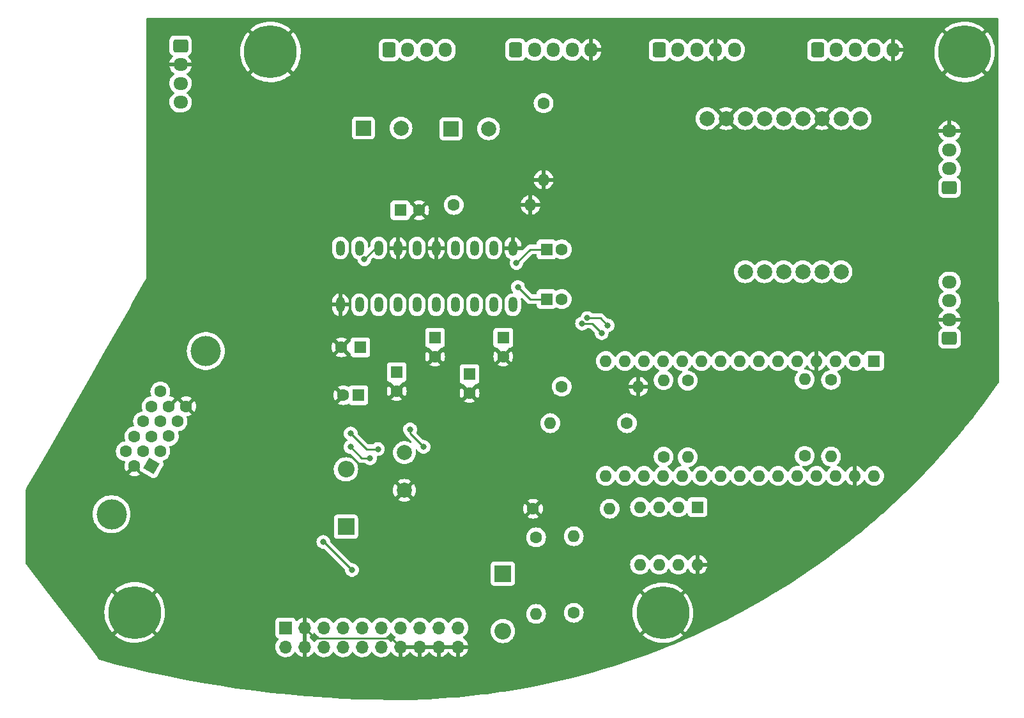
<source format=gbr>
%TF.GenerationSoftware,KiCad,Pcbnew,(6.0.5)*%
%TF.CreationDate,2023-02-01T20:40:05-08:00*%
%TF.ProjectId,MiSTer-G3,4d695354-6572-42d4-9733-2e6b69636164,rev?*%
%TF.SameCoordinates,Original*%
%TF.FileFunction,Copper,L2,Bot*%
%TF.FilePolarity,Positive*%
%FSLAX46Y46*%
G04 Gerber Fmt 4.6, Leading zero omitted, Abs format (unit mm)*
G04 Created by KiCad (PCBNEW (6.0.5)) date 2023-02-01 20:40:05*
%MOMM*%
%LPD*%
G01*
G04 APERTURE LIST*
G04 Aperture macros list*
%AMRoundRect*
0 Rectangle with rounded corners*
0 $1 Rounding radius*
0 $2 $3 $4 $5 $6 $7 $8 $9 X,Y pos of 4 corners*
0 Add a 4 corners polygon primitive as box body*
4,1,4,$2,$3,$4,$5,$6,$7,$8,$9,$2,$3,0*
0 Add four circle primitives for the rounded corners*
1,1,$1+$1,$2,$3*
1,1,$1+$1,$4,$5*
1,1,$1+$1,$6,$7*
1,1,$1+$1,$8,$9*
0 Add four rect primitives between the rounded corners*
20,1,$1+$1,$2,$3,$4,$5,0*
20,1,$1+$1,$4,$5,$6,$7,0*
20,1,$1+$1,$6,$7,$8,$9,0*
20,1,$1+$1,$8,$9,$2,$3,0*%
%AMRotRect*
0 Rectangle, with rotation*
0 The origin of the aperture is its center*
0 $1 length*
0 $2 width*
0 $3 Rotation angle, in degrees counterclockwise*
0 Add horizontal line*
21,1,$1,$2,0,0,$3*%
G04 Aperture macros list end*
%TA.AperFunction,ComponentPad*%
%ADD10O,1.600000X1.600000*%
%TD*%
%TA.AperFunction,ComponentPad*%
%ADD11C,1.600000*%
%TD*%
%TA.AperFunction,ComponentPad*%
%ADD12O,1.700000X1.950000*%
%TD*%
%TA.AperFunction,ComponentPad*%
%ADD13RoundRect,0.250000X-0.600000X-0.725000X0.600000X-0.725000X0.600000X0.725000X-0.600000X0.725000X0*%
%TD*%
%TA.AperFunction,ComponentPad*%
%ADD14O,1.950000X1.700000*%
%TD*%
%TA.AperFunction,ComponentPad*%
%ADD15RoundRect,0.250000X0.725000X-0.600000X0.725000X0.600000X-0.725000X0.600000X-0.725000X-0.600000X0*%
%TD*%
%TA.AperFunction,ComponentPad*%
%ADD16RoundRect,0.250000X-0.725000X0.600000X-0.725000X-0.600000X0.725000X-0.600000X0.725000X0.600000X0*%
%TD*%
%TA.AperFunction,ComponentPad*%
%ADD17R,1.600000X1.600000*%
%TD*%
%TA.AperFunction,ComponentPad*%
%ADD18C,4.000000*%
%TD*%
%TA.AperFunction,ComponentPad*%
%ADD19RotRect,1.600000X1.600000X240.000000*%
%TD*%
%TA.AperFunction,ComponentPad*%
%ADD20C,2.000000*%
%TD*%
%TA.AperFunction,ComponentPad*%
%ADD21O,1.700000X1.700000*%
%TD*%
%TA.AperFunction,ComponentPad*%
%ADD22R,1.700000X1.700000*%
%TD*%
%TA.AperFunction,ComponentPad*%
%ADD23C,0.800000*%
%TD*%
%TA.AperFunction,ComponentPad*%
%ADD24C,7.000000*%
%TD*%
%TA.AperFunction,ComponentPad*%
%ADD25O,2.200000X2.200000*%
%TD*%
%TA.AperFunction,ComponentPad*%
%ADD26R,2.200000X2.200000*%
%TD*%
%TA.AperFunction,ComponentPad*%
%ADD27R,2.000000X2.000000*%
%TD*%
%TA.AperFunction,ComponentPad*%
%ADD28O,1.200000X2.000000*%
%TD*%
%TA.AperFunction,ViaPad*%
%ADD29C,0.800000*%
%TD*%
%TA.AperFunction,Conductor*%
%ADD30C,0.250000*%
%TD*%
G04 APERTURE END LIST*
D10*
%TO.P,R11,2*%
%TO.N,SHEAD2*%
X179800000Y-95440000D03*
D11*
%TO.P,R11,1*%
%TO.N,5V_MCU*%
X179800000Y-105600000D03*
%TD*%
D10*
%TO.P,R10,2*%
%TO.N,~{HEAD_DETECT2}*%
X183300000Y-105660000D03*
D11*
%TO.P,R10,1*%
%TO.N,SHEAD2*%
X183300000Y-95500000D03*
%TD*%
D10*
%TO.P,R5,2*%
%TO.N,GND*%
X145200000Y-68960000D03*
D11*
%TO.P,R5,1*%
%TO.N,LHEAD*%
X145200000Y-58800000D03*
%TD*%
D10*
%TO.P,R4,2*%
%TO.N,GND*%
X143460000Y-72300000D03*
D11*
%TO.P,R4,1*%
%TO.N,RHEAD*%
X133300000Y-72300000D03*
%TD*%
D10*
%TO.P,R2,2*%
%TO.N,SHEAD1*%
X161100000Y-95540000D03*
D11*
%TO.P,R2,1*%
%TO.N,5V_MCU*%
X161100000Y-105700000D03*
%TD*%
D10*
%TO.P,R1,2*%
%TO.N,~{HEAD_DETECT1}*%
X164300000Y-105760000D03*
D11*
%TO.P,R1,1*%
%TO.N,SHEAD1*%
X164300000Y-95600000D03*
%TD*%
D12*
%TO.P,HEADPHONES,5*%
%TO.N,GND*%
X151500000Y-51700000D03*
%TO.P,HEADPHONES,4*%
%TO.N,SHEAD2*%
X149000000Y-51700000D03*
%TO.P,HEADPHONES,3*%
%TO.N,SHEAD1*%
X146500000Y-51700000D03*
%TO.P,HEADPHONES,2*%
%TO.N,LHEAD*%
X144000000Y-51700000D03*
D13*
%TO.P,HEADPHONES,1*%
%TO.N,RHEAD*%
X141500000Y-51700000D03*
%TD*%
D14*
%TO.P,ROTARY ENCODER,4*%
%TO.N,ROT_BTN*%
X199000000Y-82500000D03*
%TO.P,ROTARY ENCODER,3*%
%TO.N,ROT_B*%
X199000000Y-85000000D03*
%TO.P,ROTARY ENCODER,2*%
%TO.N,GND*%
X199000000Y-87500000D03*
D15*
%TO.P,ROTARY ENCODER,1*%
%TO.N,ROT_A*%
X199000000Y-90000000D03*
%TD*%
D12*
%TO.P,MISTER BUTTONS,5*%
%TO.N,GND*%
X191500000Y-51750000D03*
%TO.P,MISTER BUTTONS,4*%
%TO.N,N/C*%
X189000000Y-51750000D03*
%TO.P,MISTER BUTTONS,3*%
%TO.N,BTN_RESET*%
X186500000Y-51750000D03*
%TO.P,MISTER BUTTONS,2*%
%TO.N,BTN_OSD*%
X184000000Y-51750000D03*
D13*
%TO.P,MISTER BUTTONS,1*%
%TO.N,BTN_USER*%
X181500000Y-51750000D03*
%TD*%
D14*
%TO.P,FRONT PANEL,4*%
%TO.N,GND*%
X199000000Y-62500000D03*
%TO.P,FRONT PANEL,3*%
%TO.N,POWER_BTN*%
X199000000Y-65000000D03*
%TO.P,FRONT PANEL,2*%
%TO.N,AMBER_LED*%
X199000000Y-67500000D03*
D15*
%TO.P,FRONT PANEL,1*%
%TO.N,GREEN_LED*%
X199000000Y-70000000D03*
%TD*%
D14*
%TO.P,POWER,4*%
%TO.N,PROT*%
X97080000Y-58680000D03*
%TO.P,POWER,3*%
%TO.N,DCO*%
X97080000Y-56180000D03*
%TO.P,POWER,2*%
%TO.N,GND*%
X97080000Y-53680000D03*
D16*
%TO.P,POWER,1*%
%TO.N,5V_PSU*%
X97080000Y-51180000D03*
%TD*%
D12*
%TO.P,SPEAKERS,4*%
%TO.N,LSPKR-*%
X132200000Y-51750000D03*
%TO.P,SPEAKERS,3*%
%TO.N,LSPKR+*%
X129700000Y-51750000D03*
%TO.P,SPEAKERS,2*%
%TO.N,RSPKR-*%
X127200000Y-51750000D03*
D13*
%TO.P,SPEAKERS,1*%
%TO.N,RSPKR+*%
X124700000Y-51750000D03*
%TD*%
D11*
%TO.P,C12,2*%
%TO.N,LIN*%
X147600000Y-84800000D03*
D17*
%TO.P,C12,1*%
%TO.N,Net-(C12-Pad1)*%
X145600000Y-84800000D03*
%TD*%
D11*
%TO.P,C11,2*%
%TO.N,RIN*%
X147600000Y-78200000D03*
D17*
%TO.P,C11,1*%
%TO.N,Net-(C11-Pad1)*%
X145600000Y-78200000D03*
%TD*%
D10*
%TO.P,R9,2*%
%TO.N,Net-(R9-Pad2)*%
X153960000Y-112600000D03*
D11*
%TO.P,R9,1*%
%TO.N,GND*%
X143800000Y-112600000D03*
%TD*%
D10*
%TO.P,U3,8*%
%TO.N,GND*%
X165600000Y-120020000D03*
%TO.P,U3,4*%
%TO.N,N/C*%
X157980000Y-112400000D03*
%TO.P,U3,7*%
%TO.N,LPIACT*%
X163060000Y-120020000D03*
%TO.P,U3,3*%
%TO.N,Net-(R9-Pad2)*%
X160520000Y-112400000D03*
%TO.P,U3,6*%
%TO.N,LPIACT*%
X160520000Y-120020000D03*
%TO.P,U3,2*%
%TO.N,POWER_EN*%
X163060000Y-112400000D03*
%TO.P,U3,5*%
%TO.N,5V_TRICKLE*%
X157980000Y-120020000D03*
D17*
%TO.P,U3,1*%
%TO.N,N/C*%
X165600000Y-112400000D03*
%TD*%
D18*
%TO.P,J2,0*%
%TO.N,N/C*%
X87927744Y-113328418D03*
X100427744Y-91677783D03*
D11*
%TO.P,J2,15*%
X94400539Y-97037207D03*
%TO.P,J2,14*%
%TO.N,V_SYNC*%
X93255539Y-99020405D03*
%TO.P,J2,13*%
%TO.N,H_SYNC*%
X92110539Y-101003604D03*
%TO.P,J2,12*%
%TO.N,N/C*%
X90965539Y-102986802D03*
%TO.P,J2,11*%
X89820539Y-104970000D03*
%TO.P,J2,10*%
%TO.N,GND*%
X95542770Y-99018806D03*
%TO.P,J2,9*%
%TO.N,N/C*%
X94397770Y-101002005D03*
%TO.P,J2,8*%
%TO.N,GND*%
X93252770Y-102985203D03*
%TO.P,J2,7*%
X92107770Y-104968401D03*
%TO.P,J2,6*%
X90962770Y-106951599D03*
%TO.P,J2,5*%
X97830000Y-99017207D03*
%TO.P,J2,4*%
%TO.N,N/C*%
X96685000Y-101000405D03*
%TO.P,J2,3*%
%TO.N,BLUE*%
X95540000Y-102983604D03*
%TO.P,J2,2*%
%TO.N,GREEN*%
X94395000Y-104966802D03*
D19*
%TO.P,J2,1*%
%TO.N,RED*%
X93250000Y-106950000D03*
%TD*%
D20*
%TO.P,U2,9*%
%TO.N,RIN*%
X166840000Y-60840000D03*
%TO.P,U2,8*%
%TO.N,GND*%
X169380000Y-60840000D03*
%TO.P,U2,7*%
%TO.N,LIN*%
X171920000Y-60840000D03*
%TO.P,U2,12*%
%TO.N,N/C*%
X171920000Y-81160000D03*
%TO.P,U2,6*%
%TO.N,I2S_BCLK*%
X174460000Y-60840000D03*
%TO.P,U2,13*%
%TO.N,N/C*%
X174460000Y-81160000D03*
%TO.P,U2,5*%
%TO.N,I2S_DIN*%
X177000000Y-60840000D03*
%TO.P,U2,14*%
%TO.N,N/C*%
X177000000Y-81160000D03*
%TO.P,U2,4*%
%TO.N,I2S_WSEL*%
X179540000Y-60840000D03*
%TO.P,U2,15*%
%TO.N,N/C*%
X179540000Y-81160000D03*
%TO.P,U2,3*%
%TO.N,GND*%
X182080000Y-60840000D03*
%TO.P,U2,16*%
%TO.N,N/C*%
X182080000Y-81160000D03*
%TO.P,U2,2*%
X184620000Y-60840000D03*
%TO.P,U2,17*%
X184620000Y-81160000D03*
%TO.P,U2,1*%
%TO.N,5V_PSU*%
X187160000Y-60840000D03*
%TD*%
D10*
%TO.P,R8,2*%
%TO.N,IVAD_SCL*%
X144200000Y-126560000D03*
D11*
%TO.P,R8,1*%
%TO.N,5V_MCU*%
X144200000Y-116400000D03*
%TD*%
D10*
%TO.P,R7,2*%
%TO.N,5V_MCU*%
X149200000Y-116240000D03*
D11*
%TO.P,R7,1*%
%TO.N,IVAD_SDA*%
X149200000Y-126400000D03*
%TD*%
D10*
%TO.P,R6,2*%
%TO.N,VOLUME*%
X146090000Y-101250000D03*
D11*
%TO.P,R6,1*%
%TO.N,Net-(A1-Pad13)*%
X156250000Y-101250000D03*
%TD*%
D10*
%TO.P,R3,2*%
%TO.N,GND*%
X157760000Y-96400000D03*
D11*
%TO.P,R3,1*%
%TO.N,AMP_ACTIVE*%
X147600000Y-96400000D03*
%TD*%
D12*
%TO.P,J4,5*%
%TO.N,N/C*%
X170500000Y-51750000D03*
%TO.P,J4,4*%
%TO.N,GND*%
X168000000Y-51750000D03*
%TO.P,J4,3*%
%TO.N,I2S_DIN*%
X165500000Y-51750000D03*
%TO.P,J4,2*%
%TO.N,I2S_BCLK*%
X163000000Y-51750000D03*
D13*
%TO.P,J4,1*%
%TO.N,I2S_WSEL*%
X160500000Y-51750000D03*
%TD*%
D21*
%TO.P,J1,20*%
%TO.N,GND*%
X133860000Y-130940000D03*
%TO.P,J1,19*%
%TO.N,N/C*%
X133860000Y-128400000D03*
%TO.P,J1,18*%
%TO.N,GND*%
X131320000Y-130940000D03*
%TO.P,J1,17*%
%TO.N,RED*%
X131320000Y-128400000D03*
%TO.P,J1,16*%
%TO.N,GND*%
X128780000Y-130940000D03*
%TO.P,J1,15*%
%TO.N,GREEN*%
X128780000Y-128400000D03*
%TO.P,J1,14*%
%TO.N,GND*%
X126240000Y-130940000D03*
%TO.P,J1,13*%
%TO.N,BLUE*%
X126240000Y-128400000D03*
%TO.P,J1,12*%
%TO.N,LPIACT*%
X123700000Y-130940000D03*
%TO.P,J1,11*%
%TO.N,V_SYNC*%
X123700000Y-128400000D03*
%TO.P,J1,10*%
%TO.N,LPIACT*%
X121160000Y-130940000D03*
%TO.P,J1,9*%
%TO.N,H_SYNC*%
X121160000Y-128400000D03*
%TO.P,J1,8*%
%TO.N,N/C*%
X118620000Y-130940000D03*
%TO.P,J1,7*%
%TO.N,PROT*%
X118620000Y-128400000D03*
%TO.P,J1,6*%
%TO.N,5V_TRICKLE*%
X116080000Y-130940000D03*
%TO.P,J1,5*%
%TO.N,DCO*%
X116080000Y-128400000D03*
%TO.P,J1,4*%
%TO.N,GND*%
X113540000Y-130940000D03*
%TO.P,J1,3*%
X113540000Y-128400000D03*
%TO.P,J1,2*%
%TO.N,IVAD_SCL*%
X111000000Y-130940000D03*
D22*
%TO.P,J1,1*%
%TO.N,IVAD_SDA*%
X111000000Y-128400000D03*
%TD*%
D23*
%TO.P,H4,1*%
%TO.N,GND*%
X110856155Y-50143845D03*
X109000000Y-49375000D03*
X107143845Y-50143845D03*
X106375000Y-52000000D03*
X107143845Y-53856155D03*
X109000000Y-54625000D03*
X110856155Y-53856155D03*
X111625000Y-52000000D03*
D24*
X109000000Y-52000000D03*
%TD*%
D23*
%TO.P,H3,1*%
%TO.N,GND*%
X202856155Y-50143845D03*
X201000000Y-49375000D03*
X199143845Y-50143845D03*
X198375000Y-52000000D03*
X199143845Y-53856155D03*
X201000000Y-54625000D03*
X202856155Y-53856155D03*
X203625000Y-52000000D03*
D24*
X201000000Y-52000000D03*
%TD*%
D23*
%TO.P,H2,1*%
%TO.N,GND*%
X92856155Y-124503845D03*
X91000000Y-123735000D03*
X89143845Y-124503845D03*
X88375000Y-126360000D03*
X89143845Y-128216155D03*
X91000000Y-128985000D03*
X92856155Y-128216155D03*
X93625000Y-126360000D03*
D24*
X91000000Y-126360000D03*
%TD*%
D23*
%TO.P,H1,1*%
%TO.N,GND*%
X162856155Y-124543845D03*
X161000000Y-123775000D03*
X159143845Y-124543845D03*
X158375000Y-126400000D03*
X159143845Y-128256155D03*
X161000000Y-129025000D03*
X162856155Y-128256155D03*
X163625000Y-126400000D03*
D24*
X161000000Y-126400000D03*
%TD*%
D25*
%TO.P,D2,2*%
%TO.N,5V_TRICKLE*%
X139800000Y-128820000D03*
D26*
%TO.P,D2,1*%
%TO.N,5V_MCU*%
X139800000Y-121200000D03*
%TD*%
D25*
%TO.P,D1,2*%
%TO.N,5V_PSU*%
X119000000Y-107380000D03*
D26*
%TO.P,D1,1*%
%TO.N,5V_MCU*%
X119000000Y-115000000D03*
%TD*%
D20*
%TO.P,C10,2*%
%TO.N,GND*%
X126746000Y-110156000D03*
%TO.P,C10,1*%
%TO.N,VOLUME*%
X126746000Y-105156000D03*
%TD*%
%TO.P,C9,2*%
%TO.N,LHEAD*%
X137900000Y-62200000D03*
D27*
%TO.P,C9,1*%
%TO.N,LSPKR+*%
X132900000Y-62200000D03*
%TD*%
D20*
%TO.P,C8,2*%
%TO.N,RHEAD*%
X126300000Y-62100000D03*
D27*
%TO.P,C8,1*%
%TO.N,RSPKR+*%
X121300000Y-62100000D03*
%TD*%
D11*
%TO.P,C7,2*%
%TO.N,GND*%
X128700000Y-73000000D03*
D17*
%TO.P,C7,1*%
%TO.N,Net-(C7-Pad1)*%
X126200000Y-73000000D03*
%TD*%
D11*
%TO.P,C6,2*%
%TO.N,GND*%
X139850000Y-92416000D03*
D17*
%TO.P,C6,1*%
%TO.N,5V_PSU*%
X139850000Y-89916000D03*
%TD*%
D11*
%TO.P,C5,2*%
%TO.N,GND*%
X130810000Y-92416000D03*
D17*
%TO.P,C5,1*%
%TO.N,5V_PSU*%
X130810000Y-89916000D03*
%TD*%
D11*
%TO.P,C4,2*%
%TO.N,GND*%
X118404000Y-91186000D03*
D17*
%TO.P,C4,1*%
%TO.N,5V_PSU*%
X120904000Y-91186000D03*
%TD*%
D11*
%TO.P,C2,2*%
%TO.N,GND*%
X135382000Y-97242000D03*
D17*
%TO.P,C2,1*%
%TO.N,Net-(C2-Pad1)*%
X135382000Y-94742000D03*
%TD*%
D11*
%TO.P,C1,2*%
%TO.N,GND*%
X125730000Y-96988000D03*
D17*
%TO.P,C1,1*%
%TO.N,Net-(C1-Pad1)*%
X125730000Y-94488000D03*
%TD*%
D28*
%TO.P,U1,10*%
%TO.N,LSPKR-*%
X141120000Y-85540000D03*
%TO.P,U1,11*%
%TO.N,GND*%
X141120000Y-78020000D03*
%TO.P,U1,9*%
%TO.N,5V_PSU*%
X138580000Y-85540000D03*
%TO.P,U1,12*%
%TO.N,LSPKR+*%
X138580000Y-78020000D03*
%TO.P,U1,8*%
%TO.N,Net-(C12-Pad1)*%
X136040000Y-85540000D03*
%TO.P,U1,13*%
%TO.N,N/C*%
X136040000Y-78020000D03*
%TO.P,U1,7*%
%TO.N,Net-(C2-Pad1)*%
X133500000Y-85540000D03*
%TO.P,U1,14*%
%TO.N,AMP_ACTIVE*%
X133500000Y-78020000D03*
%TO.P,U1,6*%
%TO.N,5V_PSU*%
X130960000Y-85540000D03*
%TO.P,U1,15*%
%TO.N,GND*%
X130960000Y-78020000D03*
%TO.P,U1,5*%
%TO.N,Net-(C1-Pad1)*%
X128420000Y-85540000D03*
%TO.P,U1,16*%
%TO.N,Net-(C7-Pad1)*%
X128420000Y-78020000D03*
%TO.P,U1,4*%
%TO.N,Net-(C11-Pad1)*%
X125880000Y-85540000D03*
%TO.P,U1,17*%
%TO.N,GND*%
X125880000Y-78020000D03*
%TO.P,U1,3*%
%TO.N,5V_PSU*%
X123340000Y-85540000D03*
%TO.P,U1,18*%
%TO.N,VOLUME*%
X123340000Y-78020000D03*
%TO.P,U1,2*%
%TO.N,RSPKR-*%
X120800000Y-85540000D03*
%TO.P,U1,19*%
%TO.N,AMP_SE*%
X120800000Y-78020000D03*
%TO.P,U1,1*%
%TO.N,GND*%
X118260000Y-85540000D03*
%TO.P,U1,20*%
%TO.N,RSPKR+*%
X118260000Y-78020000D03*
%TD*%
D11*
%TO.P,C3,2*%
%TO.N,GND*%
X118650000Y-97536000D03*
D17*
%TO.P,C3,1*%
%TO.N,5V_PSU*%
X120650000Y-97536000D03*
%TD*%
%TO.P,A1,1*%
%TO.N,N/C*%
X189000000Y-93000000D03*
D10*
%TO.P,A1,17*%
X155980000Y-108240000D03*
%TO.P,A1,2*%
X186460000Y-93000000D03*
%TO.P,A1,18*%
X158520000Y-108240000D03*
%TO.P,A1,3*%
X183920000Y-93000000D03*
%TO.P,A1,19*%
%TO.N,POWER_EN*%
X161060000Y-108240000D03*
%TO.P,A1,4*%
%TO.N,GND*%
X181380000Y-93000000D03*
%TO.P,A1,20*%
%TO.N,~{HEAD_DETECT1}*%
X163600000Y-108240000D03*
%TO.P,A1,5*%
%TO.N,GREEN_LED*%
X178840000Y-93000000D03*
%TO.P,A1,21*%
%TO.N,~{HEAD_DETECT2}*%
X166140000Y-108240000D03*
%TO.P,A1,6*%
%TO.N,AMBER_LED*%
X176300000Y-93000000D03*
%TO.P,A1,22*%
%TO.N,N/C*%
X168680000Y-108240000D03*
%TO.P,A1,7*%
%TO.N,POWER_BTN*%
X173760000Y-93000000D03*
%TO.P,A1,23*%
%TO.N,IVAD_SDA*%
X171220000Y-108240000D03*
%TO.P,A1,8*%
%TO.N,BTN_RESET*%
X171220000Y-93000000D03*
%TO.P,A1,24*%
%TO.N,IVAD_SCL*%
X173760000Y-108240000D03*
%TO.P,A1,9*%
%TO.N,BTN_OSD*%
X168680000Y-93000000D03*
%TO.P,A1,25*%
%TO.N,ROT_B*%
X176300000Y-108240000D03*
%TO.P,A1,10*%
%TO.N,BTN_USER*%
X166140000Y-93000000D03*
%TO.P,A1,26*%
%TO.N,ROT_A*%
X178840000Y-108240000D03*
%TO.P,A1,11*%
%TO.N,ROT_BTN*%
X163600000Y-93000000D03*
%TO.P,A1,27*%
%TO.N,5V_MCU*%
X181380000Y-108240000D03*
%TO.P,A1,12*%
%TO.N,N/C*%
X161060000Y-93000000D03*
%TO.P,A1,28*%
X183920000Y-108240000D03*
%TO.P,A1,13*%
%TO.N,Net-(A1-Pad13)*%
X158520000Y-93000000D03*
%TO.P,A1,29*%
%TO.N,GND*%
X186460000Y-108240000D03*
%TO.P,A1,14*%
%TO.N,AMP_SE*%
X155980000Y-93000000D03*
%TO.P,A1,30*%
%TO.N,N/C*%
X189000000Y-108240000D03*
%TO.P,A1,15*%
%TO.N,AMP_ACTIVE*%
X153440000Y-93000000D03*
%TO.P,A1,16*%
%TO.N,N/C*%
X153440000Y-108240000D03*
%TD*%
D29*
%TO.N,VOLUME*%
X123238818Y-104696818D03*
X119634000Y-102616000D03*
X121439990Y-79502000D03*
%TO.N,AMP_ACTIVE*%
X129286000Y-104394000D03*
X127508000Y-102074990D03*
%TO.N,BLUE*%
X119800000Y-120725000D03*
X116000000Y-117000000D03*
%TO.N,Net-(C11-Pad1)*%
X141600000Y-80000000D03*
%TO.N,Net-(C12-Pad1)*%
X141800000Y-83200000D03*
%TO.N,SHEAD2*%
X151000000Y-87300000D03*
X153677818Y-88277818D03*
%TO.N,SHEAD1*%
X150292892Y-88025000D03*
X152900000Y-89300000D03*
%TO.N,AMP_SE*%
X122200000Y-105900000D03*
X119600000Y-104400000D03*
%TD*%
D30*
%TO.N,GND*%
X114904999Y-129764999D02*
X113540000Y-128400000D01*
X125064999Y-129764999D02*
X114904999Y-129764999D01*
X126240000Y-130940000D02*
X125064999Y-129764999D01*
%TO.N,VOLUME*%
X121714818Y-104696818D02*
X119634000Y-102616000D01*
X123238818Y-104696818D02*
X121714818Y-104696818D01*
X122921990Y-78020000D02*
X123340000Y-78020000D01*
X121439990Y-79502000D02*
X122921990Y-78020000D01*
%TO.N,IVAD_SDA*%
X149000000Y-126400000D02*
X149200000Y-126400000D01*
%TO.N,AMP_ACTIVE*%
X127508000Y-102616000D02*
X127508000Y-102074990D01*
X129286000Y-104394000D02*
X127508000Y-102616000D01*
%TO.N,BLUE*%
X116075000Y-117000000D02*
X116000000Y-117000000D01*
X119800000Y-120725000D02*
X116075000Y-117000000D01*
%TO.N,Net-(C11-Pad1)*%
X143400000Y-78200000D02*
X145600000Y-78200000D01*
X141600000Y-80000000D02*
X143400000Y-78200000D01*
%TO.N,Net-(C12-Pad1)*%
X143400000Y-84800000D02*
X145600000Y-84800000D01*
X141800000Y-83200000D02*
X143400000Y-84800000D01*
%TO.N,SHEAD2*%
X152700000Y-87300000D02*
X153677818Y-88277818D01*
X151000000Y-87300000D02*
X152700000Y-87300000D01*
%TO.N,SHEAD1*%
X151625000Y-88025000D02*
X152900000Y-89300000D01*
X150292892Y-88025000D02*
X151625000Y-88025000D01*
%TO.N,AMP_SE*%
X121100000Y-105900000D02*
X119600000Y-104400000D01*
X122200000Y-105900000D02*
X121100000Y-105900000D01*
%TD*%
%TA.AperFunction,Conductor*%
%TO.N,GND*%
G36*
X205434123Y-47528502D02*
G01*
X205480616Y-47582158D01*
X205492002Y-47634398D01*
X205513088Y-74312517D01*
X205530091Y-95825508D01*
X205507014Y-95898291D01*
X204495020Y-97331344D01*
X204493552Y-97333379D01*
X203337341Y-98903329D01*
X203335833Y-98905335D01*
X202749824Y-99668718D01*
X202231710Y-100343656D01*
X202148565Y-100451967D01*
X202147027Y-100453930D01*
X201034682Y-101844705D01*
X200929162Y-101976637D01*
X200927575Y-101978581D01*
X199703060Y-103448595D01*
X199679634Y-103476717D01*
X199678016Y-103478620D01*
X198407725Y-104943251D01*
X198400525Y-104951552D01*
X198398871Y-104953422D01*
X198151028Y-105227939D01*
X197092250Y-106400668D01*
X197090550Y-106402514D01*
X195755371Y-107823437D01*
X195753634Y-107825249D01*
X194390445Y-109219270D01*
X194388683Y-109221037D01*
X193808203Y-109791461D01*
X192997937Y-110587689D01*
X192996129Y-110589430D01*
X191578499Y-111928052D01*
X191576657Y-111929757D01*
X190132615Y-113239905D01*
X190130740Y-113241572D01*
X189951954Y-113397402D01*
X188969532Y-114253684D01*
X188660922Y-114522669D01*
X188659034Y-114524282D01*
X187964177Y-115105978D01*
X187163927Y-115775902D01*
X187161987Y-115777493D01*
X186705137Y-116144717D01*
X185720908Y-116935858D01*
X185642304Y-116999041D01*
X185640352Y-117000578D01*
X184437661Y-117928502D01*
X184096606Y-118191639D01*
X184094627Y-118193135D01*
X182527493Y-119353190D01*
X182525469Y-119354658D01*
X180935458Y-120483327D01*
X180933446Y-120484725D01*
X180658884Y-120671511D01*
X179321332Y-121581456D01*
X179319243Y-121582847D01*
X177685619Y-122647243D01*
X177683506Y-122648590D01*
X176558007Y-123350383D01*
X176029002Y-123680238D01*
X176026863Y-123681543D01*
X175968826Y-123716145D01*
X174352088Y-124680061D01*
X174349919Y-124681324D01*
X172655677Y-125646236D01*
X172653551Y-125647420D01*
X171475022Y-126287875D01*
X170940311Y-126578456D01*
X170938094Y-126579632D01*
X169206743Y-127476312D01*
X169204503Y-127477444D01*
X167455573Y-128339491D01*
X167453396Y-128340538D01*
X166711408Y-128688069D01*
X165687662Y-129167569D01*
X165685379Y-129168611D01*
X165148938Y-129406958D01*
X163903491Y-129960324D01*
X163901255Y-129961290D01*
X162606675Y-130505875D01*
X162103988Y-130717338D01*
X162101667Y-130718287D01*
X160289682Y-131438393D01*
X160287437Y-131439259D01*
X158489218Y-132112739D01*
X158461460Y-132123135D01*
X158459108Y-132123990D01*
X156619854Y-132771366D01*
X156617542Y-132772153D01*
X154765800Y-133382752D01*
X154763513Y-133383482D01*
X152899873Y-133957109D01*
X152897505Y-133957812D01*
X152214619Y-134153201D01*
X151022919Y-134494174D01*
X151020499Y-134494840D01*
X149135635Y-134993749D01*
X149133202Y-134994367D01*
X148016126Y-135266360D01*
X147238763Y-135455637D01*
X147236387Y-135456191D01*
X145333041Y-135879658D01*
X145330586Y-135880178D01*
X143419324Y-136265621D01*
X143416859Y-136266093D01*
X141498211Y-136613406D01*
X141495737Y-136613828D01*
X139965190Y-136859511D01*
X139570648Y-136922843D01*
X139568187Y-136923214D01*
X137637171Y-137193844D01*
X137634710Y-137194163D01*
X137116066Y-137256345D01*
X135698802Y-137426264D01*
X135696307Y-137426538D01*
X133756132Y-137620036D01*
X133753632Y-137620260D01*
X132772142Y-137698438D01*
X131809999Y-137775074D01*
X131807581Y-137775243D01*
X129861116Y-137891322D01*
X129858679Y-137891442D01*
X129002561Y-137925401D01*
X127956731Y-137966885D01*
X127936060Y-137966005D01*
X127924188Y-137964516D01*
X127924182Y-137964516D01*
X127915275Y-137963399D01*
X127911080Y-137964075D01*
X127899404Y-137963345D01*
X127850002Y-137956270D01*
X127820846Y-137960446D01*
X127803554Y-137961717D01*
X125502556Y-137971969D01*
X125500653Y-137971962D01*
X124700933Y-137963119D01*
X123160636Y-137946085D01*
X123158681Y-137946049D01*
X120819178Y-137883869D01*
X120817225Y-137883801D01*
X118479164Y-137785343D01*
X118477211Y-137785246D01*
X116778344Y-137687283D01*
X116140810Y-137650520D01*
X116138886Y-137650394D01*
X115510811Y-137604391D01*
X113804927Y-137479443D01*
X113802978Y-137479285D01*
X112130092Y-137330631D01*
X111471927Y-137272146D01*
X111470027Y-137271962D01*
X109142454Y-137028683D01*
X109140565Y-137028471D01*
X106817024Y-136749111D01*
X106815149Y-136748871D01*
X104496152Y-136433488D01*
X104494269Y-136433216D01*
X102180596Y-136081919D01*
X102178707Y-136081617D01*
X100974746Y-135879658D01*
X99870636Y-135694448D01*
X99868711Y-135694109D01*
X97567079Y-135271209D01*
X97565159Y-135270841D01*
X95270246Y-134812261D01*
X95268423Y-134811882D01*
X93545692Y-134439756D01*
X92980947Y-134317766D01*
X92979040Y-134317339D01*
X92316633Y-134163460D01*
X90699467Y-133787787D01*
X90697637Y-133787348D01*
X89813900Y-133567549D01*
X88426526Y-133222488D01*
X88424633Y-133222001D01*
X86725706Y-132771355D01*
X86367530Y-132676347D01*
X86306816Y-132639550D01*
X86299749Y-132631101D01*
X86014817Y-132258517D01*
X84981015Y-130906695D01*
X109637251Y-130906695D01*
X109650110Y-131129715D01*
X109651247Y-131134761D01*
X109651248Y-131134767D01*
X109665449Y-131197778D01*
X109699222Y-131347639D01*
X109783266Y-131554616D01*
X109833863Y-131637183D01*
X109897291Y-131740688D01*
X109899987Y-131745088D01*
X110046250Y-131913938D01*
X110218126Y-132056632D01*
X110411000Y-132169338D01*
X110619692Y-132249030D01*
X110624760Y-132250061D01*
X110624763Y-132250062D01*
X110719862Y-132269410D01*
X110838597Y-132293567D01*
X110843772Y-132293757D01*
X110843774Y-132293757D01*
X111056673Y-132301564D01*
X111056677Y-132301564D01*
X111061837Y-132301753D01*
X111066957Y-132301097D01*
X111066959Y-132301097D01*
X111278288Y-132274025D01*
X111278289Y-132274025D01*
X111283416Y-132273368D01*
X111288366Y-132271883D01*
X111492429Y-132210661D01*
X111492434Y-132210659D01*
X111497384Y-132209174D01*
X111697994Y-132110896D01*
X111879860Y-131981173D01*
X112038096Y-131823489D01*
X112097594Y-131740689D01*
X112168453Y-131642077D01*
X112169640Y-131642930D01*
X112216960Y-131599362D01*
X112286897Y-131587145D01*
X112352338Y-131614678D01*
X112380166Y-131646511D01*
X112437694Y-131740388D01*
X112443777Y-131748699D01*
X112583213Y-131909667D01*
X112590580Y-131916883D01*
X112754434Y-132052916D01*
X112762881Y-132058831D01*
X112946756Y-132166279D01*
X112956042Y-132170729D01*
X113155001Y-132246703D01*
X113164899Y-132249579D01*
X113268250Y-132270606D01*
X113282299Y-132269410D01*
X113286000Y-132259065D01*
X113286000Y-132258517D01*
X113794000Y-132258517D01*
X113798064Y-132272359D01*
X113811478Y-132274393D01*
X113818184Y-132273534D01*
X113828262Y-132271392D01*
X114032255Y-132210191D01*
X114041842Y-132206433D01*
X114233095Y-132112739D01*
X114241945Y-132107464D01*
X114415328Y-131983792D01*
X114423200Y-131977139D01*
X114574052Y-131826812D01*
X114580730Y-131818965D01*
X114708022Y-131641819D01*
X114709279Y-131642722D01*
X114756373Y-131599362D01*
X114826311Y-131587145D01*
X114891751Y-131614678D01*
X114919579Y-131646511D01*
X114979987Y-131745088D01*
X115126250Y-131913938D01*
X115298126Y-132056632D01*
X115491000Y-132169338D01*
X115699692Y-132249030D01*
X115704760Y-132250061D01*
X115704763Y-132250062D01*
X115799862Y-132269410D01*
X115918597Y-132293567D01*
X115923772Y-132293757D01*
X115923774Y-132293757D01*
X116136673Y-132301564D01*
X116136677Y-132301564D01*
X116141837Y-132301753D01*
X116146957Y-132301097D01*
X116146959Y-132301097D01*
X116358288Y-132274025D01*
X116358289Y-132274025D01*
X116363416Y-132273368D01*
X116368366Y-132271883D01*
X116572429Y-132210661D01*
X116572434Y-132210659D01*
X116577384Y-132209174D01*
X116777994Y-132110896D01*
X116959860Y-131981173D01*
X117118096Y-131823489D01*
X117177594Y-131740689D01*
X117248453Y-131642077D01*
X117249776Y-131643028D01*
X117296645Y-131599857D01*
X117366580Y-131587625D01*
X117432026Y-131615144D01*
X117459875Y-131646994D01*
X117519987Y-131745088D01*
X117666250Y-131913938D01*
X117838126Y-132056632D01*
X118031000Y-132169338D01*
X118239692Y-132249030D01*
X118244760Y-132250061D01*
X118244763Y-132250062D01*
X118339862Y-132269410D01*
X118458597Y-132293567D01*
X118463772Y-132293757D01*
X118463774Y-132293757D01*
X118676673Y-132301564D01*
X118676677Y-132301564D01*
X118681837Y-132301753D01*
X118686957Y-132301097D01*
X118686959Y-132301097D01*
X118898288Y-132274025D01*
X118898289Y-132274025D01*
X118903416Y-132273368D01*
X118908366Y-132271883D01*
X119112429Y-132210661D01*
X119112434Y-132210659D01*
X119117384Y-132209174D01*
X119317994Y-132110896D01*
X119499860Y-131981173D01*
X119658096Y-131823489D01*
X119717594Y-131740689D01*
X119788453Y-131642077D01*
X119789776Y-131643028D01*
X119836645Y-131599857D01*
X119906580Y-131587625D01*
X119972026Y-131615144D01*
X119999875Y-131646994D01*
X120059987Y-131745088D01*
X120206250Y-131913938D01*
X120378126Y-132056632D01*
X120571000Y-132169338D01*
X120779692Y-132249030D01*
X120784760Y-132250061D01*
X120784763Y-132250062D01*
X120879862Y-132269410D01*
X120998597Y-132293567D01*
X121003772Y-132293757D01*
X121003774Y-132293757D01*
X121216673Y-132301564D01*
X121216677Y-132301564D01*
X121221837Y-132301753D01*
X121226957Y-132301097D01*
X121226959Y-132301097D01*
X121438288Y-132274025D01*
X121438289Y-132274025D01*
X121443416Y-132273368D01*
X121448366Y-132271883D01*
X121652429Y-132210661D01*
X121652434Y-132210659D01*
X121657384Y-132209174D01*
X121857994Y-132110896D01*
X122039860Y-131981173D01*
X122198096Y-131823489D01*
X122257594Y-131740689D01*
X122328453Y-131642077D01*
X122329776Y-131643028D01*
X122376645Y-131599857D01*
X122446580Y-131587625D01*
X122512026Y-131615144D01*
X122539875Y-131646994D01*
X122599987Y-131745088D01*
X122746250Y-131913938D01*
X122918126Y-132056632D01*
X123111000Y-132169338D01*
X123319692Y-132249030D01*
X123324760Y-132250061D01*
X123324763Y-132250062D01*
X123419862Y-132269410D01*
X123538597Y-132293567D01*
X123543772Y-132293757D01*
X123543774Y-132293757D01*
X123756673Y-132301564D01*
X123756677Y-132301564D01*
X123761837Y-132301753D01*
X123766957Y-132301097D01*
X123766959Y-132301097D01*
X123978288Y-132274025D01*
X123978289Y-132274025D01*
X123983416Y-132273368D01*
X123988366Y-132271883D01*
X124192429Y-132210661D01*
X124192434Y-132210659D01*
X124197384Y-132209174D01*
X124397994Y-132110896D01*
X124579860Y-131981173D01*
X124738096Y-131823489D01*
X124797594Y-131740689D01*
X124868453Y-131642077D01*
X124869640Y-131642930D01*
X124916960Y-131599362D01*
X124986897Y-131587145D01*
X125052338Y-131614678D01*
X125080166Y-131646511D01*
X125137694Y-131740388D01*
X125143777Y-131748699D01*
X125283213Y-131909667D01*
X125290580Y-131916883D01*
X125454434Y-132052916D01*
X125462881Y-132058831D01*
X125646756Y-132166279D01*
X125656042Y-132170729D01*
X125855001Y-132246703D01*
X125864899Y-132249579D01*
X125968250Y-132270606D01*
X125982299Y-132269410D01*
X125986000Y-132259065D01*
X125986000Y-132258517D01*
X126494000Y-132258517D01*
X126498064Y-132272359D01*
X126511478Y-132274393D01*
X126518184Y-132273534D01*
X126528262Y-132271392D01*
X126732255Y-132210191D01*
X126741842Y-132206433D01*
X126933095Y-132112739D01*
X126941945Y-132107464D01*
X127115328Y-131983792D01*
X127123200Y-131977139D01*
X127274052Y-131826812D01*
X127280730Y-131818965D01*
X127408022Y-131641819D01*
X127409147Y-131642627D01*
X127456669Y-131598876D01*
X127526607Y-131586661D01*
X127592046Y-131614197D01*
X127619870Y-131646028D01*
X127677690Y-131740383D01*
X127683777Y-131748699D01*
X127823213Y-131909667D01*
X127830580Y-131916883D01*
X127994434Y-132052916D01*
X128002881Y-132058831D01*
X128186756Y-132166279D01*
X128196042Y-132170729D01*
X128395001Y-132246703D01*
X128404899Y-132249579D01*
X128508250Y-132270606D01*
X128522299Y-132269410D01*
X128526000Y-132259065D01*
X128526000Y-132258517D01*
X129034000Y-132258517D01*
X129038064Y-132272359D01*
X129051478Y-132274393D01*
X129058184Y-132273534D01*
X129068262Y-132271392D01*
X129272255Y-132210191D01*
X129281842Y-132206433D01*
X129473095Y-132112739D01*
X129481945Y-132107464D01*
X129655328Y-131983792D01*
X129663200Y-131977139D01*
X129814052Y-131826812D01*
X129820730Y-131818965D01*
X129948022Y-131641819D01*
X129949147Y-131642627D01*
X129996669Y-131598876D01*
X130066607Y-131586661D01*
X130132046Y-131614197D01*
X130159870Y-131646028D01*
X130217690Y-131740383D01*
X130223777Y-131748699D01*
X130363213Y-131909667D01*
X130370580Y-131916883D01*
X130534434Y-132052916D01*
X130542881Y-132058831D01*
X130726756Y-132166279D01*
X130736042Y-132170729D01*
X130935001Y-132246703D01*
X130944899Y-132249579D01*
X131048250Y-132270606D01*
X131062299Y-132269410D01*
X131066000Y-132259065D01*
X131066000Y-132258517D01*
X131574000Y-132258517D01*
X131578064Y-132272359D01*
X131591478Y-132274393D01*
X131598184Y-132273534D01*
X131608262Y-132271392D01*
X131812255Y-132210191D01*
X131821842Y-132206433D01*
X132013095Y-132112739D01*
X132021945Y-132107464D01*
X132195328Y-131983792D01*
X132203200Y-131977139D01*
X132354052Y-131826812D01*
X132360730Y-131818965D01*
X132488022Y-131641819D01*
X132489147Y-131642627D01*
X132536669Y-131598876D01*
X132606607Y-131586661D01*
X132672046Y-131614197D01*
X132699870Y-131646028D01*
X132757690Y-131740383D01*
X132763777Y-131748699D01*
X132903213Y-131909667D01*
X132910580Y-131916883D01*
X133074434Y-132052916D01*
X133082881Y-132058831D01*
X133266756Y-132166279D01*
X133276042Y-132170729D01*
X133475001Y-132246703D01*
X133484899Y-132249579D01*
X133588250Y-132270606D01*
X133602299Y-132269410D01*
X133606000Y-132259065D01*
X133606000Y-132258517D01*
X134114000Y-132258517D01*
X134118064Y-132272359D01*
X134131478Y-132274393D01*
X134138184Y-132273534D01*
X134148262Y-132271392D01*
X134352255Y-132210191D01*
X134361842Y-132206433D01*
X134553095Y-132112739D01*
X134561945Y-132107464D01*
X134735328Y-131983792D01*
X134743200Y-131977139D01*
X134894052Y-131826812D01*
X134900730Y-131818965D01*
X135025003Y-131646020D01*
X135030313Y-131637183D01*
X135124670Y-131446267D01*
X135128469Y-131436672D01*
X135190377Y-131232910D01*
X135192555Y-131222837D01*
X135193986Y-131211962D01*
X135191775Y-131197778D01*
X135178617Y-131194000D01*
X134132115Y-131194000D01*
X134116876Y-131198475D01*
X134115671Y-131199865D01*
X134114000Y-131207548D01*
X134114000Y-132258517D01*
X133606000Y-132258517D01*
X133606000Y-131212115D01*
X133601525Y-131196876D01*
X133600135Y-131195671D01*
X133592452Y-131194000D01*
X131592115Y-131194000D01*
X131576876Y-131198475D01*
X131575671Y-131199865D01*
X131574000Y-131207548D01*
X131574000Y-132258517D01*
X131066000Y-132258517D01*
X131066000Y-131212115D01*
X131061525Y-131196876D01*
X131060135Y-131195671D01*
X131052452Y-131194000D01*
X129052115Y-131194000D01*
X129036876Y-131198475D01*
X129035671Y-131199865D01*
X129034000Y-131207548D01*
X129034000Y-132258517D01*
X128526000Y-132258517D01*
X128526000Y-131212115D01*
X128521525Y-131196876D01*
X128520135Y-131195671D01*
X128512452Y-131194000D01*
X126512115Y-131194000D01*
X126496876Y-131198475D01*
X126495671Y-131199865D01*
X126494000Y-131207548D01*
X126494000Y-132258517D01*
X125986000Y-132258517D01*
X125986000Y-130812000D01*
X126006002Y-130743879D01*
X126059658Y-130697386D01*
X126112000Y-130686000D01*
X135178344Y-130686000D01*
X135191875Y-130682027D01*
X135193180Y-130672947D01*
X135151214Y-130505875D01*
X135147894Y-130496124D01*
X135062972Y-130300814D01*
X135058105Y-130291739D01*
X134942426Y-130112926D01*
X134936136Y-130104757D01*
X134792806Y-129947240D01*
X134785273Y-129940215D01*
X134618139Y-129808222D01*
X134609556Y-129802520D01*
X134572602Y-129782120D01*
X134522631Y-129731687D01*
X134507859Y-129662245D01*
X134532975Y-129595839D01*
X134560327Y-129569232D01*
X134590194Y-129547928D01*
X134739860Y-129441173D01*
X134898096Y-129283489D01*
X134981393Y-129167569D01*
X135025435Y-129106277D01*
X135028453Y-129102077D01*
X135041995Y-129074678D01*
X135125136Y-128906453D01*
X135125137Y-128906451D01*
X135127430Y-128901811D01*
X135152286Y-128820000D01*
X138186526Y-128820000D01*
X138206391Y-129072403D01*
X138207545Y-129077210D01*
X138207546Y-129077216D01*
X138239182Y-129208990D01*
X138265495Y-129318591D01*
X138267388Y-129323162D01*
X138267389Y-129323164D01*
X138350549Y-129523929D01*
X138362384Y-129552502D01*
X138494672Y-129768376D01*
X138659102Y-129960898D01*
X138851624Y-130125328D01*
X139067498Y-130257616D01*
X139072068Y-130259509D01*
X139072072Y-130259511D01*
X139296836Y-130352611D01*
X139301409Y-130354505D01*
X139373199Y-130371740D01*
X139542784Y-130412454D01*
X139542790Y-130412455D01*
X139547597Y-130413609D01*
X139800000Y-130433474D01*
X140052403Y-130413609D01*
X140057210Y-130412455D01*
X140057216Y-130412454D01*
X140226801Y-130371740D01*
X140298591Y-130354505D01*
X140303164Y-130352611D01*
X140527928Y-130259511D01*
X140527932Y-130259509D01*
X140532502Y-130257616D01*
X140748376Y-130125328D01*
X140940898Y-129960898D01*
X141105328Y-129768376D01*
X141237616Y-129552502D01*
X141249452Y-129523929D01*
X141296391Y-129410607D01*
X158354933Y-129410607D01*
X158354988Y-129411386D01*
X158360342Y-129419436D01*
X158396960Y-129453821D01*
X158401638Y-129457803D01*
X158707386Y-129693260D01*
X158712429Y-129696765D01*
X159039694Y-129901262D01*
X159045051Y-129904256D01*
X159390709Y-130075843D01*
X159396349Y-130078307D01*
X159757076Y-130215334D01*
X159762948Y-130217242D01*
X160135344Y-130318420D01*
X160141321Y-130319734D01*
X160521843Y-130384095D01*
X160527929Y-130384820D01*
X160912896Y-130411740D01*
X160919032Y-130411868D01*
X161304787Y-130401093D01*
X161310918Y-130400621D01*
X161693755Y-130352257D01*
X161699828Y-130351187D01*
X162076135Y-130265692D01*
X162082050Y-130264040D01*
X162448215Y-130142234D01*
X162453949Y-130140010D01*
X162806497Y-129983046D01*
X162811966Y-129980283D01*
X163147516Y-129789664D01*
X163152690Y-129786380D01*
X163468034Y-129563929D01*
X163472872Y-129560149D01*
X163635240Y-129419998D01*
X163643655Y-129406958D01*
X163637716Y-129396926D01*
X161012812Y-126772022D01*
X160998868Y-126764408D01*
X160997035Y-126764539D01*
X160990420Y-126768790D01*
X158362547Y-129396663D01*
X158354933Y-129410607D01*
X141296391Y-129410607D01*
X141332611Y-129323164D01*
X141332612Y-129323162D01*
X141334505Y-129318591D01*
X141360818Y-129208990D01*
X141392454Y-129077216D01*
X141392455Y-129077210D01*
X141393609Y-129072403D01*
X141413474Y-128820000D01*
X141393609Y-128567597D01*
X141386093Y-128536287D01*
X141345377Y-128366695D01*
X141334505Y-128321409D01*
X141332611Y-128316836D01*
X141239511Y-128092072D01*
X141239509Y-128092068D01*
X141237616Y-128087498D01*
X141105328Y-127871624D01*
X140940898Y-127679102D01*
X140748376Y-127514672D01*
X140532502Y-127382384D01*
X140527932Y-127380491D01*
X140527928Y-127380489D01*
X140303164Y-127287389D01*
X140303162Y-127287388D01*
X140298591Y-127285495D01*
X140201147Y-127262101D01*
X140057216Y-127227546D01*
X140057210Y-127227545D01*
X140052403Y-127226391D01*
X139800000Y-127206526D01*
X139547597Y-127226391D01*
X139542790Y-127227545D01*
X139542784Y-127227546D01*
X139398853Y-127262101D01*
X139301409Y-127285495D01*
X139296838Y-127287388D01*
X139296836Y-127287389D01*
X139072072Y-127380489D01*
X139072068Y-127380491D01*
X139067498Y-127382384D01*
X138851624Y-127514672D01*
X138659102Y-127679102D01*
X138494672Y-127871624D01*
X138362384Y-128087498D01*
X138360491Y-128092068D01*
X138360489Y-128092072D01*
X138267389Y-128316836D01*
X138265495Y-128321409D01*
X138254623Y-128366695D01*
X138213908Y-128536287D01*
X138206391Y-128567597D01*
X138186526Y-128820000D01*
X135152286Y-128820000D01*
X135184018Y-128715558D01*
X135190865Y-128693023D01*
X135190865Y-128693021D01*
X135192370Y-128688069D01*
X135221529Y-128466590D01*
X135223156Y-128400000D01*
X135204852Y-128177361D01*
X135150431Y-127960702D01*
X135061354Y-127755840D01*
X135001736Y-127663684D01*
X134942822Y-127572617D01*
X134942820Y-127572614D01*
X134940014Y-127568277D01*
X134789670Y-127403051D01*
X134785619Y-127399852D01*
X134785615Y-127399848D01*
X134618414Y-127267800D01*
X134618410Y-127267798D01*
X134614359Y-127264598D01*
X134580700Y-127246017D01*
X134544444Y-127226003D01*
X134418789Y-127156638D01*
X134413920Y-127154914D01*
X134413916Y-127154912D01*
X134213087Y-127083795D01*
X134213083Y-127083794D01*
X134208212Y-127082069D01*
X134203119Y-127081162D01*
X134203116Y-127081161D01*
X133993373Y-127043800D01*
X133993367Y-127043799D01*
X133988284Y-127042894D01*
X133914452Y-127041992D01*
X133770081Y-127040228D01*
X133770079Y-127040228D01*
X133764911Y-127040165D01*
X133544091Y-127073955D01*
X133331756Y-127143357D01*
X133133607Y-127246507D01*
X133129474Y-127249610D01*
X133129471Y-127249612D01*
X132959100Y-127377530D01*
X132954965Y-127380635D01*
X132933544Y-127403051D01*
X132829344Y-127512090D01*
X132800629Y-127542138D01*
X132693201Y-127699621D01*
X132638293Y-127744621D01*
X132567768Y-127752792D01*
X132504021Y-127721538D01*
X132483324Y-127697054D01*
X132402822Y-127572617D01*
X132402820Y-127572614D01*
X132400014Y-127568277D01*
X132249670Y-127403051D01*
X132245619Y-127399852D01*
X132245615Y-127399848D01*
X132078414Y-127267800D01*
X132078410Y-127267798D01*
X132074359Y-127264598D01*
X132040700Y-127246017D01*
X132004444Y-127226003D01*
X131878789Y-127156638D01*
X131873920Y-127154914D01*
X131873916Y-127154912D01*
X131673087Y-127083795D01*
X131673083Y-127083794D01*
X131668212Y-127082069D01*
X131663119Y-127081162D01*
X131663116Y-127081161D01*
X131453373Y-127043800D01*
X131453367Y-127043799D01*
X131448284Y-127042894D01*
X131374452Y-127041992D01*
X131230081Y-127040228D01*
X131230079Y-127040228D01*
X131224911Y-127040165D01*
X131004091Y-127073955D01*
X130791756Y-127143357D01*
X130593607Y-127246507D01*
X130589474Y-127249610D01*
X130589471Y-127249612D01*
X130419100Y-127377530D01*
X130414965Y-127380635D01*
X130393544Y-127403051D01*
X130289344Y-127512090D01*
X130260629Y-127542138D01*
X130153201Y-127699621D01*
X130098293Y-127744621D01*
X130027768Y-127752792D01*
X129964021Y-127721538D01*
X129943324Y-127697054D01*
X129862822Y-127572617D01*
X129862820Y-127572614D01*
X129860014Y-127568277D01*
X129709670Y-127403051D01*
X129705619Y-127399852D01*
X129705615Y-127399848D01*
X129538414Y-127267800D01*
X129538410Y-127267798D01*
X129534359Y-127264598D01*
X129500700Y-127246017D01*
X129464444Y-127226003D01*
X129338789Y-127156638D01*
X129333920Y-127154914D01*
X129333916Y-127154912D01*
X129133087Y-127083795D01*
X129133083Y-127083794D01*
X129128212Y-127082069D01*
X129123119Y-127081162D01*
X129123116Y-127081161D01*
X128913373Y-127043800D01*
X128913367Y-127043799D01*
X128908284Y-127042894D01*
X128834452Y-127041992D01*
X128690081Y-127040228D01*
X128690079Y-127040228D01*
X128684911Y-127040165D01*
X128464091Y-127073955D01*
X128251756Y-127143357D01*
X128053607Y-127246507D01*
X128049474Y-127249610D01*
X128049471Y-127249612D01*
X127879100Y-127377530D01*
X127874965Y-127380635D01*
X127853544Y-127403051D01*
X127749344Y-127512090D01*
X127720629Y-127542138D01*
X127613201Y-127699621D01*
X127558293Y-127744621D01*
X127487768Y-127752792D01*
X127424021Y-127721538D01*
X127403324Y-127697054D01*
X127322822Y-127572617D01*
X127322820Y-127572614D01*
X127320014Y-127568277D01*
X127169670Y-127403051D01*
X127165619Y-127399852D01*
X127165615Y-127399848D01*
X126998414Y-127267800D01*
X126998410Y-127267798D01*
X126994359Y-127264598D01*
X126960700Y-127246017D01*
X126924444Y-127226003D01*
X126798789Y-127156638D01*
X126793920Y-127154914D01*
X126793916Y-127154912D01*
X126593087Y-127083795D01*
X126593083Y-127083794D01*
X126588212Y-127082069D01*
X126583119Y-127081162D01*
X126583116Y-127081161D01*
X126373373Y-127043800D01*
X126373367Y-127043799D01*
X126368284Y-127042894D01*
X126294452Y-127041992D01*
X126150081Y-127040228D01*
X126150079Y-127040228D01*
X126144911Y-127040165D01*
X125924091Y-127073955D01*
X125711756Y-127143357D01*
X125513607Y-127246507D01*
X125509474Y-127249610D01*
X125509471Y-127249612D01*
X125339100Y-127377530D01*
X125334965Y-127380635D01*
X125313544Y-127403051D01*
X125209344Y-127512090D01*
X125180629Y-127542138D01*
X125073201Y-127699621D01*
X125018293Y-127744621D01*
X124947768Y-127752792D01*
X124884021Y-127721538D01*
X124863324Y-127697054D01*
X124782822Y-127572617D01*
X124782820Y-127572614D01*
X124780014Y-127568277D01*
X124629670Y-127403051D01*
X124625619Y-127399852D01*
X124625615Y-127399848D01*
X124458414Y-127267800D01*
X124458410Y-127267798D01*
X124454359Y-127264598D01*
X124420700Y-127246017D01*
X124384444Y-127226003D01*
X124258789Y-127156638D01*
X124253920Y-127154914D01*
X124253916Y-127154912D01*
X124053087Y-127083795D01*
X124053083Y-127083794D01*
X124048212Y-127082069D01*
X124043119Y-127081162D01*
X124043116Y-127081161D01*
X123833373Y-127043800D01*
X123833367Y-127043799D01*
X123828284Y-127042894D01*
X123754452Y-127041992D01*
X123610081Y-127040228D01*
X123610079Y-127040228D01*
X123604911Y-127040165D01*
X123384091Y-127073955D01*
X123171756Y-127143357D01*
X122973607Y-127246507D01*
X122969474Y-127249610D01*
X122969471Y-127249612D01*
X122799100Y-127377530D01*
X122794965Y-127380635D01*
X122773544Y-127403051D01*
X122669344Y-127512090D01*
X122640629Y-127542138D01*
X122533201Y-127699621D01*
X122478293Y-127744621D01*
X122407768Y-127752792D01*
X122344021Y-127721538D01*
X122323324Y-127697054D01*
X122242822Y-127572617D01*
X122242820Y-127572614D01*
X122240014Y-127568277D01*
X122089670Y-127403051D01*
X122085619Y-127399852D01*
X122085615Y-127399848D01*
X121918414Y-127267800D01*
X121918410Y-127267798D01*
X121914359Y-127264598D01*
X121880700Y-127246017D01*
X121844444Y-127226003D01*
X121718789Y-127156638D01*
X121713920Y-127154914D01*
X121713916Y-127154912D01*
X121513087Y-127083795D01*
X121513083Y-127083794D01*
X121508212Y-127082069D01*
X121503119Y-127081162D01*
X121503116Y-127081161D01*
X121293373Y-127043800D01*
X121293367Y-127043799D01*
X121288284Y-127042894D01*
X121214452Y-127041992D01*
X121070081Y-127040228D01*
X121070079Y-127040228D01*
X121064911Y-127040165D01*
X120844091Y-127073955D01*
X120631756Y-127143357D01*
X120433607Y-127246507D01*
X120429474Y-127249610D01*
X120429471Y-127249612D01*
X120259100Y-127377530D01*
X120254965Y-127380635D01*
X120233544Y-127403051D01*
X120129344Y-127512090D01*
X120100629Y-127542138D01*
X119993201Y-127699621D01*
X119938293Y-127744621D01*
X119867768Y-127752792D01*
X119804021Y-127721538D01*
X119783324Y-127697054D01*
X119702822Y-127572617D01*
X119702820Y-127572614D01*
X119700014Y-127568277D01*
X119549670Y-127403051D01*
X119545619Y-127399852D01*
X119545615Y-127399848D01*
X119378414Y-127267800D01*
X119378410Y-127267798D01*
X119374359Y-127264598D01*
X119340700Y-127246017D01*
X119304444Y-127226003D01*
X119178789Y-127156638D01*
X119173920Y-127154914D01*
X119173916Y-127154912D01*
X118973087Y-127083795D01*
X118973083Y-127083794D01*
X118968212Y-127082069D01*
X118963119Y-127081162D01*
X118963116Y-127081161D01*
X118753373Y-127043800D01*
X118753367Y-127043799D01*
X118748284Y-127042894D01*
X118674452Y-127041992D01*
X118530081Y-127040228D01*
X118530079Y-127040228D01*
X118524911Y-127040165D01*
X118304091Y-127073955D01*
X118091756Y-127143357D01*
X117893607Y-127246507D01*
X117889474Y-127249610D01*
X117889471Y-127249612D01*
X117719100Y-127377530D01*
X117714965Y-127380635D01*
X117693544Y-127403051D01*
X117589344Y-127512090D01*
X117560629Y-127542138D01*
X117453201Y-127699621D01*
X117398293Y-127744621D01*
X117327768Y-127752792D01*
X117264021Y-127721538D01*
X117243324Y-127697054D01*
X117162822Y-127572617D01*
X117162820Y-127572614D01*
X117160014Y-127568277D01*
X117009670Y-127403051D01*
X117005619Y-127399852D01*
X117005615Y-127399848D01*
X116838414Y-127267800D01*
X116838410Y-127267798D01*
X116834359Y-127264598D01*
X116800700Y-127246017D01*
X116764444Y-127226003D01*
X116638789Y-127156638D01*
X116633920Y-127154914D01*
X116633916Y-127154912D01*
X116433087Y-127083795D01*
X116433083Y-127083794D01*
X116428212Y-127082069D01*
X116423119Y-127081162D01*
X116423116Y-127081161D01*
X116213373Y-127043800D01*
X116213367Y-127043799D01*
X116208284Y-127042894D01*
X116134452Y-127041992D01*
X115990081Y-127040228D01*
X115990079Y-127040228D01*
X115984911Y-127040165D01*
X115764091Y-127073955D01*
X115551756Y-127143357D01*
X115353607Y-127246507D01*
X115349474Y-127249610D01*
X115349471Y-127249612D01*
X115179100Y-127377530D01*
X115174965Y-127380635D01*
X115153544Y-127403051D01*
X115049344Y-127512090D01*
X115020629Y-127542138D01*
X114913204Y-127699618D01*
X114912898Y-127700066D01*
X114857987Y-127745069D01*
X114787462Y-127753240D01*
X114723715Y-127721986D01*
X114703018Y-127697502D01*
X114622426Y-127572926D01*
X114616136Y-127564757D01*
X114472805Y-127407239D01*
X114465273Y-127400215D01*
X114298139Y-127268222D01*
X114289552Y-127262517D01*
X114103117Y-127159599D01*
X114093705Y-127155369D01*
X113892959Y-127084280D01*
X113882988Y-127081646D01*
X113811837Y-127068972D01*
X113798540Y-127070432D01*
X113794000Y-127084989D01*
X113794000Y-132258517D01*
X113286000Y-132258517D01*
X113286000Y-127083102D01*
X113282082Y-127069758D01*
X113267806Y-127067771D01*
X113229324Y-127073660D01*
X113219288Y-127076051D01*
X113016868Y-127142212D01*
X113007359Y-127146209D01*
X112818463Y-127244542D01*
X112809738Y-127250036D01*
X112639433Y-127377905D01*
X112631726Y-127384748D01*
X112554478Y-127465584D01*
X112492954Y-127501014D01*
X112422042Y-127497557D01*
X112364255Y-127456311D01*
X112345402Y-127422763D01*
X112303767Y-127311703D01*
X112300615Y-127303295D01*
X112213261Y-127186739D01*
X112096705Y-127099385D01*
X111960316Y-127048255D01*
X111898134Y-127041500D01*
X110101866Y-127041500D01*
X110039684Y-127048255D01*
X109903295Y-127099385D01*
X109786739Y-127186739D01*
X109699385Y-127303295D01*
X109648255Y-127439684D01*
X109641500Y-127501866D01*
X109641500Y-129298134D01*
X109648255Y-129360316D01*
X109699385Y-129496705D01*
X109786739Y-129613261D01*
X109903295Y-129700615D01*
X109911704Y-129703767D01*
X109911705Y-129703768D01*
X110020451Y-129744535D01*
X110077216Y-129787176D01*
X110101916Y-129853738D01*
X110086709Y-129923087D01*
X110067316Y-129949568D01*
X109946645Y-130075843D01*
X109940629Y-130082138D01*
X109937720Y-130086403D01*
X109937714Y-130086411D01*
X109926920Y-130102234D01*
X109814743Y-130266680D01*
X109720688Y-130469305D01*
X109660989Y-130684570D01*
X109637251Y-130906695D01*
X84981015Y-130906695D01*
X84122855Y-129784546D01*
X83806296Y-129370607D01*
X88354933Y-129370607D01*
X88354988Y-129371386D01*
X88360342Y-129379436D01*
X88396960Y-129413821D01*
X88401638Y-129417803D01*
X88707386Y-129653260D01*
X88712429Y-129656765D01*
X89039694Y-129861262D01*
X89045051Y-129864256D01*
X89390709Y-130035843D01*
X89396349Y-130038307D01*
X89757076Y-130175334D01*
X89762948Y-130177242D01*
X90135344Y-130278420D01*
X90141321Y-130279734D01*
X90521843Y-130344095D01*
X90527929Y-130344820D01*
X90912896Y-130371740D01*
X90919032Y-130371868D01*
X91304787Y-130361093D01*
X91310918Y-130360621D01*
X91693755Y-130312257D01*
X91699828Y-130311187D01*
X92076135Y-130225692D01*
X92082050Y-130224040D01*
X92448215Y-130102234D01*
X92453949Y-130100010D01*
X92806497Y-129943046D01*
X92811966Y-129940283D01*
X93147516Y-129749664D01*
X93152690Y-129746380D01*
X93468034Y-129523929D01*
X93472872Y-129520149D01*
X93635240Y-129379998D01*
X93643655Y-129366958D01*
X93637716Y-129356926D01*
X91012812Y-126732022D01*
X90998868Y-126724408D01*
X90997035Y-126724539D01*
X90990420Y-126728790D01*
X88362547Y-129356663D01*
X88354933Y-129370607D01*
X83806296Y-129370607D01*
X81463459Y-126307061D01*
X86987665Y-126307061D01*
X87001132Y-126692706D01*
X87001647Y-126698838D01*
X87052685Y-127081347D01*
X87053792Y-127087383D01*
X87141913Y-127463090D01*
X87143608Y-127469000D01*
X87267968Y-127834306D01*
X87270235Y-127840031D01*
X87429643Y-128191444D01*
X87432465Y-128196934D01*
X87625407Y-128531119D01*
X87628737Y-128536287D01*
X87853375Y-128850059D01*
X87857197Y-128854881D01*
X87980033Y-128995195D01*
X87993247Y-129003593D01*
X88003043Y-128997747D01*
X90627978Y-126372812D01*
X90634356Y-126361132D01*
X91364408Y-126361132D01*
X91364539Y-126362965D01*
X91368790Y-126369580D01*
X93997364Y-128998154D01*
X94011308Y-129005768D01*
X94012323Y-129005696D01*
X94020054Y-129000593D01*
X94035567Y-128984302D01*
X94039595Y-128979637D01*
X94277168Y-128675558D01*
X94280722Y-128670518D01*
X94487486Y-128344712D01*
X94490529Y-128339356D01*
X94664520Y-127994910D01*
X94667016Y-127989306D01*
X94806568Y-127629518D01*
X94808509Y-127623684D01*
X94912288Y-127251988D01*
X94913644Y-127246017D01*
X94980660Y-126865959D01*
X94981427Y-126859886D01*
X95004502Y-126560000D01*
X142886502Y-126560000D01*
X142906457Y-126788087D01*
X142907881Y-126793400D01*
X142907881Y-126793402D01*
X142936414Y-126899886D01*
X142965716Y-127009243D01*
X142968039Y-127014224D01*
X142968039Y-127014225D01*
X143060151Y-127211762D01*
X143060154Y-127211767D01*
X143062477Y-127216749D01*
X143098519Y-127268222D01*
X143180112Y-127384748D01*
X143193802Y-127404300D01*
X143355700Y-127566198D01*
X143360208Y-127569355D01*
X143360211Y-127569357D01*
X143437798Y-127623684D01*
X143543251Y-127697523D01*
X143548233Y-127699846D01*
X143548238Y-127699849D01*
X143745775Y-127791961D01*
X143750757Y-127794284D01*
X143756065Y-127795706D01*
X143756067Y-127795707D01*
X143966598Y-127852119D01*
X143966600Y-127852119D01*
X143971913Y-127853543D01*
X144200000Y-127873498D01*
X144428087Y-127853543D01*
X144433400Y-127852119D01*
X144433402Y-127852119D01*
X144643933Y-127795707D01*
X144643935Y-127795706D01*
X144649243Y-127794284D01*
X144654225Y-127791961D01*
X144851762Y-127699849D01*
X144851767Y-127699846D01*
X144856749Y-127697523D01*
X144962202Y-127623684D01*
X145039789Y-127569357D01*
X145039792Y-127569355D01*
X145044300Y-127566198D01*
X145206198Y-127404300D01*
X145219889Y-127384748D01*
X145301481Y-127268222D01*
X145337523Y-127216749D01*
X145339846Y-127211767D01*
X145339849Y-127211762D01*
X145431961Y-127014225D01*
X145431961Y-127014224D01*
X145434284Y-127009243D01*
X145463587Y-126899886D01*
X145492119Y-126793402D01*
X145492119Y-126793400D01*
X145493543Y-126788087D01*
X145513498Y-126560000D01*
X145499500Y-126400000D01*
X147886502Y-126400000D01*
X147906457Y-126628087D01*
X147907881Y-126633400D01*
X147907881Y-126633402D01*
X147945025Y-126772022D01*
X147965716Y-126849243D01*
X147968039Y-126854224D01*
X147968039Y-126854225D01*
X148060151Y-127051762D01*
X148060154Y-127051767D01*
X148062477Y-127056749D01*
X148107709Y-127121347D01*
X148182071Y-127227546D01*
X148193802Y-127244300D01*
X148355700Y-127406198D01*
X148360208Y-127409355D01*
X148360211Y-127409357D01*
X148379357Y-127422763D01*
X148543251Y-127537523D01*
X148548233Y-127539846D01*
X148548238Y-127539849D01*
X148619173Y-127572926D01*
X148750757Y-127634284D01*
X148756065Y-127635706D01*
X148756067Y-127635707D01*
X148966598Y-127692119D01*
X148966600Y-127692119D01*
X148971913Y-127693543D01*
X149200000Y-127713498D01*
X149428087Y-127693543D01*
X149433400Y-127692119D01*
X149433402Y-127692119D01*
X149643933Y-127635707D01*
X149643935Y-127635706D01*
X149649243Y-127634284D01*
X149780827Y-127572926D01*
X149851762Y-127539849D01*
X149851767Y-127539846D01*
X149856749Y-127537523D01*
X150020643Y-127422763D01*
X150039789Y-127409357D01*
X150039792Y-127409355D01*
X150044300Y-127406198D01*
X150206198Y-127244300D01*
X150217930Y-127227546D01*
X150292291Y-127121347D01*
X150337523Y-127056749D01*
X150339846Y-127051767D01*
X150339849Y-127051762D01*
X150431961Y-126854225D01*
X150431961Y-126854224D01*
X150434284Y-126849243D01*
X150454976Y-126772022D01*
X150492119Y-126633402D01*
X150492119Y-126633400D01*
X150493543Y-126628087D01*
X150513498Y-126400000D01*
X150508866Y-126347061D01*
X156987665Y-126347061D01*
X157001132Y-126732706D01*
X157001647Y-126738838D01*
X157052685Y-127121347D01*
X157053792Y-127127383D01*
X157141913Y-127503090D01*
X157143608Y-127509000D01*
X157267968Y-127874306D01*
X157270235Y-127880031D01*
X157429643Y-128231444D01*
X157432465Y-128236934D01*
X157625407Y-128571119D01*
X157628737Y-128576287D01*
X157853375Y-128890059D01*
X157857197Y-128894881D01*
X157980033Y-129035195D01*
X157993247Y-129043593D01*
X158003043Y-129037747D01*
X160627978Y-126412812D01*
X160634356Y-126401132D01*
X161364408Y-126401132D01*
X161364539Y-126402965D01*
X161368790Y-126409580D01*
X163997364Y-129038154D01*
X164011308Y-129045768D01*
X164012323Y-129045696D01*
X164020054Y-129040593D01*
X164035567Y-129024302D01*
X164039595Y-129019637D01*
X164277168Y-128715558D01*
X164280722Y-128710518D01*
X164487486Y-128384712D01*
X164490529Y-128379356D01*
X164664520Y-128034910D01*
X164667016Y-128029306D01*
X164806568Y-127669518D01*
X164808509Y-127663684D01*
X164912288Y-127291988D01*
X164913644Y-127286017D01*
X164980660Y-126905959D01*
X164981427Y-126899886D01*
X165011119Y-126514000D01*
X165011296Y-126510085D01*
X165012806Y-126401974D01*
X165012738Y-126398030D01*
X164993832Y-126011489D01*
X164993231Y-126005365D01*
X164936862Y-125623631D01*
X164935662Y-125617569D01*
X164842312Y-125243165D01*
X164840527Y-125237250D01*
X164711082Y-124873727D01*
X164708739Y-124868043D01*
X164544434Y-124518877D01*
X164541545Y-124513443D01*
X164343955Y-124181983D01*
X164340547Y-124176853D01*
X164111547Y-123866244D01*
X164107667Y-123861487D01*
X164020318Y-123764475D01*
X164006797Y-123756145D01*
X164006720Y-123756146D01*
X163997434Y-123761776D01*
X161372022Y-126387188D01*
X161364408Y-126401132D01*
X160634356Y-126401132D01*
X160635592Y-126398868D01*
X160635461Y-126397035D01*
X160631210Y-126390420D01*
X158003902Y-123763112D01*
X157989958Y-123755498D01*
X157989412Y-123755537D01*
X157981055Y-123761136D01*
X157928077Y-123818347D01*
X157924132Y-123823049D01*
X157690821Y-124130426D01*
X157687343Y-124135504D01*
X157485141Y-124464179D01*
X157482176Y-124469572D01*
X157313014Y-124816406D01*
X157310588Y-124822064D01*
X157176076Y-125183758D01*
X157174218Y-125189615D01*
X157075640Y-125562718D01*
X157074365Y-125568718D01*
X157012667Y-125949648D01*
X157011980Y-125955776D01*
X156987751Y-126340886D01*
X156987665Y-126347061D01*
X150508866Y-126347061D01*
X150493543Y-126171913D01*
X150456981Y-126035461D01*
X150435707Y-125956067D01*
X150435706Y-125956065D01*
X150434284Y-125950757D01*
X150410030Y-125898743D01*
X150339849Y-125748238D01*
X150339846Y-125748233D01*
X150337523Y-125743251D01*
X150221511Y-125577569D01*
X150209357Y-125560211D01*
X150209355Y-125560208D01*
X150206198Y-125555700D01*
X150044300Y-125393802D01*
X150039792Y-125390645D01*
X150039789Y-125390643D01*
X149945031Y-125324293D01*
X149856749Y-125262477D01*
X149851767Y-125260154D01*
X149851762Y-125260151D01*
X149654225Y-125168039D01*
X149654224Y-125168039D01*
X149649243Y-125165716D01*
X149643935Y-125164294D01*
X149643933Y-125164293D01*
X149433402Y-125107881D01*
X149433400Y-125107881D01*
X149428087Y-125106457D01*
X149200000Y-125086502D01*
X148971913Y-125106457D01*
X148966600Y-125107881D01*
X148966598Y-125107881D01*
X148756067Y-125164293D01*
X148756065Y-125164294D01*
X148750757Y-125165716D01*
X148745776Y-125168039D01*
X148745775Y-125168039D01*
X148548238Y-125260151D01*
X148548233Y-125260154D01*
X148543251Y-125262477D01*
X148454969Y-125324293D01*
X148360211Y-125390643D01*
X148360208Y-125390645D01*
X148355700Y-125393802D01*
X148193802Y-125555700D01*
X148190645Y-125560208D01*
X148190643Y-125560211D01*
X148178489Y-125577569D01*
X148062477Y-125743251D01*
X148060154Y-125748233D01*
X148060151Y-125748238D01*
X147989970Y-125898743D01*
X147965716Y-125950757D01*
X147964294Y-125956065D01*
X147964293Y-125956067D01*
X147943019Y-126035461D01*
X147906457Y-126171913D01*
X147886502Y-126400000D01*
X145499500Y-126400000D01*
X145493543Y-126331913D01*
X145434284Y-126110757D01*
X145387995Y-126011489D01*
X145339849Y-125908238D01*
X145339846Y-125908233D01*
X145337523Y-125903251D01*
X145264098Y-125798389D01*
X145209357Y-125720211D01*
X145209355Y-125720208D01*
X145206198Y-125715700D01*
X145044300Y-125553802D01*
X145039792Y-125550645D01*
X145039789Y-125550643D01*
X144961611Y-125495902D01*
X144856749Y-125422477D01*
X144851767Y-125420154D01*
X144851762Y-125420151D01*
X144654225Y-125328039D01*
X144654224Y-125328039D01*
X144649243Y-125325716D01*
X144643935Y-125324294D01*
X144643933Y-125324293D01*
X144433402Y-125267881D01*
X144433400Y-125267881D01*
X144428087Y-125266457D01*
X144200000Y-125246502D01*
X143971913Y-125266457D01*
X143966600Y-125267881D01*
X143966598Y-125267881D01*
X143756067Y-125324293D01*
X143756065Y-125324294D01*
X143750757Y-125325716D01*
X143745776Y-125328039D01*
X143745775Y-125328039D01*
X143548238Y-125420151D01*
X143548233Y-125420154D01*
X143543251Y-125422477D01*
X143438389Y-125495902D01*
X143360211Y-125550643D01*
X143360208Y-125550645D01*
X143355700Y-125553802D01*
X143193802Y-125715700D01*
X143190645Y-125720208D01*
X143190643Y-125720211D01*
X143135902Y-125798389D01*
X143062477Y-125903251D01*
X143060154Y-125908233D01*
X143060151Y-125908238D01*
X143012005Y-126011489D01*
X142965716Y-126110757D01*
X142906457Y-126331913D01*
X142886502Y-126560000D01*
X95004502Y-126560000D01*
X95011119Y-126474000D01*
X95011296Y-126470085D01*
X95012806Y-126361974D01*
X95012738Y-126358030D01*
X94993832Y-125971489D01*
X94993231Y-125965365D01*
X94936862Y-125583631D01*
X94935662Y-125577569D01*
X94842312Y-125203165D01*
X94840527Y-125197250D01*
X94711082Y-124833727D01*
X94708739Y-124828043D01*
X94544434Y-124478877D01*
X94541545Y-124473443D01*
X94343955Y-124141983D01*
X94340547Y-124136853D01*
X94111547Y-123826244D01*
X94107667Y-123821487D01*
X94020318Y-123724475D01*
X94006797Y-123716145D01*
X94006720Y-123716146D01*
X93997434Y-123721776D01*
X91372022Y-126347188D01*
X91364408Y-126361132D01*
X90634356Y-126361132D01*
X90635592Y-126358868D01*
X90635461Y-126357035D01*
X90631210Y-126350420D01*
X88003902Y-123723112D01*
X87989958Y-123715498D01*
X87989412Y-123715537D01*
X87981055Y-123721136D01*
X87928077Y-123778347D01*
X87924132Y-123783049D01*
X87690821Y-124090426D01*
X87687343Y-124095504D01*
X87485141Y-124424179D01*
X87482176Y-124429572D01*
X87313014Y-124776406D01*
X87310588Y-124782064D01*
X87176076Y-125143758D01*
X87174218Y-125149615D01*
X87075640Y-125522718D01*
X87074365Y-125528718D01*
X87012667Y-125909648D01*
X87011980Y-125915776D01*
X86987751Y-126300886D01*
X86987665Y-126307061D01*
X81463459Y-126307061D01*
X79204590Y-123353314D01*
X88356334Y-123353314D01*
X88362084Y-123362874D01*
X90987188Y-125987978D01*
X91001132Y-125995592D01*
X91002965Y-125995461D01*
X91009580Y-125991210D01*
X93607476Y-123393314D01*
X158356334Y-123393314D01*
X158362084Y-123402874D01*
X160987188Y-126027978D01*
X161001132Y-126035592D01*
X161002965Y-126035461D01*
X161009580Y-126031210D01*
X163636463Y-123404327D01*
X163644077Y-123390383D01*
X163644055Y-123390072D01*
X163638204Y-123381406D01*
X163560143Y-123310127D01*
X163555416Y-123306217D01*
X163246419Y-123075059D01*
X163241313Y-123071614D01*
X162911235Y-122871711D01*
X162905822Y-122868784D01*
X162557808Y-122702044D01*
X162552141Y-122699662D01*
X162189526Y-122567682D01*
X162183638Y-122565860D01*
X161809876Y-122469893D01*
X161803854Y-122468657D01*
X161422485Y-122409618D01*
X161416397Y-122408978D01*
X161031085Y-122387436D01*
X161024933Y-122387393D01*
X160639387Y-122403552D01*
X160633261Y-122404109D01*
X160251123Y-122457815D01*
X160245070Y-122458970D01*
X159870000Y-122549709D01*
X159864103Y-122551445D01*
X159499681Y-122678350D01*
X159493968Y-122680658D01*
X159143667Y-122842519D01*
X159138213Y-122845371D01*
X158805376Y-123040646D01*
X158800228Y-123044015D01*
X158488025Y-123270843D01*
X158483247Y-123274684D01*
X158364711Y-123379926D01*
X158356334Y-123393314D01*
X93607476Y-123393314D01*
X93636463Y-123364327D01*
X93644077Y-123350383D01*
X93644055Y-123350072D01*
X93638204Y-123341406D01*
X93560143Y-123270127D01*
X93555416Y-123266217D01*
X93246419Y-123035059D01*
X93241313Y-123031614D01*
X92911235Y-122831711D01*
X92905822Y-122828784D01*
X92557808Y-122662044D01*
X92552141Y-122659662D01*
X92189526Y-122527682D01*
X92183638Y-122525860D01*
X91809876Y-122429893D01*
X91803854Y-122428657D01*
X91422485Y-122369618D01*
X91416397Y-122368978D01*
X91043570Y-122348134D01*
X138191500Y-122348134D01*
X138198255Y-122410316D01*
X138249385Y-122546705D01*
X138336739Y-122663261D01*
X138453295Y-122750615D01*
X138589684Y-122801745D01*
X138651866Y-122808500D01*
X140948134Y-122808500D01*
X141010316Y-122801745D01*
X141146705Y-122750615D01*
X141263261Y-122663261D01*
X141350615Y-122546705D01*
X141401745Y-122410316D01*
X141408500Y-122348134D01*
X141408500Y-120051866D01*
X141405038Y-120020000D01*
X156666502Y-120020000D01*
X156686457Y-120248087D01*
X156687881Y-120253400D01*
X156687881Y-120253402D01*
X156716372Y-120359729D01*
X156745716Y-120469243D01*
X156748039Y-120474224D01*
X156748039Y-120474225D01*
X156840151Y-120671762D01*
X156840154Y-120671767D01*
X156842477Y-120676749D01*
X156973802Y-120864300D01*
X157135700Y-121026198D01*
X157140208Y-121029355D01*
X157140211Y-121029357D01*
X157218389Y-121084098D01*
X157323251Y-121157523D01*
X157328233Y-121159846D01*
X157328238Y-121159849D01*
X157524765Y-121251490D01*
X157530757Y-121254284D01*
X157536065Y-121255706D01*
X157536067Y-121255707D01*
X157746598Y-121312119D01*
X157746600Y-121312119D01*
X157751913Y-121313543D01*
X157980000Y-121333498D01*
X158208087Y-121313543D01*
X158213400Y-121312119D01*
X158213402Y-121312119D01*
X158423933Y-121255707D01*
X158423935Y-121255706D01*
X158429243Y-121254284D01*
X158435235Y-121251490D01*
X158631762Y-121159849D01*
X158631767Y-121159846D01*
X158636749Y-121157523D01*
X158741611Y-121084098D01*
X158819789Y-121029357D01*
X158819792Y-121029355D01*
X158824300Y-121026198D01*
X158986198Y-120864300D01*
X159117523Y-120676749D01*
X159119846Y-120671767D01*
X159119849Y-120671762D01*
X159135805Y-120637543D01*
X159182722Y-120584258D01*
X159250999Y-120564797D01*
X159318959Y-120585339D01*
X159364195Y-120637543D01*
X159380151Y-120671762D01*
X159380154Y-120671767D01*
X159382477Y-120676749D01*
X159513802Y-120864300D01*
X159675700Y-121026198D01*
X159680208Y-121029355D01*
X159680211Y-121029357D01*
X159758389Y-121084098D01*
X159863251Y-121157523D01*
X159868233Y-121159846D01*
X159868238Y-121159849D01*
X160064765Y-121251490D01*
X160070757Y-121254284D01*
X160076065Y-121255706D01*
X160076067Y-121255707D01*
X160286598Y-121312119D01*
X160286600Y-121312119D01*
X160291913Y-121313543D01*
X160520000Y-121333498D01*
X160748087Y-121313543D01*
X160753400Y-121312119D01*
X160753402Y-121312119D01*
X160963933Y-121255707D01*
X160963935Y-121255706D01*
X160969243Y-121254284D01*
X160975235Y-121251490D01*
X161171762Y-121159849D01*
X161171767Y-121159846D01*
X161176749Y-121157523D01*
X161281611Y-121084098D01*
X161359789Y-121029357D01*
X161359792Y-121029355D01*
X161364300Y-121026198D01*
X161526198Y-120864300D01*
X161657523Y-120676749D01*
X161659846Y-120671767D01*
X161659849Y-120671762D01*
X161675805Y-120637543D01*
X161722722Y-120584258D01*
X161790999Y-120564797D01*
X161858959Y-120585339D01*
X161904195Y-120637543D01*
X161920151Y-120671762D01*
X161920154Y-120671767D01*
X161922477Y-120676749D01*
X162053802Y-120864300D01*
X162215700Y-121026198D01*
X162220208Y-121029355D01*
X162220211Y-121029357D01*
X162298389Y-121084098D01*
X162403251Y-121157523D01*
X162408233Y-121159846D01*
X162408238Y-121159849D01*
X162604765Y-121251490D01*
X162610757Y-121254284D01*
X162616065Y-121255706D01*
X162616067Y-121255707D01*
X162826598Y-121312119D01*
X162826600Y-121312119D01*
X162831913Y-121313543D01*
X163060000Y-121333498D01*
X163288087Y-121313543D01*
X163293400Y-121312119D01*
X163293402Y-121312119D01*
X163503933Y-121255707D01*
X163503935Y-121255706D01*
X163509243Y-121254284D01*
X163515235Y-121251490D01*
X163711762Y-121159849D01*
X163711767Y-121159846D01*
X163716749Y-121157523D01*
X163821611Y-121084098D01*
X163899789Y-121029357D01*
X163899792Y-121029355D01*
X163904300Y-121026198D01*
X164066198Y-120864300D01*
X164197523Y-120676749D01*
X164199846Y-120671767D01*
X164199849Y-120671762D01*
X164216081Y-120636951D01*
X164262998Y-120583666D01*
X164331275Y-120564205D01*
X164399235Y-120584747D01*
X164444471Y-120636951D01*
X164460586Y-120671511D01*
X164466069Y-120681007D01*
X164591028Y-120859467D01*
X164598084Y-120867875D01*
X164752125Y-121021916D01*
X164760533Y-121028972D01*
X164938993Y-121153931D01*
X164948489Y-121159414D01*
X165145947Y-121251490D01*
X165156239Y-121255236D01*
X165328503Y-121301394D01*
X165342599Y-121301058D01*
X165346000Y-121293116D01*
X165346000Y-121287967D01*
X165854000Y-121287967D01*
X165857973Y-121301498D01*
X165866522Y-121302727D01*
X166043761Y-121255236D01*
X166054053Y-121251490D01*
X166251511Y-121159414D01*
X166261007Y-121153931D01*
X166439467Y-121028972D01*
X166447875Y-121021916D01*
X166601916Y-120867875D01*
X166608972Y-120859467D01*
X166733931Y-120681007D01*
X166739414Y-120671511D01*
X166831490Y-120474053D01*
X166835236Y-120463761D01*
X166881394Y-120291497D01*
X166881058Y-120277401D01*
X166873116Y-120274000D01*
X165872115Y-120274000D01*
X165856876Y-120278475D01*
X165855671Y-120279865D01*
X165854000Y-120287548D01*
X165854000Y-121287967D01*
X165346000Y-121287967D01*
X165346000Y-119747885D01*
X165854000Y-119747885D01*
X165858475Y-119763124D01*
X165859865Y-119764329D01*
X165867548Y-119766000D01*
X166867967Y-119766000D01*
X166881498Y-119762027D01*
X166882727Y-119753478D01*
X166835236Y-119576239D01*
X166831490Y-119565947D01*
X166739414Y-119368489D01*
X166733931Y-119358993D01*
X166608972Y-119180533D01*
X166601916Y-119172125D01*
X166447875Y-119018084D01*
X166439467Y-119011028D01*
X166261007Y-118886069D01*
X166251511Y-118880586D01*
X166054053Y-118788510D01*
X166043761Y-118784764D01*
X165871497Y-118738606D01*
X165857401Y-118738942D01*
X165854000Y-118746884D01*
X165854000Y-119747885D01*
X165346000Y-119747885D01*
X165346000Y-118752033D01*
X165342027Y-118738502D01*
X165333478Y-118737273D01*
X165156239Y-118784764D01*
X165145947Y-118788510D01*
X164948489Y-118880586D01*
X164938993Y-118886069D01*
X164760533Y-119011028D01*
X164752125Y-119018084D01*
X164598084Y-119172125D01*
X164591028Y-119180533D01*
X164466069Y-119358993D01*
X164460586Y-119368489D01*
X164444471Y-119403049D01*
X164397554Y-119456334D01*
X164329277Y-119475795D01*
X164261317Y-119455253D01*
X164216081Y-119403049D01*
X164199849Y-119368238D01*
X164199846Y-119368233D01*
X164197523Y-119363251D01*
X164066198Y-119175700D01*
X163904300Y-119013802D01*
X163899792Y-119010645D01*
X163899789Y-119010643D01*
X163821611Y-118955902D01*
X163716749Y-118882477D01*
X163711767Y-118880154D01*
X163711762Y-118880151D01*
X163514225Y-118788039D01*
X163514224Y-118788039D01*
X163509243Y-118785716D01*
X163503935Y-118784294D01*
X163503933Y-118784293D01*
X163293402Y-118727881D01*
X163293400Y-118727881D01*
X163288087Y-118726457D01*
X163060000Y-118706502D01*
X162831913Y-118726457D01*
X162826600Y-118727881D01*
X162826598Y-118727881D01*
X162616067Y-118784293D01*
X162616065Y-118784294D01*
X162610757Y-118785716D01*
X162605776Y-118788039D01*
X162605775Y-118788039D01*
X162408238Y-118880151D01*
X162408233Y-118880154D01*
X162403251Y-118882477D01*
X162298389Y-118955902D01*
X162220211Y-119010643D01*
X162220208Y-119010645D01*
X162215700Y-119013802D01*
X162053802Y-119175700D01*
X161922477Y-119363251D01*
X161920154Y-119368233D01*
X161920151Y-119368238D01*
X161904195Y-119402457D01*
X161857278Y-119455742D01*
X161789001Y-119475203D01*
X161721041Y-119454661D01*
X161675805Y-119402457D01*
X161659849Y-119368238D01*
X161659846Y-119368233D01*
X161657523Y-119363251D01*
X161526198Y-119175700D01*
X161364300Y-119013802D01*
X161359792Y-119010645D01*
X161359789Y-119010643D01*
X161281611Y-118955902D01*
X161176749Y-118882477D01*
X161171767Y-118880154D01*
X161171762Y-118880151D01*
X160974225Y-118788039D01*
X160974224Y-118788039D01*
X160969243Y-118785716D01*
X160963935Y-118784294D01*
X160963933Y-118784293D01*
X160753402Y-118727881D01*
X160753400Y-118727881D01*
X160748087Y-118726457D01*
X160520000Y-118706502D01*
X160291913Y-118726457D01*
X160286600Y-118727881D01*
X160286598Y-118727881D01*
X160076067Y-118784293D01*
X160076065Y-118784294D01*
X160070757Y-118785716D01*
X160065776Y-118788039D01*
X160065775Y-118788039D01*
X159868238Y-118880151D01*
X159868233Y-118880154D01*
X159863251Y-118882477D01*
X159758389Y-118955902D01*
X159680211Y-119010643D01*
X159680208Y-119010645D01*
X159675700Y-119013802D01*
X159513802Y-119175700D01*
X159382477Y-119363251D01*
X159380154Y-119368233D01*
X159380151Y-119368238D01*
X159364195Y-119402457D01*
X159317278Y-119455742D01*
X159249001Y-119475203D01*
X159181041Y-119454661D01*
X159135805Y-119402457D01*
X159119849Y-119368238D01*
X159119846Y-119368233D01*
X159117523Y-119363251D01*
X158986198Y-119175700D01*
X158824300Y-119013802D01*
X158819792Y-119010645D01*
X158819789Y-119010643D01*
X158741611Y-118955902D01*
X158636749Y-118882477D01*
X158631767Y-118880154D01*
X158631762Y-118880151D01*
X158434225Y-118788039D01*
X158434224Y-118788039D01*
X158429243Y-118785716D01*
X158423935Y-118784294D01*
X158423933Y-118784293D01*
X158213402Y-118727881D01*
X158213400Y-118727881D01*
X158208087Y-118726457D01*
X157980000Y-118706502D01*
X157751913Y-118726457D01*
X157746600Y-118727881D01*
X157746598Y-118727881D01*
X157536067Y-118784293D01*
X157536065Y-118784294D01*
X157530757Y-118785716D01*
X157525776Y-118788039D01*
X157525775Y-118788039D01*
X157328238Y-118880151D01*
X157328233Y-118880154D01*
X157323251Y-118882477D01*
X157218389Y-118955902D01*
X157140211Y-119010643D01*
X157140208Y-119010645D01*
X157135700Y-119013802D01*
X156973802Y-119175700D01*
X156842477Y-119363251D01*
X156840154Y-119368233D01*
X156840151Y-119368238D01*
X156840034Y-119368489D01*
X156745716Y-119570757D01*
X156744294Y-119576065D01*
X156744293Y-119576067D01*
X156688258Y-119785192D01*
X156686457Y-119791913D01*
X156666502Y-120020000D01*
X141405038Y-120020000D01*
X141401745Y-119989684D01*
X141350615Y-119853295D01*
X141263261Y-119736739D01*
X141146705Y-119649385D01*
X141010316Y-119598255D01*
X140948134Y-119591500D01*
X138651866Y-119591500D01*
X138589684Y-119598255D01*
X138453295Y-119649385D01*
X138336739Y-119736739D01*
X138249385Y-119853295D01*
X138198255Y-119989684D01*
X138191500Y-120051866D01*
X138191500Y-122348134D01*
X91043570Y-122348134D01*
X91031085Y-122347436D01*
X91024933Y-122347393D01*
X90639387Y-122363552D01*
X90633261Y-122364109D01*
X90251123Y-122417815D01*
X90245070Y-122418970D01*
X89870000Y-122509709D01*
X89864103Y-122511445D01*
X89499681Y-122638350D01*
X89493968Y-122640658D01*
X89143667Y-122802519D01*
X89138213Y-122805371D01*
X88805376Y-123000646D01*
X88800228Y-123004015D01*
X88488025Y-123230843D01*
X88483247Y-123234684D01*
X88364711Y-123339926D01*
X88356334Y-123353314D01*
X79204590Y-123353314D01*
X76534413Y-119861733D01*
X76508920Y-119795471D01*
X76508500Y-119785192D01*
X76508500Y-117000000D01*
X115086496Y-117000000D01*
X115106458Y-117189928D01*
X115165473Y-117371556D01*
X115260960Y-117536944D01*
X115265378Y-117541851D01*
X115265379Y-117541852D01*
X115384325Y-117673955D01*
X115388747Y-117678866D01*
X115543248Y-117791118D01*
X115549276Y-117793802D01*
X115549278Y-117793803D01*
X115711681Y-117866109D01*
X115717712Y-117868794D01*
X115811112Y-117888647D01*
X115898056Y-117907128D01*
X115898061Y-117907128D01*
X115904513Y-117908500D01*
X116035406Y-117908500D01*
X116103527Y-117928502D01*
X116124501Y-117945405D01*
X118852878Y-120673782D01*
X118886904Y-120736094D01*
X118889093Y-120749707D01*
X118904741Y-120898587D01*
X118906458Y-120914928D01*
X118965473Y-121096556D01*
X119060960Y-121261944D01*
X119065378Y-121266851D01*
X119065379Y-121266852D01*
X119097681Y-121302727D01*
X119188747Y-121403866D01*
X119343248Y-121516118D01*
X119349276Y-121518802D01*
X119349278Y-121518803D01*
X119511681Y-121591109D01*
X119517712Y-121593794D01*
X119611113Y-121613647D01*
X119698056Y-121632128D01*
X119698061Y-121632128D01*
X119704513Y-121633500D01*
X119895487Y-121633500D01*
X119901939Y-121632128D01*
X119901944Y-121632128D01*
X119988887Y-121613647D01*
X120082288Y-121593794D01*
X120088319Y-121591109D01*
X120250722Y-121518803D01*
X120250724Y-121518802D01*
X120256752Y-121516118D01*
X120411253Y-121403866D01*
X120502319Y-121302727D01*
X120534621Y-121266852D01*
X120534622Y-121266851D01*
X120539040Y-121261944D01*
X120634527Y-121096556D01*
X120693542Y-120914928D01*
X120695260Y-120898587D01*
X120712814Y-120731565D01*
X120713504Y-120725000D01*
X120711830Y-120709074D01*
X120694232Y-120541635D01*
X120694232Y-120541633D01*
X120693542Y-120535072D01*
X120634527Y-120353444D01*
X120539040Y-120188056D01*
X120411253Y-120046134D01*
X120256752Y-119933882D01*
X120250724Y-119931198D01*
X120250722Y-119931197D01*
X120088319Y-119858891D01*
X120088318Y-119858891D01*
X120082288Y-119856206D01*
X119988887Y-119836353D01*
X119901944Y-119817872D01*
X119901939Y-119817872D01*
X119895487Y-119816500D01*
X119839594Y-119816500D01*
X119771473Y-119796498D01*
X119750499Y-119779595D01*
X116938313Y-116967409D01*
X116904287Y-116905097D01*
X116902098Y-116891483D01*
X116894232Y-116816636D01*
X116894232Y-116816635D01*
X116893542Y-116810072D01*
X116834527Y-116628444D01*
X116739040Y-116463056D01*
X116677335Y-116394525D01*
X116615675Y-116326045D01*
X116615674Y-116326044D01*
X116611253Y-116321134D01*
X116499582Y-116240000D01*
X116462094Y-116212763D01*
X116462093Y-116212762D01*
X116456752Y-116208882D01*
X116450724Y-116206198D01*
X116450722Y-116206197D01*
X116320310Y-116148134D01*
X117391500Y-116148134D01*
X117398255Y-116210316D01*
X117449385Y-116346705D01*
X117536739Y-116463261D01*
X117653295Y-116550615D01*
X117789684Y-116601745D01*
X117851866Y-116608500D01*
X120148134Y-116608500D01*
X120210316Y-116601745D01*
X120346705Y-116550615D01*
X120463261Y-116463261D01*
X120510673Y-116400000D01*
X142886502Y-116400000D01*
X142906457Y-116628087D01*
X142907881Y-116633400D01*
X142907881Y-116633402D01*
X142956979Y-116816635D01*
X142965716Y-116849243D01*
X142968039Y-116854224D01*
X142968039Y-116854225D01*
X143060151Y-117051762D01*
X143060154Y-117051767D01*
X143062477Y-117056749D01*
X143193802Y-117244300D01*
X143355700Y-117406198D01*
X143360208Y-117409355D01*
X143360211Y-117409357D01*
X143438389Y-117464098D01*
X143543251Y-117537523D01*
X143548233Y-117539846D01*
X143548238Y-117539849D01*
X143745775Y-117631961D01*
X143750757Y-117634284D01*
X143756065Y-117635706D01*
X143756067Y-117635707D01*
X143966598Y-117692119D01*
X143966600Y-117692119D01*
X143971913Y-117693543D01*
X144200000Y-117713498D01*
X144428087Y-117693543D01*
X144433400Y-117692119D01*
X144433402Y-117692119D01*
X144643933Y-117635707D01*
X144643935Y-117635706D01*
X144649243Y-117634284D01*
X144654225Y-117631961D01*
X144851762Y-117539849D01*
X144851767Y-117539846D01*
X144856749Y-117537523D01*
X144961611Y-117464098D01*
X145039789Y-117409357D01*
X145039792Y-117409355D01*
X145044300Y-117406198D01*
X145206198Y-117244300D01*
X145337523Y-117056749D01*
X145339846Y-117051767D01*
X145339849Y-117051762D01*
X145431961Y-116854225D01*
X145431961Y-116854224D01*
X145434284Y-116849243D01*
X145443022Y-116816635D01*
X145492119Y-116633402D01*
X145492119Y-116633400D01*
X145493543Y-116628087D01*
X145513498Y-116400000D01*
X145499500Y-116240000D01*
X147886502Y-116240000D01*
X147906457Y-116468087D01*
X147907881Y-116473400D01*
X147907881Y-116473402D01*
X147941528Y-116598971D01*
X147965716Y-116689243D01*
X147968039Y-116694224D01*
X147968039Y-116694225D01*
X148060151Y-116891762D01*
X148060154Y-116891767D01*
X148062477Y-116896749D01*
X148134774Y-117000000D01*
X148174511Y-117056749D01*
X148193802Y-117084300D01*
X148355700Y-117246198D01*
X148360208Y-117249355D01*
X148360211Y-117249357D01*
X148438389Y-117304098D01*
X148543251Y-117377523D01*
X148548233Y-117379846D01*
X148548238Y-117379849D01*
X148745775Y-117471961D01*
X148750757Y-117474284D01*
X148756065Y-117475706D01*
X148756067Y-117475707D01*
X148966598Y-117532119D01*
X148966600Y-117532119D01*
X148971913Y-117533543D01*
X149200000Y-117553498D01*
X149428087Y-117533543D01*
X149433400Y-117532119D01*
X149433402Y-117532119D01*
X149643933Y-117475707D01*
X149643935Y-117475706D01*
X149649243Y-117474284D01*
X149654225Y-117471961D01*
X149851762Y-117379849D01*
X149851767Y-117379846D01*
X149856749Y-117377523D01*
X149961611Y-117304098D01*
X150039789Y-117249357D01*
X150039792Y-117249355D01*
X150044300Y-117246198D01*
X150206198Y-117084300D01*
X150225490Y-117056749D01*
X150265226Y-117000000D01*
X150337523Y-116896749D01*
X150339846Y-116891767D01*
X150339849Y-116891762D01*
X150431961Y-116694225D01*
X150431961Y-116694224D01*
X150434284Y-116689243D01*
X150458473Y-116598971D01*
X150492119Y-116473402D01*
X150492119Y-116473400D01*
X150493543Y-116468087D01*
X150513498Y-116240000D01*
X150493543Y-116011913D01*
X150434284Y-115790757D01*
X150400081Y-115717408D01*
X150339849Y-115588238D01*
X150339846Y-115588233D01*
X150337523Y-115583251D01*
X150206198Y-115395700D01*
X150044300Y-115233802D01*
X150039792Y-115230645D01*
X150039789Y-115230643D01*
X149945031Y-115164293D01*
X149856749Y-115102477D01*
X149851767Y-115100154D01*
X149851762Y-115100151D01*
X149654225Y-115008039D01*
X149654224Y-115008039D01*
X149649243Y-115005716D01*
X149643935Y-115004294D01*
X149643933Y-115004293D01*
X149433402Y-114947881D01*
X149433400Y-114947881D01*
X149428087Y-114946457D01*
X149200000Y-114926502D01*
X148971913Y-114946457D01*
X148966600Y-114947881D01*
X148966598Y-114947881D01*
X148756067Y-115004293D01*
X148756065Y-115004294D01*
X148750757Y-115005716D01*
X148745776Y-115008039D01*
X148745775Y-115008039D01*
X148548238Y-115100151D01*
X148548233Y-115100154D01*
X148543251Y-115102477D01*
X148454969Y-115164293D01*
X148360211Y-115230643D01*
X148360208Y-115230645D01*
X148355700Y-115233802D01*
X148193802Y-115395700D01*
X148062477Y-115583251D01*
X148060154Y-115588233D01*
X148060151Y-115588238D01*
X147999919Y-115717408D01*
X147965716Y-115790757D01*
X147906457Y-116011913D01*
X147886502Y-116240000D01*
X145499500Y-116240000D01*
X145493543Y-116171913D01*
X145488082Y-116151531D01*
X145435707Y-115956067D01*
X145435706Y-115956065D01*
X145434284Y-115950757D01*
X145431961Y-115945775D01*
X145339849Y-115748238D01*
X145339846Y-115748233D01*
X145337523Y-115743251D01*
X145240102Y-115604120D01*
X145209357Y-115560211D01*
X145209355Y-115560208D01*
X145206198Y-115555700D01*
X145044300Y-115393802D01*
X145039792Y-115390645D01*
X145039789Y-115390643D01*
X144961611Y-115335902D01*
X144856749Y-115262477D01*
X144851767Y-115260154D01*
X144851762Y-115260151D01*
X144654225Y-115168039D01*
X144654224Y-115168039D01*
X144649243Y-115165716D01*
X144643935Y-115164294D01*
X144643933Y-115164293D01*
X144433402Y-115107881D01*
X144433400Y-115107881D01*
X144428087Y-115106457D01*
X144200000Y-115086502D01*
X143971913Y-115106457D01*
X143966600Y-115107881D01*
X143966598Y-115107881D01*
X143756067Y-115164293D01*
X143756065Y-115164294D01*
X143750757Y-115165716D01*
X143745776Y-115168039D01*
X143745775Y-115168039D01*
X143548238Y-115260151D01*
X143548233Y-115260154D01*
X143543251Y-115262477D01*
X143438389Y-115335902D01*
X143360211Y-115390643D01*
X143360208Y-115390645D01*
X143355700Y-115393802D01*
X143193802Y-115555700D01*
X143190645Y-115560208D01*
X143190643Y-115560211D01*
X143159898Y-115604120D01*
X143062477Y-115743251D01*
X143060154Y-115748233D01*
X143060151Y-115748238D01*
X142968039Y-115945775D01*
X142965716Y-115950757D01*
X142964294Y-115956065D01*
X142964293Y-115956067D01*
X142911918Y-116151531D01*
X142906457Y-116171913D01*
X142886502Y-116400000D01*
X120510673Y-116400000D01*
X120550615Y-116346705D01*
X120601745Y-116210316D01*
X120608500Y-116148134D01*
X120608500Y-113851866D01*
X120601745Y-113789684D01*
X120562899Y-113686062D01*
X143078493Y-113686062D01*
X143087789Y-113698077D01*
X143138994Y-113733931D01*
X143148489Y-113739414D01*
X143345947Y-113831490D01*
X143356239Y-113835236D01*
X143566688Y-113891625D01*
X143577481Y-113893528D01*
X143794525Y-113912517D01*
X143805475Y-113912517D01*
X144022519Y-113893528D01*
X144033312Y-113891625D01*
X144243761Y-113835236D01*
X144254053Y-113831490D01*
X144451511Y-113739414D01*
X144461006Y-113733931D01*
X144513048Y-113697491D01*
X144521424Y-113687012D01*
X144514356Y-113673566D01*
X143812812Y-112972022D01*
X143798868Y-112964408D01*
X143797035Y-112964539D01*
X143790420Y-112968790D01*
X143084923Y-113674287D01*
X143078493Y-113686062D01*
X120562899Y-113686062D01*
X120550615Y-113653295D01*
X120463261Y-113536739D01*
X120346705Y-113449385D01*
X120210316Y-113398255D01*
X120148134Y-113391500D01*
X117851866Y-113391500D01*
X117789684Y-113398255D01*
X117653295Y-113449385D01*
X117536739Y-113536739D01*
X117449385Y-113653295D01*
X117398255Y-113789684D01*
X117391500Y-113851866D01*
X117391500Y-116148134D01*
X116320310Y-116148134D01*
X116288319Y-116133891D01*
X116288318Y-116133891D01*
X116282288Y-116131206D01*
X116188887Y-116111353D01*
X116101944Y-116092872D01*
X116101939Y-116092872D01*
X116095487Y-116091500D01*
X115904513Y-116091500D01*
X115898061Y-116092872D01*
X115898056Y-116092872D01*
X115811113Y-116111353D01*
X115717712Y-116131206D01*
X115711682Y-116133891D01*
X115711681Y-116133891D01*
X115549278Y-116206197D01*
X115549276Y-116206198D01*
X115543248Y-116208882D01*
X115537907Y-116212762D01*
X115537906Y-116212763D01*
X115500418Y-116240000D01*
X115388747Y-116321134D01*
X115384326Y-116326044D01*
X115384325Y-116326045D01*
X115322666Y-116394525D01*
X115260960Y-116463056D01*
X115165473Y-116628444D01*
X115106458Y-116810072D01*
X115105768Y-116816633D01*
X115105768Y-116816635D01*
X115089921Y-116967409D01*
X115086496Y-117000000D01*
X76508500Y-117000000D01*
X76508500Y-113328418D01*
X85414284Y-113328418D01*
X85434103Y-113643438D01*
X85493249Y-113953490D01*
X85590788Y-114253684D01*
X85592475Y-114257270D01*
X85592477Y-114257274D01*
X85723494Y-114535701D01*
X85723498Y-114535708D01*
X85725182Y-114539287D01*
X85894312Y-114805793D01*
X85896837Y-114808845D01*
X86010284Y-114945978D01*
X86095511Y-115049000D01*
X86325604Y-115265072D01*
X86580965Y-115450602D01*
X86584434Y-115452509D01*
X86584437Y-115452511D01*
X86854096Y-115600758D01*
X86857565Y-115602665D01*
X86861234Y-115604118D01*
X86861239Y-115604120D01*
X87147372Y-115717408D01*
X87151042Y-115718861D01*
X87456769Y-115797358D01*
X87769923Y-115836918D01*
X88085565Y-115836918D01*
X88398719Y-115797358D01*
X88704446Y-115718861D01*
X88708116Y-115717408D01*
X88994249Y-115604120D01*
X88994254Y-115604118D01*
X88997923Y-115602665D01*
X89001392Y-115600758D01*
X89271051Y-115452511D01*
X89271054Y-115452509D01*
X89274523Y-115450602D01*
X89529884Y-115265072D01*
X89759977Y-115049000D01*
X89845205Y-114945978D01*
X89958651Y-114808845D01*
X89961176Y-114805793D01*
X90130306Y-114539287D01*
X90131990Y-114535708D01*
X90131994Y-114535701D01*
X90263011Y-114257274D01*
X90263013Y-114257270D01*
X90264700Y-114253684D01*
X90362239Y-113953490D01*
X90421385Y-113643438D01*
X90441204Y-113328418D01*
X90421385Y-113013398D01*
X90362239Y-112703346D01*
X90330439Y-112605475D01*
X142487483Y-112605475D01*
X142506472Y-112822519D01*
X142508375Y-112833312D01*
X142564764Y-113043761D01*
X142568510Y-113054053D01*
X142660586Y-113251511D01*
X142666069Y-113261006D01*
X142702509Y-113313048D01*
X142712988Y-113321424D01*
X142726434Y-113314356D01*
X143427978Y-112612812D01*
X143434356Y-112601132D01*
X144164408Y-112601132D01*
X144164539Y-112602965D01*
X144168790Y-112609580D01*
X144874287Y-113315077D01*
X144886062Y-113321507D01*
X144898077Y-113312211D01*
X144933931Y-113261006D01*
X144939414Y-113251511D01*
X145031490Y-113054053D01*
X145035236Y-113043761D01*
X145091625Y-112833312D01*
X145093528Y-112822519D01*
X145112517Y-112605475D01*
X145112517Y-112600000D01*
X152646502Y-112600000D01*
X152666457Y-112828087D01*
X152667881Y-112833400D01*
X152667881Y-112833402D01*
X152705025Y-112972022D01*
X152725716Y-113049243D01*
X152728039Y-113054224D01*
X152728039Y-113054225D01*
X152820151Y-113251762D01*
X152820154Y-113251767D01*
X152822477Y-113256749D01*
X152859985Y-113310316D01*
X152949599Y-113438297D01*
X152953802Y-113444300D01*
X153115700Y-113606198D01*
X153120208Y-113609355D01*
X153120211Y-113609357D01*
X153174451Y-113647336D01*
X153303251Y-113737523D01*
X153308233Y-113739846D01*
X153308238Y-113739849D01*
X153504765Y-113831490D01*
X153510757Y-113834284D01*
X153516065Y-113835706D01*
X153516067Y-113835707D01*
X153726598Y-113892119D01*
X153726600Y-113892119D01*
X153731913Y-113893543D01*
X153960000Y-113913498D01*
X154188087Y-113893543D01*
X154193400Y-113892119D01*
X154193402Y-113892119D01*
X154403933Y-113835707D01*
X154403935Y-113835706D01*
X154409243Y-113834284D01*
X154415235Y-113831490D01*
X154611762Y-113739849D01*
X154611767Y-113739846D01*
X154616749Y-113737523D01*
X154745549Y-113647336D01*
X154799789Y-113609357D01*
X154799792Y-113609355D01*
X154804300Y-113606198D01*
X154966198Y-113444300D01*
X154970402Y-113438297D01*
X155060015Y-113310316D01*
X155097523Y-113256749D01*
X155099846Y-113251767D01*
X155099849Y-113251762D01*
X155191961Y-113054225D01*
X155191961Y-113054224D01*
X155194284Y-113049243D01*
X155214976Y-112972022D01*
X155252119Y-112833402D01*
X155252119Y-112833400D01*
X155253543Y-112828087D01*
X155273498Y-112600000D01*
X155256000Y-112400000D01*
X156666502Y-112400000D01*
X156686457Y-112628087D01*
X156745716Y-112849243D01*
X156748039Y-112854224D01*
X156748039Y-112854225D01*
X156840151Y-113051762D01*
X156840154Y-113051767D01*
X156842477Y-113056749D01*
X156973802Y-113244300D01*
X157135700Y-113406198D01*
X157140208Y-113409355D01*
X157140211Y-113409357D01*
X157197377Y-113449385D01*
X157323251Y-113537523D01*
X157328233Y-113539846D01*
X157328238Y-113539849D01*
X157525775Y-113631961D01*
X157530757Y-113634284D01*
X157536065Y-113635706D01*
X157536067Y-113635707D01*
X157746598Y-113692119D01*
X157746600Y-113692119D01*
X157751913Y-113693543D01*
X157980000Y-113713498D01*
X158208087Y-113693543D01*
X158213400Y-113692119D01*
X158213402Y-113692119D01*
X158423933Y-113635707D01*
X158423935Y-113635706D01*
X158429243Y-113634284D01*
X158434225Y-113631961D01*
X158631762Y-113539849D01*
X158631767Y-113539846D01*
X158636749Y-113537523D01*
X158762623Y-113449385D01*
X158819789Y-113409357D01*
X158819792Y-113409355D01*
X158824300Y-113406198D01*
X158986198Y-113244300D01*
X159117523Y-113056749D01*
X159119846Y-113051767D01*
X159119849Y-113051762D01*
X159135805Y-113017543D01*
X159182722Y-112964258D01*
X159250999Y-112944797D01*
X159318959Y-112965339D01*
X159364195Y-113017543D01*
X159380151Y-113051762D01*
X159380154Y-113051767D01*
X159382477Y-113056749D01*
X159513802Y-113244300D01*
X159675700Y-113406198D01*
X159680208Y-113409355D01*
X159680211Y-113409357D01*
X159737377Y-113449385D01*
X159863251Y-113537523D01*
X159868233Y-113539846D01*
X159868238Y-113539849D01*
X160065775Y-113631961D01*
X160070757Y-113634284D01*
X160076065Y-113635706D01*
X160076067Y-113635707D01*
X160286598Y-113692119D01*
X160286600Y-113692119D01*
X160291913Y-113693543D01*
X160520000Y-113713498D01*
X160748087Y-113693543D01*
X160753400Y-113692119D01*
X160753402Y-113692119D01*
X160963933Y-113635707D01*
X160963935Y-113635706D01*
X160969243Y-113634284D01*
X160974225Y-113631961D01*
X161171762Y-113539849D01*
X161171767Y-113539846D01*
X161176749Y-113537523D01*
X161302623Y-113449385D01*
X161359789Y-113409357D01*
X161359792Y-113409355D01*
X161364300Y-113406198D01*
X161526198Y-113244300D01*
X161657523Y-113056749D01*
X161659846Y-113051767D01*
X161659849Y-113051762D01*
X161675805Y-113017543D01*
X161722722Y-112964258D01*
X161790999Y-112944797D01*
X161858959Y-112965339D01*
X161904195Y-113017543D01*
X161920151Y-113051762D01*
X161920154Y-113051767D01*
X161922477Y-113056749D01*
X162053802Y-113244300D01*
X162215700Y-113406198D01*
X162220208Y-113409355D01*
X162220211Y-113409357D01*
X162277377Y-113449385D01*
X162403251Y-113537523D01*
X162408233Y-113539846D01*
X162408238Y-113539849D01*
X162605775Y-113631961D01*
X162610757Y-113634284D01*
X162616065Y-113635706D01*
X162616067Y-113635707D01*
X162826598Y-113692119D01*
X162826600Y-113692119D01*
X162831913Y-113693543D01*
X163060000Y-113713498D01*
X163288087Y-113693543D01*
X163293400Y-113692119D01*
X163293402Y-113692119D01*
X163503933Y-113635707D01*
X163503935Y-113635706D01*
X163509243Y-113634284D01*
X163514225Y-113631961D01*
X163711762Y-113539849D01*
X163711767Y-113539846D01*
X163716749Y-113537523D01*
X163842623Y-113449385D01*
X163899789Y-113409357D01*
X163899792Y-113409355D01*
X163904300Y-113406198D01*
X164066198Y-113244300D01*
X164069357Y-113239789D01*
X164072892Y-113235576D01*
X164074026Y-113236527D01*
X164124071Y-113196529D01*
X164194690Y-113189224D01*
X164258049Y-113221258D01*
X164294030Y-113282462D01*
X164297082Y-113299517D01*
X164298255Y-113310316D01*
X164349385Y-113446705D01*
X164436739Y-113563261D01*
X164553295Y-113650615D01*
X164689684Y-113701745D01*
X164751866Y-113708500D01*
X166448134Y-113708500D01*
X166510316Y-113701745D01*
X166646705Y-113650615D01*
X166763261Y-113563261D01*
X166850615Y-113446705D01*
X166901745Y-113310316D01*
X166908500Y-113248134D01*
X166908500Y-111551866D01*
X166901745Y-111489684D01*
X166850615Y-111353295D01*
X166763261Y-111236739D01*
X166646705Y-111149385D01*
X166510316Y-111098255D01*
X166448134Y-111091500D01*
X164751866Y-111091500D01*
X164689684Y-111098255D01*
X164553295Y-111149385D01*
X164436739Y-111236739D01*
X164349385Y-111353295D01*
X164298255Y-111489684D01*
X164297083Y-111500474D01*
X164296197Y-111502606D01*
X164295575Y-111505222D01*
X164295152Y-111505121D01*
X164269845Y-111566035D01*
X164211483Y-111606463D01*
X164140529Y-111608922D01*
X164079510Y-111572629D01*
X164072511Y-111563969D01*
X164069354Y-111560207D01*
X164066198Y-111555700D01*
X163904300Y-111393802D01*
X163899792Y-111390645D01*
X163899789Y-111390643D01*
X163779580Y-111306472D01*
X163716749Y-111262477D01*
X163711767Y-111260154D01*
X163711762Y-111260151D01*
X163514225Y-111168039D01*
X163514224Y-111168039D01*
X163509243Y-111165716D01*
X163503935Y-111164294D01*
X163503933Y-111164293D01*
X163293402Y-111107881D01*
X163293400Y-111107881D01*
X163288087Y-111106457D01*
X163060000Y-111086502D01*
X162831913Y-111106457D01*
X162826600Y-111107881D01*
X162826598Y-111107881D01*
X162616067Y-111164293D01*
X162616065Y-111164294D01*
X162610757Y-111165716D01*
X162605776Y-111168039D01*
X162605775Y-111168039D01*
X162408238Y-111260151D01*
X162408233Y-111260154D01*
X162403251Y-111262477D01*
X162340420Y-111306472D01*
X162220211Y-111390643D01*
X162220208Y-111390645D01*
X162215700Y-111393802D01*
X162053802Y-111555700D01*
X162050645Y-111560208D01*
X162050643Y-111560211D01*
X162024394Y-111597699D01*
X161922477Y-111743251D01*
X161920154Y-111748233D01*
X161920151Y-111748238D01*
X161904195Y-111782457D01*
X161857278Y-111835742D01*
X161789001Y-111855203D01*
X161721041Y-111834661D01*
X161675805Y-111782457D01*
X161659849Y-111748238D01*
X161659846Y-111748233D01*
X161657523Y-111743251D01*
X161555606Y-111597699D01*
X161529357Y-111560211D01*
X161529355Y-111560208D01*
X161526198Y-111555700D01*
X161364300Y-111393802D01*
X161359792Y-111390645D01*
X161359789Y-111390643D01*
X161239580Y-111306472D01*
X161176749Y-111262477D01*
X161171767Y-111260154D01*
X161171762Y-111260151D01*
X160974225Y-111168039D01*
X160974224Y-111168039D01*
X160969243Y-111165716D01*
X160963935Y-111164294D01*
X160963933Y-111164293D01*
X160753402Y-111107881D01*
X160753400Y-111107881D01*
X160748087Y-111106457D01*
X160520000Y-111086502D01*
X160291913Y-111106457D01*
X160286600Y-111107881D01*
X160286598Y-111107881D01*
X160076067Y-111164293D01*
X160076065Y-111164294D01*
X160070757Y-111165716D01*
X160065776Y-111168039D01*
X160065775Y-111168039D01*
X159868238Y-111260151D01*
X159868233Y-111260154D01*
X159863251Y-111262477D01*
X159800420Y-111306472D01*
X159680211Y-111390643D01*
X159680208Y-111390645D01*
X159675700Y-111393802D01*
X159513802Y-111555700D01*
X159510645Y-111560208D01*
X159510643Y-111560211D01*
X159484394Y-111597699D01*
X159382477Y-111743251D01*
X159380154Y-111748233D01*
X159380151Y-111748238D01*
X159364195Y-111782457D01*
X159317278Y-111835742D01*
X159249001Y-111855203D01*
X159181041Y-111834661D01*
X159135805Y-111782457D01*
X159119849Y-111748238D01*
X159119846Y-111748233D01*
X159117523Y-111743251D01*
X159015606Y-111597699D01*
X158989357Y-111560211D01*
X158989355Y-111560208D01*
X158986198Y-111555700D01*
X158824300Y-111393802D01*
X158819792Y-111390645D01*
X158819789Y-111390643D01*
X158699580Y-111306472D01*
X158636749Y-111262477D01*
X158631767Y-111260154D01*
X158631762Y-111260151D01*
X158434225Y-111168039D01*
X158434224Y-111168039D01*
X158429243Y-111165716D01*
X158423935Y-111164294D01*
X158423933Y-111164293D01*
X158213402Y-111107881D01*
X158213400Y-111107881D01*
X158208087Y-111106457D01*
X157980000Y-111086502D01*
X157751913Y-111106457D01*
X157746600Y-111107881D01*
X157746598Y-111107881D01*
X157536067Y-111164293D01*
X157536065Y-111164294D01*
X157530757Y-111165716D01*
X157525776Y-111168039D01*
X157525775Y-111168039D01*
X157328238Y-111260151D01*
X157328233Y-111260154D01*
X157323251Y-111262477D01*
X157260420Y-111306472D01*
X157140211Y-111390643D01*
X157140208Y-111390645D01*
X157135700Y-111393802D01*
X156973802Y-111555700D01*
X156970645Y-111560208D01*
X156970643Y-111560211D01*
X156944394Y-111597699D01*
X156842477Y-111743251D01*
X156840154Y-111748233D01*
X156840151Y-111748238D01*
X156775078Y-111887789D01*
X156745716Y-111950757D01*
X156744294Y-111956065D01*
X156744293Y-111956067D01*
X156692126Y-112150757D01*
X156686457Y-112171913D01*
X156666502Y-112400000D01*
X155256000Y-112400000D01*
X155253543Y-112371913D01*
X155216981Y-112235461D01*
X155195707Y-112156067D01*
X155195706Y-112156065D01*
X155194284Y-112150757D01*
X155163178Y-112084050D01*
X155099849Y-111948238D01*
X155099846Y-111948233D01*
X155097523Y-111943251D01*
X154966198Y-111755700D01*
X154804300Y-111593802D01*
X154799792Y-111590645D01*
X154799789Y-111590643D01*
X154677795Y-111505222D01*
X154616749Y-111462477D01*
X154611767Y-111460154D01*
X154611762Y-111460151D01*
X154414225Y-111368039D01*
X154414224Y-111368039D01*
X154409243Y-111365716D01*
X154403935Y-111364294D01*
X154403933Y-111364293D01*
X154193402Y-111307881D01*
X154193400Y-111307881D01*
X154188087Y-111306457D01*
X153960000Y-111286502D01*
X153731913Y-111306457D01*
X153726600Y-111307881D01*
X153726598Y-111307881D01*
X153516067Y-111364293D01*
X153516065Y-111364294D01*
X153510757Y-111365716D01*
X153505776Y-111368039D01*
X153505775Y-111368039D01*
X153308238Y-111460151D01*
X153308233Y-111460154D01*
X153303251Y-111462477D01*
X153242205Y-111505222D01*
X153120211Y-111590643D01*
X153120208Y-111590645D01*
X153115700Y-111593802D01*
X152953802Y-111755700D01*
X152822477Y-111943251D01*
X152820154Y-111948233D01*
X152820151Y-111948238D01*
X152756822Y-112084050D01*
X152725716Y-112150757D01*
X152724294Y-112156065D01*
X152724293Y-112156067D01*
X152703019Y-112235461D01*
X152666457Y-112371913D01*
X152646502Y-112600000D01*
X145112517Y-112600000D01*
X145112517Y-112594525D01*
X145093528Y-112377481D01*
X145091625Y-112366688D01*
X145035236Y-112156239D01*
X145031490Y-112145947D01*
X144939414Y-111948489D01*
X144933931Y-111938994D01*
X144897491Y-111886952D01*
X144887012Y-111878576D01*
X144873566Y-111885644D01*
X144172022Y-112587188D01*
X144164408Y-112601132D01*
X143434356Y-112601132D01*
X143435592Y-112598868D01*
X143435461Y-112597035D01*
X143431210Y-112590420D01*
X142725713Y-111884923D01*
X142713938Y-111878493D01*
X142701923Y-111887789D01*
X142666069Y-111938994D01*
X142660586Y-111948489D01*
X142568510Y-112145947D01*
X142564764Y-112156239D01*
X142508375Y-112366688D01*
X142506472Y-112377481D01*
X142487483Y-112594525D01*
X142487483Y-112605475D01*
X90330439Y-112605475D01*
X90264700Y-112403152D01*
X90263011Y-112399562D01*
X90131994Y-112121135D01*
X90131990Y-112121128D01*
X90130306Y-112117549D01*
X89961176Y-111851043D01*
X89759977Y-111607836D01*
X89529884Y-111391764D01*
X89525626Y-111388670D01*
X125878160Y-111388670D01*
X125883887Y-111396320D01*
X126055042Y-111501205D01*
X126063837Y-111505687D01*
X126273988Y-111592734D01*
X126283373Y-111595783D01*
X126504554Y-111648885D01*
X126514301Y-111650428D01*
X126741070Y-111668275D01*
X126750930Y-111668275D01*
X126977699Y-111650428D01*
X126987446Y-111648885D01*
X127208627Y-111595783D01*
X127218012Y-111592734D01*
X127410537Y-111512988D01*
X143078576Y-111512988D01*
X143085644Y-111526434D01*
X143787188Y-112227978D01*
X143801132Y-112235592D01*
X143802965Y-112235461D01*
X143809580Y-112231210D01*
X144515077Y-111525713D01*
X144521507Y-111513938D01*
X144512211Y-111501923D01*
X144461006Y-111466069D01*
X144451511Y-111460586D01*
X144254053Y-111368510D01*
X144243761Y-111364764D01*
X144033312Y-111308375D01*
X144022519Y-111306472D01*
X143805475Y-111287483D01*
X143794525Y-111287483D01*
X143577481Y-111306472D01*
X143566688Y-111308375D01*
X143356239Y-111364764D01*
X143345947Y-111368510D01*
X143148489Y-111460586D01*
X143138994Y-111466069D01*
X143086952Y-111502509D01*
X143078576Y-111512988D01*
X127410537Y-111512988D01*
X127428163Y-111505687D01*
X127436958Y-111501205D01*
X127604445Y-111398568D01*
X127613907Y-111388110D01*
X127610124Y-111379334D01*
X126758812Y-110528022D01*
X126744868Y-110520408D01*
X126743035Y-110520539D01*
X126736420Y-110524790D01*
X125884920Y-111376290D01*
X125878160Y-111388670D01*
X89525626Y-111388670D01*
X89467045Y-111346109D01*
X89274523Y-111206234D01*
X89200822Y-111165716D01*
X89001392Y-111056078D01*
X89001391Y-111056077D01*
X88997923Y-111054171D01*
X88994254Y-111052718D01*
X88994249Y-111052716D01*
X88708116Y-110939428D01*
X88708115Y-110939428D01*
X88704446Y-110937975D01*
X88398719Y-110859478D01*
X88085565Y-110819918D01*
X87769923Y-110819918D01*
X87456769Y-110859478D01*
X87151042Y-110937975D01*
X87147373Y-110939428D01*
X87147372Y-110939428D01*
X86861239Y-111052716D01*
X86861234Y-111052718D01*
X86857565Y-111054171D01*
X86854097Y-111056077D01*
X86854096Y-111056078D01*
X86654667Y-111165716D01*
X86580965Y-111206234D01*
X86388443Y-111346109D01*
X86329863Y-111388670D01*
X86325604Y-111391764D01*
X86095511Y-111607836D01*
X85894312Y-111851043D01*
X85725182Y-112117549D01*
X85723498Y-112121128D01*
X85723494Y-112121135D01*
X85592477Y-112399562D01*
X85590788Y-112403152D01*
X85493249Y-112703346D01*
X85434103Y-113013398D01*
X85414284Y-113328418D01*
X76508500Y-113328418D01*
X76508500Y-110168502D01*
X76510511Y-110160930D01*
X125233725Y-110160930D01*
X125251572Y-110387699D01*
X125253115Y-110397446D01*
X125306217Y-110618627D01*
X125309266Y-110628012D01*
X125396313Y-110838163D01*
X125400795Y-110846958D01*
X125503432Y-111014445D01*
X125513890Y-111023907D01*
X125522666Y-111020124D01*
X126373978Y-110168812D01*
X126380356Y-110157132D01*
X127110408Y-110157132D01*
X127110539Y-110158965D01*
X127114790Y-110165580D01*
X127966290Y-111017080D01*
X127978670Y-111023840D01*
X127986320Y-111018113D01*
X128091205Y-110846958D01*
X128095687Y-110838163D01*
X128182734Y-110628012D01*
X128185783Y-110618627D01*
X128238885Y-110397446D01*
X128240428Y-110387699D01*
X128258275Y-110160930D01*
X128258275Y-110151070D01*
X128240428Y-109924301D01*
X128238885Y-109914554D01*
X128185783Y-109693373D01*
X128182734Y-109683988D01*
X128095687Y-109473837D01*
X128091205Y-109465042D01*
X127988568Y-109297555D01*
X127978110Y-109288093D01*
X127969334Y-109291876D01*
X127118022Y-110143188D01*
X127110408Y-110157132D01*
X126380356Y-110157132D01*
X126381592Y-110154868D01*
X126381461Y-110153035D01*
X126377210Y-110146420D01*
X125525710Y-109294920D01*
X125513330Y-109288160D01*
X125505680Y-109293887D01*
X125400795Y-109465042D01*
X125396313Y-109473837D01*
X125309266Y-109683988D01*
X125306217Y-109693373D01*
X125253115Y-109914554D01*
X125251572Y-109924301D01*
X125233725Y-110151070D01*
X125233725Y-110160930D01*
X76510511Y-110160930D01*
X76525101Y-110105988D01*
X76746837Y-109717951D01*
X77707003Y-108037661D01*
X90241263Y-108037661D01*
X90250559Y-108049676D01*
X90301764Y-108085530D01*
X90311259Y-108091013D01*
X90508717Y-108183089D01*
X90519009Y-108186835D01*
X90729458Y-108243224D01*
X90740251Y-108245127D01*
X90957295Y-108264116D01*
X90968245Y-108264116D01*
X91185289Y-108245127D01*
X91196082Y-108243224D01*
X91406531Y-108186835D01*
X91416823Y-108183089D01*
X91614281Y-108091013D01*
X91623776Y-108085530D01*
X91675818Y-108049090D01*
X91684194Y-108038611D01*
X91677126Y-108025165D01*
X90975582Y-107323621D01*
X90961638Y-107316007D01*
X90959805Y-107316138D01*
X90953190Y-107320389D01*
X90247693Y-108025886D01*
X90241263Y-108037661D01*
X77707003Y-108037661D01*
X79459952Y-104970000D01*
X88507041Y-104970000D01*
X88526996Y-105198087D01*
X88528420Y-105203400D01*
X88528420Y-105203402D01*
X88577824Y-105387777D01*
X88586255Y-105419243D01*
X88588578Y-105424224D01*
X88588578Y-105424225D01*
X88680690Y-105621762D01*
X88680693Y-105621767D01*
X88683016Y-105626749D01*
X88734307Y-105700000D01*
X88795608Y-105787546D01*
X88814341Y-105814300D01*
X88976239Y-105976198D01*
X88980747Y-105979355D01*
X88980750Y-105979357D01*
X89058928Y-106034098D01*
X89163790Y-106107523D01*
X89168772Y-106109846D01*
X89168777Y-106109849D01*
X89253259Y-106149243D01*
X89371296Y-106204284D01*
X89376604Y-106205706D01*
X89376606Y-106205707D01*
X89587137Y-106262119D01*
X89587139Y-106262119D01*
X89592452Y-106263543D01*
X89597938Y-106264023D01*
X89597944Y-106264024D01*
X89651417Y-106268703D01*
X89717535Y-106294566D01*
X89759175Y-106352070D01*
X89763115Y-106422957D01*
X89754629Y-106447474D01*
X89731282Y-106497541D01*
X89727534Y-106507838D01*
X89671145Y-106718287D01*
X89669242Y-106729080D01*
X89650253Y-106946124D01*
X89650253Y-106957074D01*
X89669242Y-107174118D01*
X89671145Y-107184911D01*
X89727534Y-107395360D01*
X89731280Y-107405652D01*
X89823356Y-107603110D01*
X89828839Y-107612605D01*
X89865279Y-107664647D01*
X89875758Y-107673023D01*
X89889204Y-107665955D01*
X90873675Y-106681484D01*
X90935987Y-106647458D01*
X91006802Y-106652523D01*
X91051865Y-106681484D01*
X91618513Y-107248132D01*
X91652539Y-107310444D01*
X91654519Y-107322197D01*
X91660956Y-107375783D01*
X91664485Y-107384036D01*
X91664485Y-107384037D01*
X91667943Y-107392125D01*
X91718219Y-107509712D01*
X91723923Y-107516643D01*
X91723923Y-107516644D01*
X91783043Y-107588489D01*
X91810771Y-107622186D01*
X91817145Y-107626851D01*
X91817147Y-107626853D01*
X91858497Y-107657117D01*
X91858503Y-107657121D01*
X91861244Y-107659127D01*
X91864187Y-107660826D01*
X91864196Y-107660832D01*
X92646513Y-108112502D01*
X93330256Y-108507261D01*
X93333376Y-108508637D01*
X93380259Y-108529316D01*
X93380264Y-108529317D01*
X93387484Y-108532502D01*
X93395273Y-108533798D01*
X93395275Y-108533799D01*
X93522308Y-108554943D01*
X93522311Y-108554943D01*
X93531166Y-108556417D01*
X93575421Y-108551101D01*
X93666871Y-108540115D01*
X93666874Y-108540114D01*
X93675783Y-108539044D01*
X93809712Y-108481781D01*
X93922186Y-108389229D01*
X93926853Y-108382853D01*
X93957117Y-108341503D01*
X93957121Y-108341497D01*
X93959127Y-108338756D01*
X93960826Y-108335813D01*
X93960832Y-108335804D01*
X94512664Y-107380000D01*
X117386526Y-107380000D01*
X117406391Y-107632403D01*
X117407545Y-107637210D01*
X117407546Y-107637216D01*
X117421468Y-107695203D01*
X117465495Y-107878591D01*
X117467388Y-107883162D01*
X117467389Y-107883164D01*
X117551212Y-108085530D01*
X117562384Y-108112502D01*
X117694672Y-108328376D01*
X117859102Y-108520898D01*
X118051624Y-108685328D01*
X118267498Y-108817616D01*
X118272068Y-108819509D01*
X118272072Y-108819511D01*
X118469425Y-108901257D01*
X118501409Y-108914505D01*
X118540501Y-108923890D01*
X118742784Y-108972454D01*
X118742790Y-108972455D01*
X118747597Y-108973609D01*
X119000000Y-108993474D01*
X119252403Y-108973609D01*
X119257210Y-108972455D01*
X119257216Y-108972454D01*
X119459499Y-108923890D01*
X125878093Y-108923890D01*
X125881876Y-108932666D01*
X126733188Y-109783978D01*
X126747132Y-109791592D01*
X126748965Y-109791461D01*
X126755580Y-109787210D01*
X127607080Y-108935710D01*
X127613840Y-108923330D01*
X127608113Y-108915680D01*
X127436958Y-108810795D01*
X127428163Y-108806313D01*
X127218012Y-108719266D01*
X127208627Y-108716217D01*
X126987446Y-108663115D01*
X126977699Y-108661572D01*
X126750930Y-108643725D01*
X126741070Y-108643725D01*
X126514301Y-108661572D01*
X126504554Y-108663115D01*
X126283373Y-108716217D01*
X126273988Y-108719266D01*
X126063837Y-108806313D01*
X126055042Y-108810795D01*
X125887555Y-108913432D01*
X125878093Y-108923890D01*
X119459499Y-108923890D01*
X119498591Y-108914505D01*
X119530575Y-108901257D01*
X119727928Y-108819511D01*
X119727932Y-108819509D01*
X119732502Y-108817616D01*
X119948376Y-108685328D01*
X120140898Y-108520898D01*
X120305328Y-108328376D01*
X120359485Y-108240000D01*
X152126502Y-108240000D01*
X152146457Y-108468087D01*
X152147881Y-108473400D01*
X152147881Y-108473402D01*
X152203807Y-108682117D01*
X152205716Y-108689243D01*
X152208039Y-108694224D01*
X152208039Y-108694225D01*
X152300151Y-108891762D01*
X152300154Y-108891767D01*
X152302477Y-108896749D01*
X152433802Y-109084300D01*
X152595700Y-109246198D01*
X152600208Y-109249355D01*
X152600211Y-109249357D01*
X152655532Y-109288093D01*
X152783251Y-109377523D01*
X152788233Y-109379846D01*
X152788238Y-109379849D01*
X152970937Y-109465042D01*
X152990757Y-109474284D01*
X152996065Y-109475706D01*
X152996067Y-109475707D01*
X153206598Y-109532119D01*
X153206600Y-109532119D01*
X153211913Y-109533543D01*
X153440000Y-109553498D01*
X153668087Y-109533543D01*
X153673400Y-109532119D01*
X153673402Y-109532119D01*
X153883933Y-109475707D01*
X153883935Y-109475706D01*
X153889243Y-109474284D01*
X153909063Y-109465042D01*
X154091762Y-109379849D01*
X154091767Y-109379846D01*
X154096749Y-109377523D01*
X154224468Y-109288093D01*
X154279789Y-109249357D01*
X154279792Y-109249355D01*
X154284300Y-109246198D01*
X154446198Y-109084300D01*
X154577523Y-108896749D01*
X154579846Y-108891767D01*
X154579849Y-108891762D01*
X154595805Y-108857543D01*
X154642722Y-108804258D01*
X154710999Y-108784797D01*
X154778959Y-108805339D01*
X154824195Y-108857543D01*
X154840151Y-108891762D01*
X154840154Y-108891767D01*
X154842477Y-108896749D01*
X154973802Y-109084300D01*
X155135700Y-109246198D01*
X155140208Y-109249355D01*
X155140211Y-109249357D01*
X155195532Y-109288093D01*
X155323251Y-109377523D01*
X155328233Y-109379846D01*
X155328238Y-109379849D01*
X155510937Y-109465042D01*
X155530757Y-109474284D01*
X155536065Y-109475706D01*
X155536067Y-109475707D01*
X155746598Y-109532119D01*
X155746600Y-109532119D01*
X155751913Y-109533543D01*
X155980000Y-109553498D01*
X156208087Y-109533543D01*
X156213400Y-109532119D01*
X156213402Y-109532119D01*
X156423933Y-109475707D01*
X156423935Y-109475706D01*
X156429243Y-109474284D01*
X156449063Y-109465042D01*
X156631762Y-109379849D01*
X156631767Y-109379846D01*
X156636749Y-109377523D01*
X156764468Y-109288093D01*
X156819789Y-109249357D01*
X156819792Y-109249355D01*
X156824300Y-109246198D01*
X156986198Y-109084300D01*
X157117523Y-108896749D01*
X157119846Y-108891767D01*
X157119849Y-108891762D01*
X157135805Y-108857543D01*
X157182722Y-108804258D01*
X157250999Y-108784797D01*
X157318959Y-108805339D01*
X157364195Y-108857543D01*
X157380151Y-108891762D01*
X157380154Y-108891767D01*
X157382477Y-108896749D01*
X157513802Y-109084300D01*
X157675700Y-109246198D01*
X157680208Y-109249355D01*
X157680211Y-109249357D01*
X157735532Y-109288093D01*
X157863251Y-109377523D01*
X157868233Y-109379846D01*
X157868238Y-109379849D01*
X158050937Y-109465042D01*
X158070757Y-109474284D01*
X158076065Y-109475706D01*
X158076067Y-109475707D01*
X158286598Y-109532119D01*
X158286600Y-109532119D01*
X158291913Y-109533543D01*
X158520000Y-109553498D01*
X158748087Y-109533543D01*
X158753400Y-109532119D01*
X158753402Y-109532119D01*
X158963933Y-109475707D01*
X158963935Y-109475706D01*
X158969243Y-109474284D01*
X158989063Y-109465042D01*
X159171762Y-109379849D01*
X159171767Y-109379846D01*
X159176749Y-109377523D01*
X159304468Y-109288093D01*
X159359789Y-109249357D01*
X159359792Y-109249355D01*
X159364300Y-109246198D01*
X159526198Y-109084300D01*
X159657523Y-108896749D01*
X159659846Y-108891767D01*
X159659849Y-108891762D01*
X159675805Y-108857543D01*
X159722722Y-108804258D01*
X159790999Y-108784797D01*
X159858959Y-108805339D01*
X159904195Y-108857543D01*
X159920151Y-108891762D01*
X159920154Y-108891767D01*
X159922477Y-108896749D01*
X160053802Y-109084300D01*
X160215700Y-109246198D01*
X160220208Y-109249355D01*
X160220211Y-109249357D01*
X160275532Y-109288093D01*
X160403251Y-109377523D01*
X160408233Y-109379846D01*
X160408238Y-109379849D01*
X160590937Y-109465042D01*
X160610757Y-109474284D01*
X160616065Y-109475706D01*
X160616067Y-109475707D01*
X160826598Y-109532119D01*
X160826600Y-109532119D01*
X160831913Y-109533543D01*
X161060000Y-109553498D01*
X161288087Y-109533543D01*
X161293400Y-109532119D01*
X161293402Y-109532119D01*
X161503933Y-109475707D01*
X161503935Y-109475706D01*
X161509243Y-109474284D01*
X161529063Y-109465042D01*
X161711762Y-109379849D01*
X161711767Y-109379846D01*
X161716749Y-109377523D01*
X161844468Y-109288093D01*
X161899789Y-109249357D01*
X161899792Y-109249355D01*
X161904300Y-109246198D01*
X162066198Y-109084300D01*
X162197523Y-108896749D01*
X162199846Y-108891767D01*
X162199849Y-108891762D01*
X162215805Y-108857543D01*
X162262722Y-108804258D01*
X162330999Y-108784797D01*
X162398959Y-108805339D01*
X162444195Y-108857543D01*
X162460151Y-108891762D01*
X162460154Y-108891767D01*
X162462477Y-108896749D01*
X162593802Y-109084300D01*
X162755700Y-109246198D01*
X162760208Y-109249355D01*
X162760211Y-109249357D01*
X162815532Y-109288093D01*
X162943251Y-109377523D01*
X162948233Y-109379846D01*
X162948238Y-109379849D01*
X163130937Y-109465042D01*
X163150757Y-109474284D01*
X163156065Y-109475706D01*
X163156067Y-109475707D01*
X163366598Y-109532119D01*
X163366600Y-109532119D01*
X163371913Y-109533543D01*
X163600000Y-109553498D01*
X163828087Y-109533543D01*
X163833400Y-109532119D01*
X163833402Y-109532119D01*
X164043933Y-109475707D01*
X164043935Y-109475706D01*
X164049243Y-109474284D01*
X164069063Y-109465042D01*
X164251762Y-109379849D01*
X164251767Y-109379846D01*
X164256749Y-109377523D01*
X164384468Y-109288093D01*
X164439789Y-109249357D01*
X164439792Y-109249355D01*
X164444300Y-109246198D01*
X164606198Y-109084300D01*
X164737523Y-108896749D01*
X164739846Y-108891767D01*
X164739849Y-108891762D01*
X164755805Y-108857543D01*
X164802722Y-108804258D01*
X164870999Y-108784797D01*
X164938959Y-108805339D01*
X164984195Y-108857543D01*
X165000151Y-108891762D01*
X165000154Y-108891767D01*
X165002477Y-108896749D01*
X165133802Y-109084300D01*
X165295700Y-109246198D01*
X165300208Y-109249355D01*
X165300211Y-109249357D01*
X165355532Y-109288093D01*
X165483251Y-109377523D01*
X165488233Y-109379846D01*
X165488238Y-109379849D01*
X165670937Y-109465042D01*
X165690757Y-109474284D01*
X165696065Y-109475706D01*
X165696067Y-109475707D01*
X165906598Y-109532119D01*
X165906600Y-109532119D01*
X165911913Y-109533543D01*
X166140000Y-109553498D01*
X166368087Y-109533543D01*
X166373400Y-109532119D01*
X166373402Y-109532119D01*
X166583933Y-109475707D01*
X166583935Y-109475706D01*
X166589243Y-109474284D01*
X166609063Y-109465042D01*
X166791762Y-109379849D01*
X166791767Y-109379846D01*
X166796749Y-109377523D01*
X166924468Y-109288093D01*
X166979789Y-109249357D01*
X166979792Y-109249355D01*
X166984300Y-109246198D01*
X167146198Y-109084300D01*
X167277523Y-108896749D01*
X167279846Y-108891767D01*
X167279849Y-108891762D01*
X167295805Y-108857543D01*
X167342722Y-108804258D01*
X167410999Y-108784797D01*
X167478959Y-108805339D01*
X167524195Y-108857543D01*
X167540151Y-108891762D01*
X167540154Y-108891767D01*
X167542477Y-108896749D01*
X167673802Y-109084300D01*
X167835700Y-109246198D01*
X167840208Y-109249355D01*
X167840211Y-109249357D01*
X167895532Y-109288093D01*
X168023251Y-109377523D01*
X168028233Y-109379846D01*
X168028238Y-109379849D01*
X168210937Y-109465042D01*
X168230757Y-109474284D01*
X168236065Y-109475706D01*
X168236067Y-109475707D01*
X168446598Y-109532119D01*
X168446600Y-109532119D01*
X168451913Y-109533543D01*
X168680000Y-109553498D01*
X168908087Y-109533543D01*
X168913400Y-109532119D01*
X168913402Y-109532119D01*
X169123933Y-109475707D01*
X169123935Y-109475706D01*
X169129243Y-109474284D01*
X169149063Y-109465042D01*
X169331762Y-109379849D01*
X169331767Y-109379846D01*
X169336749Y-109377523D01*
X169464468Y-109288093D01*
X169519789Y-109249357D01*
X169519792Y-109249355D01*
X169524300Y-109246198D01*
X169686198Y-109084300D01*
X169817523Y-108896749D01*
X169819846Y-108891767D01*
X169819849Y-108891762D01*
X169835805Y-108857543D01*
X169882722Y-108804258D01*
X169950999Y-108784797D01*
X170018959Y-108805339D01*
X170064195Y-108857543D01*
X170080151Y-108891762D01*
X170080154Y-108891767D01*
X170082477Y-108896749D01*
X170213802Y-109084300D01*
X170375700Y-109246198D01*
X170380208Y-109249355D01*
X170380211Y-109249357D01*
X170435532Y-109288093D01*
X170563251Y-109377523D01*
X170568233Y-109379846D01*
X170568238Y-109379849D01*
X170750937Y-109465042D01*
X170770757Y-109474284D01*
X170776065Y-109475706D01*
X170776067Y-109475707D01*
X170986598Y-109532119D01*
X170986600Y-109532119D01*
X170991913Y-109533543D01*
X171220000Y-109553498D01*
X171448087Y-109533543D01*
X171453400Y-109532119D01*
X171453402Y-109532119D01*
X171663933Y-109475707D01*
X171663935Y-109475706D01*
X171669243Y-109474284D01*
X171689063Y-109465042D01*
X171871762Y-109379849D01*
X171871767Y-109379846D01*
X171876749Y-109377523D01*
X172004468Y-109288093D01*
X172059789Y-109249357D01*
X172059792Y-109249355D01*
X172064300Y-109246198D01*
X172226198Y-109084300D01*
X172357523Y-108896749D01*
X172359846Y-108891767D01*
X172359849Y-108891762D01*
X172375805Y-108857543D01*
X172422722Y-108804258D01*
X172490999Y-108784797D01*
X172558959Y-108805339D01*
X172604195Y-108857543D01*
X172620151Y-108891762D01*
X172620154Y-108891767D01*
X172622477Y-108896749D01*
X172753802Y-109084300D01*
X172915700Y-109246198D01*
X172920208Y-109249355D01*
X172920211Y-109249357D01*
X172975532Y-109288093D01*
X173103251Y-109377523D01*
X173108233Y-109379846D01*
X173108238Y-109379849D01*
X173290937Y-109465042D01*
X173310757Y-109474284D01*
X173316065Y-109475706D01*
X173316067Y-109475707D01*
X173526598Y-109532119D01*
X173526600Y-109532119D01*
X173531913Y-109533543D01*
X173760000Y-109553498D01*
X173988087Y-109533543D01*
X173993400Y-109532119D01*
X173993402Y-109532119D01*
X174203933Y-109475707D01*
X174203935Y-109475706D01*
X174209243Y-109474284D01*
X174229063Y-109465042D01*
X174411762Y-109379849D01*
X174411767Y-109379846D01*
X174416749Y-109377523D01*
X174544468Y-109288093D01*
X174599789Y-109249357D01*
X174599792Y-109249355D01*
X174604300Y-109246198D01*
X174766198Y-109084300D01*
X174897523Y-108896749D01*
X174899846Y-108891767D01*
X174899849Y-108891762D01*
X174915805Y-108857543D01*
X174962722Y-108804258D01*
X175030999Y-108784797D01*
X175098959Y-108805339D01*
X175144195Y-108857543D01*
X175160151Y-108891762D01*
X175160154Y-108891767D01*
X175162477Y-108896749D01*
X175293802Y-109084300D01*
X175455700Y-109246198D01*
X175460208Y-109249355D01*
X175460211Y-109249357D01*
X175515532Y-109288093D01*
X175643251Y-109377523D01*
X175648233Y-109379846D01*
X175648238Y-109379849D01*
X175830937Y-109465042D01*
X175850757Y-109474284D01*
X175856065Y-109475706D01*
X175856067Y-109475707D01*
X176066598Y-109532119D01*
X176066600Y-109532119D01*
X176071913Y-109533543D01*
X176300000Y-109553498D01*
X176528087Y-109533543D01*
X176533400Y-109532119D01*
X176533402Y-109532119D01*
X176743933Y-109475707D01*
X176743935Y-109475706D01*
X176749243Y-109474284D01*
X176769063Y-109465042D01*
X176951762Y-109379849D01*
X176951767Y-109379846D01*
X176956749Y-109377523D01*
X177084468Y-109288093D01*
X177139789Y-109249357D01*
X177139792Y-109249355D01*
X177144300Y-109246198D01*
X177306198Y-109084300D01*
X177437523Y-108896749D01*
X177439846Y-108891767D01*
X177439849Y-108891762D01*
X177455805Y-108857543D01*
X177502722Y-108804258D01*
X177570999Y-108784797D01*
X177638959Y-108805339D01*
X177684195Y-108857543D01*
X177700151Y-108891762D01*
X177700154Y-108891767D01*
X177702477Y-108896749D01*
X177833802Y-109084300D01*
X177995700Y-109246198D01*
X178000208Y-109249355D01*
X178000211Y-109249357D01*
X178055532Y-109288093D01*
X178183251Y-109377523D01*
X178188233Y-109379846D01*
X178188238Y-109379849D01*
X178370937Y-109465042D01*
X178390757Y-109474284D01*
X178396065Y-109475706D01*
X178396067Y-109475707D01*
X178606598Y-109532119D01*
X178606600Y-109532119D01*
X178611913Y-109533543D01*
X178840000Y-109553498D01*
X179068087Y-109533543D01*
X179073400Y-109532119D01*
X179073402Y-109532119D01*
X179283933Y-109475707D01*
X179283935Y-109475706D01*
X179289243Y-109474284D01*
X179309063Y-109465042D01*
X179491762Y-109379849D01*
X179491767Y-109379846D01*
X179496749Y-109377523D01*
X179624468Y-109288093D01*
X179679789Y-109249357D01*
X179679792Y-109249355D01*
X179684300Y-109246198D01*
X179846198Y-109084300D01*
X179977523Y-108896749D01*
X179979846Y-108891767D01*
X179979849Y-108891762D01*
X179995805Y-108857543D01*
X180042722Y-108804258D01*
X180110999Y-108784797D01*
X180178959Y-108805339D01*
X180224195Y-108857543D01*
X180240151Y-108891762D01*
X180240154Y-108891767D01*
X180242477Y-108896749D01*
X180373802Y-109084300D01*
X180535700Y-109246198D01*
X180540208Y-109249355D01*
X180540211Y-109249357D01*
X180595532Y-109288093D01*
X180723251Y-109377523D01*
X180728233Y-109379846D01*
X180728238Y-109379849D01*
X180910937Y-109465042D01*
X180930757Y-109474284D01*
X180936065Y-109475706D01*
X180936067Y-109475707D01*
X181146598Y-109532119D01*
X181146600Y-109532119D01*
X181151913Y-109533543D01*
X181380000Y-109553498D01*
X181608087Y-109533543D01*
X181613400Y-109532119D01*
X181613402Y-109532119D01*
X181823933Y-109475707D01*
X181823935Y-109475706D01*
X181829243Y-109474284D01*
X181849063Y-109465042D01*
X182031762Y-109379849D01*
X182031767Y-109379846D01*
X182036749Y-109377523D01*
X182164468Y-109288093D01*
X182219789Y-109249357D01*
X182219792Y-109249355D01*
X182224300Y-109246198D01*
X182386198Y-109084300D01*
X182517523Y-108896749D01*
X182519846Y-108891767D01*
X182519849Y-108891762D01*
X182535805Y-108857543D01*
X182582722Y-108804258D01*
X182650999Y-108784797D01*
X182718959Y-108805339D01*
X182764195Y-108857543D01*
X182780151Y-108891762D01*
X182780154Y-108891767D01*
X182782477Y-108896749D01*
X182913802Y-109084300D01*
X183075700Y-109246198D01*
X183080208Y-109249355D01*
X183080211Y-109249357D01*
X183135532Y-109288093D01*
X183263251Y-109377523D01*
X183268233Y-109379846D01*
X183268238Y-109379849D01*
X183450937Y-109465042D01*
X183470757Y-109474284D01*
X183476065Y-109475706D01*
X183476067Y-109475707D01*
X183686598Y-109532119D01*
X183686600Y-109532119D01*
X183691913Y-109533543D01*
X183920000Y-109553498D01*
X184148087Y-109533543D01*
X184153400Y-109532119D01*
X184153402Y-109532119D01*
X184363933Y-109475707D01*
X184363935Y-109475706D01*
X184369243Y-109474284D01*
X184389063Y-109465042D01*
X184571762Y-109379849D01*
X184571767Y-109379846D01*
X184576749Y-109377523D01*
X184704468Y-109288093D01*
X184759789Y-109249357D01*
X184759792Y-109249355D01*
X184764300Y-109246198D01*
X184926198Y-109084300D01*
X185057523Y-108896749D01*
X185059846Y-108891767D01*
X185059849Y-108891762D01*
X185076081Y-108856951D01*
X185122998Y-108803666D01*
X185191275Y-108784205D01*
X185259235Y-108804747D01*
X185304471Y-108856951D01*
X185320586Y-108891511D01*
X185326069Y-108901007D01*
X185451028Y-109079467D01*
X185458084Y-109087875D01*
X185612125Y-109241916D01*
X185620533Y-109248972D01*
X185798993Y-109373931D01*
X185808489Y-109379414D01*
X186005947Y-109471490D01*
X186016239Y-109475236D01*
X186188503Y-109521394D01*
X186202599Y-109521058D01*
X186206000Y-109513116D01*
X186206000Y-109507967D01*
X186714000Y-109507967D01*
X186717973Y-109521498D01*
X186726522Y-109522727D01*
X186903761Y-109475236D01*
X186914053Y-109471490D01*
X187111511Y-109379414D01*
X187121007Y-109373931D01*
X187299467Y-109248972D01*
X187307875Y-109241916D01*
X187461916Y-109087875D01*
X187468972Y-109079467D01*
X187593931Y-108901007D01*
X187599414Y-108891511D01*
X187615529Y-108856951D01*
X187662446Y-108803666D01*
X187730723Y-108784205D01*
X187798683Y-108804747D01*
X187843919Y-108856951D01*
X187860151Y-108891762D01*
X187860154Y-108891767D01*
X187862477Y-108896749D01*
X187993802Y-109084300D01*
X188155700Y-109246198D01*
X188160208Y-109249355D01*
X188160211Y-109249357D01*
X188215532Y-109288093D01*
X188343251Y-109377523D01*
X188348233Y-109379846D01*
X188348238Y-109379849D01*
X188530937Y-109465042D01*
X188550757Y-109474284D01*
X188556065Y-109475706D01*
X188556067Y-109475707D01*
X188766598Y-109532119D01*
X188766600Y-109532119D01*
X188771913Y-109533543D01*
X189000000Y-109553498D01*
X189228087Y-109533543D01*
X189233400Y-109532119D01*
X189233402Y-109532119D01*
X189443933Y-109475707D01*
X189443935Y-109475706D01*
X189449243Y-109474284D01*
X189469063Y-109465042D01*
X189651762Y-109379849D01*
X189651767Y-109379846D01*
X189656749Y-109377523D01*
X189784468Y-109288093D01*
X189839789Y-109249357D01*
X189839792Y-109249355D01*
X189844300Y-109246198D01*
X190006198Y-109084300D01*
X190137523Y-108896749D01*
X190139846Y-108891767D01*
X190139849Y-108891762D01*
X190231961Y-108694225D01*
X190231961Y-108694224D01*
X190234284Y-108689243D01*
X190236194Y-108682117D01*
X190292119Y-108473402D01*
X190292119Y-108473400D01*
X190293543Y-108468087D01*
X190313498Y-108240000D01*
X190293543Y-108011913D01*
X190234284Y-107790757D01*
X190179384Y-107673023D01*
X190139849Y-107588238D01*
X190139846Y-107588233D01*
X190137523Y-107583251D01*
X190064098Y-107478389D01*
X190009357Y-107400211D01*
X190009355Y-107400208D01*
X190006198Y-107395700D01*
X189844300Y-107233802D01*
X189839792Y-107230645D01*
X189839789Y-107230643D01*
X189666136Y-107109050D01*
X189656749Y-107102477D01*
X189651767Y-107100154D01*
X189651762Y-107100151D01*
X189454225Y-107008039D01*
X189454224Y-107008039D01*
X189449243Y-107005716D01*
X189443935Y-107004294D01*
X189443933Y-107004293D01*
X189233402Y-106947881D01*
X189233400Y-106947881D01*
X189228087Y-106946457D01*
X189000000Y-106926502D01*
X188771913Y-106946457D01*
X188766600Y-106947881D01*
X188766598Y-106947881D01*
X188556067Y-107004293D01*
X188556065Y-107004294D01*
X188550757Y-107005716D01*
X188545776Y-107008039D01*
X188545775Y-107008039D01*
X188348238Y-107100151D01*
X188348233Y-107100154D01*
X188343251Y-107102477D01*
X188333864Y-107109050D01*
X188160211Y-107230643D01*
X188160208Y-107230645D01*
X188155700Y-107233802D01*
X187993802Y-107395700D01*
X187990645Y-107400208D01*
X187990643Y-107400211D01*
X187935902Y-107478389D01*
X187862477Y-107583251D01*
X187860154Y-107588233D01*
X187860151Y-107588238D01*
X187843919Y-107623049D01*
X187797002Y-107676334D01*
X187728725Y-107695795D01*
X187660765Y-107675253D01*
X187615529Y-107623049D01*
X187599414Y-107588489D01*
X187593931Y-107578993D01*
X187468972Y-107400533D01*
X187461916Y-107392125D01*
X187307875Y-107238084D01*
X187299467Y-107231028D01*
X187121007Y-107106069D01*
X187111511Y-107100586D01*
X186914053Y-107008510D01*
X186903761Y-107004764D01*
X186731497Y-106958606D01*
X186717401Y-106958942D01*
X186714000Y-106966884D01*
X186714000Y-109507967D01*
X186206000Y-109507967D01*
X186206000Y-106972033D01*
X186202027Y-106958502D01*
X186193478Y-106957273D01*
X186016239Y-107004764D01*
X186005947Y-107008510D01*
X185808489Y-107100586D01*
X185798993Y-107106069D01*
X185620533Y-107231028D01*
X185612125Y-107238084D01*
X185458084Y-107392125D01*
X185451028Y-107400533D01*
X185326069Y-107578993D01*
X185320586Y-107588489D01*
X185304471Y-107623049D01*
X185257554Y-107676334D01*
X185189277Y-107695795D01*
X185121317Y-107675253D01*
X185076081Y-107623049D01*
X185059849Y-107588238D01*
X185059846Y-107588233D01*
X185057523Y-107583251D01*
X184984098Y-107478389D01*
X184929357Y-107400211D01*
X184929355Y-107400208D01*
X184926198Y-107395700D01*
X184764300Y-107233802D01*
X184759792Y-107230645D01*
X184759789Y-107230643D01*
X184586136Y-107109050D01*
X184576749Y-107102477D01*
X184571767Y-107100154D01*
X184571762Y-107100151D01*
X184374225Y-107008039D01*
X184374224Y-107008039D01*
X184369243Y-107005716D01*
X184363935Y-107004294D01*
X184363933Y-107004293D01*
X184153402Y-106947881D01*
X184153400Y-106947881D01*
X184148087Y-106946457D01*
X184142603Y-106945977D01*
X184142596Y-106945976D01*
X184133789Y-106945205D01*
X184067671Y-106919342D01*
X184026032Y-106861837D01*
X184022092Y-106790950D01*
X184057102Y-106729186D01*
X184072502Y-106716472D01*
X184139784Y-106669361D01*
X184139790Y-106669356D01*
X184144300Y-106666198D01*
X184306198Y-106504300D01*
X184312243Y-106495668D01*
X184364098Y-106421611D01*
X184437523Y-106316749D01*
X184439846Y-106311767D01*
X184439849Y-106311762D01*
X184531961Y-106114225D01*
X184531961Y-106114224D01*
X184534284Y-106109243D01*
X184539460Y-106089928D01*
X184592119Y-105893402D01*
X184592119Y-105893400D01*
X184593543Y-105888087D01*
X184613498Y-105660000D01*
X184593543Y-105431913D01*
X184587868Y-105410735D01*
X184535707Y-105216067D01*
X184535706Y-105216065D01*
X184534284Y-105210757D01*
X184524329Y-105189409D01*
X184439849Y-105008238D01*
X184439846Y-105008233D01*
X184437523Y-105003251D01*
X184351350Y-104880183D01*
X184309357Y-104820211D01*
X184309355Y-104820208D01*
X184306198Y-104815700D01*
X184144300Y-104653802D01*
X184139792Y-104650645D01*
X184139789Y-104650643D01*
X184018383Y-104565634D01*
X183956749Y-104522477D01*
X183951767Y-104520154D01*
X183951762Y-104520151D01*
X183754225Y-104428039D01*
X183754224Y-104428039D01*
X183749243Y-104425716D01*
X183743935Y-104424294D01*
X183743933Y-104424293D01*
X183533402Y-104367881D01*
X183533400Y-104367881D01*
X183528087Y-104366457D01*
X183300000Y-104346502D01*
X183071913Y-104366457D01*
X183066600Y-104367881D01*
X183066598Y-104367881D01*
X182856067Y-104424293D01*
X182856065Y-104424294D01*
X182850757Y-104425716D01*
X182845776Y-104428039D01*
X182845775Y-104428039D01*
X182648238Y-104520151D01*
X182648233Y-104520154D01*
X182643251Y-104522477D01*
X182581617Y-104565634D01*
X182460211Y-104650643D01*
X182460208Y-104650645D01*
X182455700Y-104653802D01*
X182293802Y-104815700D01*
X182290645Y-104820208D01*
X182290643Y-104820211D01*
X182248650Y-104880183D01*
X182162477Y-105003251D01*
X182160154Y-105008233D01*
X182160151Y-105008238D01*
X182075671Y-105189409D01*
X182065716Y-105210757D01*
X182064294Y-105216065D01*
X182064293Y-105216067D01*
X182012132Y-105410735D01*
X182006457Y-105431913D01*
X181986502Y-105660000D01*
X182006457Y-105888087D01*
X182007881Y-105893400D01*
X182007881Y-105893402D01*
X182060541Y-106089928D01*
X182065716Y-106109243D01*
X182068039Y-106114224D01*
X182068039Y-106114225D01*
X182160151Y-106311762D01*
X182160154Y-106311767D01*
X182162477Y-106316749D01*
X182235902Y-106421611D01*
X182287758Y-106495668D01*
X182293802Y-106504300D01*
X182455700Y-106666198D01*
X182460208Y-106669355D01*
X182460211Y-106669357D01*
X182530091Y-106718287D01*
X182643251Y-106797523D01*
X182648233Y-106799846D01*
X182648238Y-106799849D01*
X182845775Y-106891961D01*
X182850757Y-106894284D01*
X182856065Y-106895706D01*
X182856067Y-106895707D01*
X183066598Y-106952119D01*
X183066600Y-106952119D01*
X183071913Y-106953543D01*
X183077397Y-106954023D01*
X183077404Y-106954024D01*
X183086211Y-106954795D01*
X183152329Y-106980658D01*
X183193968Y-107038163D01*
X183197908Y-107109050D01*
X183162898Y-107170814D01*
X183147498Y-107183528D01*
X183080216Y-107230639D01*
X183080210Y-107230644D01*
X183075700Y-107233802D01*
X182913802Y-107395700D01*
X182910645Y-107400208D01*
X182910643Y-107400211D01*
X182855902Y-107478389D01*
X182782477Y-107583251D01*
X182780154Y-107588233D01*
X182780151Y-107588238D01*
X182764195Y-107622457D01*
X182717278Y-107675742D01*
X182649001Y-107695203D01*
X182581041Y-107674661D01*
X182535805Y-107622457D01*
X182519849Y-107588238D01*
X182519846Y-107588233D01*
X182517523Y-107583251D01*
X182444098Y-107478389D01*
X182389357Y-107400211D01*
X182389355Y-107400208D01*
X182386198Y-107395700D01*
X182224300Y-107233802D01*
X182219792Y-107230645D01*
X182219789Y-107230643D01*
X182046136Y-107109050D01*
X182036749Y-107102477D01*
X182031767Y-107100154D01*
X182031762Y-107100151D01*
X181834225Y-107008039D01*
X181834224Y-107008039D01*
X181829243Y-107005716D01*
X181823935Y-107004294D01*
X181823933Y-107004293D01*
X181613402Y-106947881D01*
X181613400Y-106947881D01*
X181608087Y-106946457D01*
X181380000Y-106926502D01*
X181151913Y-106946457D01*
X181146600Y-106947881D01*
X181146598Y-106947881D01*
X180936067Y-107004293D01*
X180936065Y-107004294D01*
X180930757Y-107005716D01*
X180925776Y-107008039D01*
X180925775Y-107008039D01*
X180728238Y-107100151D01*
X180728233Y-107100154D01*
X180723251Y-107102477D01*
X180713864Y-107109050D01*
X180540211Y-107230643D01*
X180540208Y-107230645D01*
X180535700Y-107233802D01*
X180373802Y-107395700D01*
X180370645Y-107400208D01*
X180370643Y-107400211D01*
X180315902Y-107478389D01*
X180242477Y-107583251D01*
X180240154Y-107588233D01*
X180240151Y-107588238D01*
X180224195Y-107622457D01*
X180177278Y-107675742D01*
X180109001Y-107695203D01*
X180041041Y-107674661D01*
X179995805Y-107622457D01*
X179979849Y-107588238D01*
X179979846Y-107588233D01*
X179977523Y-107583251D01*
X179904098Y-107478389D01*
X179849357Y-107400211D01*
X179849355Y-107400208D01*
X179846198Y-107395700D01*
X179684300Y-107233802D01*
X179679792Y-107230645D01*
X179679789Y-107230643D01*
X179530219Y-107125913D01*
X179485891Y-107070456D01*
X179478582Y-106999836D01*
X179510613Y-106936476D01*
X179571814Y-106900491D01*
X179613472Y-106897179D01*
X179794525Y-106913019D01*
X179800000Y-106913498D01*
X180028087Y-106893543D01*
X180033400Y-106892119D01*
X180033402Y-106892119D01*
X180243933Y-106835707D01*
X180243935Y-106835706D01*
X180249243Y-106834284D01*
X180295925Y-106812516D01*
X180451762Y-106739849D01*
X180451767Y-106739846D01*
X180456749Y-106737523D01*
X180580426Y-106650923D01*
X180639789Y-106609357D01*
X180639792Y-106609355D01*
X180644300Y-106606198D01*
X180806198Y-106444300D01*
X180811171Y-106437199D01*
X180864098Y-106361611D01*
X180937523Y-106256749D01*
X180939846Y-106251767D01*
X180939849Y-106251762D01*
X181031961Y-106054225D01*
X181031961Y-106054224D01*
X181034284Y-106049243D01*
X181053857Y-105976198D01*
X181092119Y-105833402D01*
X181092119Y-105833400D01*
X181093543Y-105828087D01*
X181113498Y-105600000D01*
X181093543Y-105371913D01*
X181077156Y-105310757D01*
X181035707Y-105156067D01*
X181035706Y-105156065D01*
X181034284Y-105150757D01*
X180997963Y-105072866D01*
X180939849Y-104948238D01*
X180939846Y-104948233D01*
X180937523Y-104943251D01*
X180817107Y-104771279D01*
X180809357Y-104760211D01*
X180809355Y-104760208D01*
X180806198Y-104755700D01*
X180644300Y-104593802D01*
X180639792Y-104590645D01*
X180639789Y-104590643D01*
X180511211Y-104500612D01*
X180456749Y-104462477D01*
X180451767Y-104460154D01*
X180451762Y-104460151D01*
X180254225Y-104368039D01*
X180254224Y-104368039D01*
X180249243Y-104365716D01*
X180243935Y-104364294D01*
X180243933Y-104364293D01*
X180033402Y-104307881D01*
X180033400Y-104307881D01*
X180028087Y-104306457D01*
X179800000Y-104286502D01*
X179571913Y-104306457D01*
X179566600Y-104307881D01*
X179566598Y-104307881D01*
X179356067Y-104364293D01*
X179356065Y-104364294D01*
X179350757Y-104365716D01*
X179345776Y-104368039D01*
X179345775Y-104368039D01*
X179148238Y-104460151D01*
X179148233Y-104460154D01*
X179143251Y-104462477D01*
X179088789Y-104500612D01*
X178960211Y-104590643D01*
X178960208Y-104590645D01*
X178955700Y-104593802D01*
X178793802Y-104755700D01*
X178790645Y-104760208D01*
X178790643Y-104760211D01*
X178782893Y-104771279D01*
X178662477Y-104943251D01*
X178660154Y-104948233D01*
X178660151Y-104948238D01*
X178602037Y-105072866D01*
X178565716Y-105150757D01*
X178564294Y-105156065D01*
X178564293Y-105156067D01*
X178522844Y-105310757D01*
X178506457Y-105371913D01*
X178486502Y-105600000D01*
X178506457Y-105828087D01*
X178507881Y-105833400D01*
X178507881Y-105833402D01*
X178546144Y-105976198D01*
X178565716Y-106049243D01*
X178568039Y-106054224D01*
X178568039Y-106054225D01*
X178660151Y-106251762D01*
X178660154Y-106251767D01*
X178662477Y-106256749D01*
X178735902Y-106361611D01*
X178788830Y-106437199D01*
X178793802Y-106444300D01*
X178955700Y-106606198D01*
X178960208Y-106609355D01*
X178960211Y-106609357D01*
X179109781Y-106714087D01*
X179154109Y-106769544D01*
X179161418Y-106840164D01*
X179129387Y-106903524D01*
X179068186Y-106939509D01*
X179026528Y-106942821D01*
X178845475Y-106926981D01*
X178840000Y-106926502D01*
X178611913Y-106946457D01*
X178606600Y-106947881D01*
X178606598Y-106947881D01*
X178396067Y-107004293D01*
X178396065Y-107004294D01*
X178390757Y-107005716D01*
X178385776Y-107008039D01*
X178385775Y-107008039D01*
X178188238Y-107100151D01*
X178188233Y-107100154D01*
X178183251Y-107102477D01*
X178173864Y-107109050D01*
X178000211Y-107230643D01*
X178000208Y-107230645D01*
X177995700Y-107233802D01*
X177833802Y-107395700D01*
X177830645Y-107400208D01*
X177830643Y-107400211D01*
X177775902Y-107478389D01*
X177702477Y-107583251D01*
X177700154Y-107588233D01*
X177700151Y-107588238D01*
X177684195Y-107622457D01*
X177637278Y-107675742D01*
X177569001Y-107695203D01*
X177501041Y-107674661D01*
X177455805Y-107622457D01*
X177439849Y-107588238D01*
X177439846Y-107588233D01*
X177437523Y-107583251D01*
X177364098Y-107478389D01*
X177309357Y-107400211D01*
X177309355Y-107400208D01*
X177306198Y-107395700D01*
X177144300Y-107233802D01*
X177139792Y-107230645D01*
X177139789Y-107230643D01*
X176966136Y-107109050D01*
X176956749Y-107102477D01*
X176951767Y-107100154D01*
X176951762Y-107100151D01*
X176754225Y-107008039D01*
X176754224Y-107008039D01*
X176749243Y-107005716D01*
X176743935Y-107004294D01*
X176743933Y-107004293D01*
X176533402Y-106947881D01*
X176533400Y-106947881D01*
X176528087Y-106946457D01*
X176300000Y-106926502D01*
X176071913Y-106946457D01*
X176066600Y-106947881D01*
X176066598Y-106947881D01*
X175856067Y-107004293D01*
X175856065Y-107004294D01*
X175850757Y-107005716D01*
X175845776Y-107008039D01*
X175845775Y-107008039D01*
X175648238Y-107100151D01*
X175648233Y-107100154D01*
X175643251Y-107102477D01*
X175633864Y-107109050D01*
X175460211Y-107230643D01*
X175460208Y-107230645D01*
X175455700Y-107233802D01*
X175293802Y-107395700D01*
X175290645Y-107400208D01*
X175290643Y-107400211D01*
X175235902Y-107478389D01*
X175162477Y-107583251D01*
X175160154Y-107588233D01*
X175160151Y-107588238D01*
X175144195Y-107622457D01*
X175097278Y-107675742D01*
X175029001Y-107695203D01*
X174961041Y-107674661D01*
X174915805Y-107622457D01*
X174899849Y-107588238D01*
X174899846Y-107588233D01*
X174897523Y-107583251D01*
X174824098Y-107478389D01*
X174769357Y-107400211D01*
X174769355Y-107400208D01*
X174766198Y-107395700D01*
X174604300Y-107233802D01*
X174599792Y-107230645D01*
X174599789Y-107230643D01*
X174426136Y-107109050D01*
X174416749Y-107102477D01*
X174411767Y-107100154D01*
X174411762Y-107100151D01*
X174214225Y-107008039D01*
X174214224Y-107008039D01*
X174209243Y-107005716D01*
X174203935Y-107004294D01*
X174203933Y-107004293D01*
X173993402Y-106947881D01*
X173993400Y-106947881D01*
X173988087Y-106946457D01*
X173760000Y-106926502D01*
X173531913Y-106946457D01*
X173526600Y-106947881D01*
X173526598Y-106947881D01*
X173316067Y-107004293D01*
X173316065Y-107004294D01*
X173310757Y-107005716D01*
X173305776Y-107008039D01*
X173305775Y-107008039D01*
X173108238Y-107100151D01*
X173108233Y-107100154D01*
X173103251Y-107102477D01*
X173093864Y-107109050D01*
X172920211Y-107230643D01*
X172920208Y-107230645D01*
X172915700Y-107233802D01*
X172753802Y-107395700D01*
X172750645Y-107400208D01*
X172750643Y-107400211D01*
X172695902Y-107478389D01*
X172622477Y-107583251D01*
X172620154Y-107588233D01*
X172620151Y-107588238D01*
X172604195Y-107622457D01*
X172557278Y-107675742D01*
X172489001Y-107695203D01*
X172421041Y-107674661D01*
X172375805Y-107622457D01*
X172359849Y-107588238D01*
X172359846Y-107588233D01*
X172357523Y-107583251D01*
X172284098Y-107478389D01*
X172229357Y-107400211D01*
X172229355Y-107400208D01*
X172226198Y-107395700D01*
X172064300Y-107233802D01*
X172059792Y-107230645D01*
X172059789Y-107230643D01*
X171886136Y-107109050D01*
X171876749Y-107102477D01*
X171871767Y-107100154D01*
X171871762Y-107100151D01*
X171674225Y-107008039D01*
X171674224Y-107008039D01*
X171669243Y-107005716D01*
X171663935Y-107004294D01*
X171663933Y-107004293D01*
X171453402Y-106947881D01*
X171453400Y-106947881D01*
X171448087Y-106946457D01*
X171220000Y-106926502D01*
X170991913Y-106946457D01*
X170986600Y-106947881D01*
X170986598Y-106947881D01*
X170776067Y-107004293D01*
X170776065Y-107004294D01*
X170770757Y-107005716D01*
X170765776Y-107008039D01*
X170765775Y-107008039D01*
X170568238Y-107100151D01*
X170568233Y-107100154D01*
X170563251Y-107102477D01*
X170553864Y-107109050D01*
X170380211Y-107230643D01*
X170380208Y-107230645D01*
X170375700Y-107233802D01*
X170213802Y-107395700D01*
X170210645Y-107400208D01*
X170210643Y-107400211D01*
X170155902Y-107478389D01*
X170082477Y-107583251D01*
X170080154Y-107588233D01*
X170080151Y-107588238D01*
X170064195Y-107622457D01*
X170017278Y-107675742D01*
X169949001Y-107695203D01*
X169881041Y-107674661D01*
X169835805Y-107622457D01*
X169819849Y-107588238D01*
X169819846Y-107588233D01*
X169817523Y-107583251D01*
X169744098Y-107478389D01*
X169689357Y-107400211D01*
X169689355Y-107400208D01*
X169686198Y-107395700D01*
X169524300Y-107233802D01*
X169519792Y-107230645D01*
X169519789Y-107230643D01*
X169346136Y-107109050D01*
X169336749Y-107102477D01*
X169331767Y-107100154D01*
X169331762Y-107100151D01*
X169134225Y-107008039D01*
X169134224Y-107008039D01*
X169129243Y-107005716D01*
X169123935Y-107004294D01*
X169123933Y-107004293D01*
X168913402Y-106947881D01*
X168913400Y-106947881D01*
X168908087Y-106946457D01*
X168680000Y-106926502D01*
X168451913Y-106946457D01*
X168446600Y-106947881D01*
X168446598Y-106947881D01*
X168236067Y-107004293D01*
X168236065Y-107004294D01*
X168230757Y-107005716D01*
X168225776Y-107008039D01*
X168225775Y-107008039D01*
X168028238Y-107100151D01*
X168028233Y-107100154D01*
X168023251Y-107102477D01*
X168013864Y-107109050D01*
X167840211Y-107230643D01*
X167840208Y-107230645D01*
X167835700Y-107233802D01*
X167673802Y-107395700D01*
X167670645Y-107400208D01*
X167670643Y-107400211D01*
X167615902Y-107478389D01*
X167542477Y-107583251D01*
X167540154Y-107588233D01*
X167540151Y-107588238D01*
X167524195Y-107622457D01*
X167477278Y-107675742D01*
X167409001Y-107695203D01*
X167341041Y-107674661D01*
X167295805Y-107622457D01*
X167279849Y-107588238D01*
X167279846Y-107588233D01*
X167277523Y-107583251D01*
X167204098Y-107478389D01*
X167149357Y-107400211D01*
X167149355Y-107400208D01*
X167146198Y-107395700D01*
X166984300Y-107233802D01*
X166979792Y-107230645D01*
X166979789Y-107230643D01*
X166806136Y-107109050D01*
X166796749Y-107102477D01*
X166791767Y-107100154D01*
X166791762Y-107100151D01*
X166594225Y-107008039D01*
X166594224Y-107008039D01*
X166589243Y-107005716D01*
X166583935Y-107004294D01*
X166583933Y-107004293D01*
X166373402Y-106947881D01*
X166373400Y-106947881D01*
X166368087Y-106946457D01*
X166140000Y-106926502D01*
X165911913Y-106946457D01*
X165906600Y-106947881D01*
X165906598Y-106947881D01*
X165696067Y-107004293D01*
X165696065Y-107004294D01*
X165690757Y-107005716D01*
X165685776Y-107008039D01*
X165685775Y-107008039D01*
X165488238Y-107100151D01*
X165488233Y-107100154D01*
X165483251Y-107102477D01*
X165473864Y-107109050D01*
X165300211Y-107230643D01*
X165300208Y-107230645D01*
X165295700Y-107233802D01*
X165133802Y-107395700D01*
X165130645Y-107400208D01*
X165130643Y-107400211D01*
X165075902Y-107478389D01*
X165002477Y-107583251D01*
X165000154Y-107588233D01*
X165000151Y-107588238D01*
X164984195Y-107622457D01*
X164937278Y-107675742D01*
X164869001Y-107695203D01*
X164801041Y-107674661D01*
X164755805Y-107622457D01*
X164739849Y-107588238D01*
X164739846Y-107588233D01*
X164737523Y-107583251D01*
X164664098Y-107478389D01*
X164609357Y-107400211D01*
X164609355Y-107400208D01*
X164606198Y-107395700D01*
X164474158Y-107263660D01*
X164440132Y-107201348D01*
X164445197Y-107130533D01*
X164487744Y-107073697D01*
X164530640Y-107052859D01*
X164706579Y-107005716D01*
X164743933Y-106995707D01*
X164743935Y-106995706D01*
X164749243Y-106994284D01*
X164754225Y-106991961D01*
X164951762Y-106899849D01*
X164951767Y-106899846D01*
X164956749Y-106897523D01*
X165097951Y-106798652D01*
X165139789Y-106769357D01*
X165139792Y-106769355D01*
X165144300Y-106766198D01*
X165306198Y-106604300D01*
X165312637Y-106595105D01*
X165386319Y-106489876D01*
X165437523Y-106416749D01*
X165439846Y-106411767D01*
X165439849Y-106411762D01*
X165531961Y-106214225D01*
X165531961Y-106214224D01*
X165534284Y-106209243D01*
X165536372Y-106201453D01*
X165592119Y-105993402D01*
X165592119Y-105993400D01*
X165593543Y-105988087D01*
X165613498Y-105760000D01*
X165593543Y-105531913D01*
X165581759Y-105487936D01*
X165535707Y-105316067D01*
X165535706Y-105316065D01*
X165534284Y-105310757D01*
X165515356Y-105270166D01*
X165439849Y-105108238D01*
X165439846Y-105108233D01*
X165437523Y-105103251D01*
X165345814Y-104972277D01*
X165309357Y-104920211D01*
X165309355Y-104920208D01*
X165306198Y-104915700D01*
X165144300Y-104753802D01*
X165139792Y-104750645D01*
X165139789Y-104750643D01*
X165044374Y-104683833D01*
X164956749Y-104622477D01*
X164951767Y-104620154D01*
X164951762Y-104620151D01*
X164754225Y-104528039D01*
X164754224Y-104528039D01*
X164749243Y-104525716D01*
X164743935Y-104524294D01*
X164743933Y-104524293D01*
X164533402Y-104467881D01*
X164533400Y-104467881D01*
X164528087Y-104466457D01*
X164300000Y-104446502D01*
X164071913Y-104466457D01*
X164066600Y-104467881D01*
X164066598Y-104467881D01*
X163856067Y-104524293D01*
X163856065Y-104524294D01*
X163850757Y-104525716D01*
X163845776Y-104528039D01*
X163845775Y-104528039D01*
X163648238Y-104620151D01*
X163648233Y-104620154D01*
X163643251Y-104622477D01*
X163555626Y-104683833D01*
X163460211Y-104750643D01*
X163460208Y-104750645D01*
X163455700Y-104753802D01*
X163293802Y-104915700D01*
X163290645Y-104920208D01*
X163290643Y-104920211D01*
X163254186Y-104972277D01*
X163162477Y-105103251D01*
X163160154Y-105108233D01*
X163160151Y-105108238D01*
X163084644Y-105270166D01*
X163065716Y-105310757D01*
X163064294Y-105316065D01*
X163064293Y-105316067D01*
X163018241Y-105487936D01*
X163006457Y-105531913D01*
X162986502Y-105760000D01*
X163006457Y-105988087D01*
X163007881Y-105993400D01*
X163007881Y-105993402D01*
X163063629Y-106201453D01*
X163065716Y-106209243D01*
X163068039Y-106214224D01*
X163068039Y-106214225D01*
X163160151Y-106411762D01*
X163160154Y-106411767D01*
X163162477Y-106416749D01*
X163213681Y-106489876D01*
X163287364Y-106595105D01*
X163293802Y-106604300D01*
X163425842Y-106736340D01*
X163459868Y-106798652D01*
X163454803Y-106869467D01*
X163412256Y-106926303D01*
X163369360Y-106947141D01*
X163264050Y-106975359D01*
X163156067Y-107004293D01*
X163156065Y-107004294D01*
X163150757Y-107005716D01*
X163145776Y-107008039D01*
X163145775Y-107008039D01*
X162948238Y-107100151D01*
X162948233Y-107100154D01*
X162943251Y-107102477D01*
X162933864Y-107109050D01*
X162760211Y-107230643D01*
X162760208Y-107230645D01*
X162755700Y-107233802D01*
X162593802Y-107395700D01*
X162590645Y-107400208D01*
X162590643Y-107400211D01*
X162535902Y-107478389D01*
X162462477Y-107583251D01*
X162460154Y-107588233D01*
X162460151Y-107588238D01*
X162444195Y-107622457D01*
X162397278Y-107675742D01*
X162329001Y-107695203D01*
X162261041Y-107674661D01*
X162215805Y-107622457D01*
X162199849Y-107588238D01*
X162199846Y-107588233D01*
X162197523Y-107583251D01*
X162124098Y-107478389D01*
X162069357Y-107400211D01*
X162069355Y-107400208D01*
X162066198Y-107395700D01*
X161904300Y-107233802D01*
X161899792Y-107230645D01*
X161899789Y-107230643D01*
X161726136Y-107109050D01*
X161716749Y-107102477D01*
X161711767Y-107100154D01*
X161711762Y-107100151D01*
X161697543Y-107093521D01*
X161644258Y-107046603D01*
X161624797Y-106978326D01*
X161645339Y-106910366D01*
X161697543Y-106865131D01*
X161751762Y-106839849D01*
X161751767Y-106839846D01*
X161756749Y-106837523D01*
X161896242Y-106739849D01*
X161939789Y-106709357D01*
X161939792Y-106709355D01*
X161944300Y-106706198D01*
X162106198Y-106544300D01*
X162110979Y-106537473D01*
X162185373Y-106431226D01*
X162237523Y-106356749D01*
X162239846Y-106351767D01*
X162239849Y-106351762D01*
X162331961Y-106154225D01*
X162331961Y-106154224D01*
X162334284Y-106149243D01*
X162354266Y-106074672D01*
X162392119Y-105933402D01*
X162392119Y-105933400D01*
X162393543Y-105928087D01*
X162413498Y-105700000D01*
X162393543Y-105471913D01*
X162377150Y-105410735D01*
X162335707Y-105256067D01*
X162335706Y-105256065D01*
X162334284Y-105250757D01*
X162309724Y-105198087D01*
X162239849Y-105048238D01*
X162239846Y-105048233D01*
X162237523Y-105043251D01*
X162154881Y-104925226D01*
X162109357Y-104860211D01*
X162109355Y-104860208D01*
X162106198Y-104855700D01*
X161944300Y-104693802D01*
X161939792Y-104690645D01*
X161939789Y-104690643D01*
X161807051Y-104597699D01*
X161756749Y-104562477D01*
X161751767Y-104560154D01*
X161751762Y-104560151D01*
X161554225Y-104468039D01*
X161554224Y-104468039D01*
X161549243Y-104465716D01*
X161543935Y-104464294D01*
X161543933Y-104464293D01*
X161333402Y-104407881D01*
X161333400Y-104407881D01*
X161328087Y-104406457D01*
X161100000Y-104386502D01*
X160871913Y-104406457D01*
X160866600Y-104407881D01*
X160866598Y-104407881D01*
X160656067Y-104464293D01*
X160656065Y-104464294D01*
X160650757Y-104465716D01*
X160645776Y-104468039D01*
X160645775Y-104468039D01*
X160448238Y-104560151D01*
X160448233Y-104560154D01*
X160443251Y-104562477D01*
X160392949Y-104597699D01*
X160260211Y-104690643D01*
X160260208Y-104690645D01*
X160255700Y-104693802D01*
X160093802Y-104855700D01*
X160090645Y-104860208D01*
X160090643Y-104860211D01*
X160045119Y-104925226D01*
X159962477Y-105043251D01*
X159960154Y-105048233D01*
X159960151Y-105048238D01*
X159890276Y-105198087D01*
X159865716Y-105250757D01*
X159864294Y-105256065D01*
X159864293Y-105256067D01*
X159822850Y-105410735D01*
X159806457Y-105471913D01*
X159786502Y-105700000D01*
X159806457Y-105928087D01*
X159807881Y-105933400D01*
X159807881Y-105933402D01*
X159845735Y-106074672D01*
X159865716Y-106149243D01*
X159868039Y-106154224D01*
X159868039Y-106154225D01*
X159960151Y-106351762D01*
X159960154Y-106351767D01*
X159962477Y-106356749D01*
X160014627Y-106431226D01*
X160089022Y-106537473D01*
X160093802Y-106544300D01*
X160255700Y-106706198D01*
X160260208Y-106709355D01*
X160260211Y-106709357D01*
X160303758Y-106739849D01*
X160443251Y-106837523D01*
X160448233Y-106839846D01*
X160448238Y-106839849D01*
X160462457Y-106846479D01*
X160515742Y-106893397D01*
X160535203Y-106961674D01*
X160514661Y-107029634D01*
X160462457Y-107074869D01*
X160408238Y-107100151D01*
X160408233Y-107100154D01*
X160403251Y-107102477D01*
X160393864Y-107109050D01*
X160220211Y-107230643D01*
X160220208Y-107230645D01*
X160215700Y-107233802D01*
X160053802Y-107395700D01*
X160050645Y-107400208D01*
X160050643Y-107400211D01*
X159995902Y-107478389D01*
X159922477Y-107583251D01*
X159920154Y-107588233D01*
X159920151Y-107588238D01*
X159904195Y-107622457D01*
X159857278Y-107675742D01*
X159789001Y-107695203D01*
X159721041Y-107674661D01*
X159675805Y-107622457D01*
X159659849Y-107588238D01*
X159659846Y-107588233D01*
X159657523Y-107583251D01*
X159584098Y-107478389D01*
X159529357Y-107400211D01*
X159529355Y-107400208D01*
X159526198Y-107395700D01*
X159364300Y-107233802D01*
X159359792Y-107230645D01*
X159359789Y-107230643D01*
X159186136Y-107109050D01*
X159176749Y-107102477D01*
X159171767Y-107100154D01*
X159171762Y-107100151D01*
X158974225Y-107008039D01*
X158974224Y-107008039D01*
X158969243Y-107005716D01*
X158963935Y-107004294D01*
X158963933Y-107004293D01*
X158753402Y-106947881D01*
X158753400Y-106947881D01*
X158748087Y-106946457D01*
X158520000Y-106926502D01*
X158291913Y-106946457D01*
X158286600Y-106947881D01*
X158286598Y-106947881D01*
X158076067Y-107004293D01*
X158076065Y-107004294D01*
X158070757Y-107005716D01*
X158065776Y-107008039D01*
X158065775Y-107008039D01*
X157868238Y-107100151D01*
X157868233Y-107100154D01*
X157863251Y-107102477D01*
X157853864Y-107109050D01*
X157680211Y-107230643D01*
X157680208Y-107230645D01*
X157675700Y-107233802D01*
X157513802Y-107395700D01*
X157510645Y-107400208D01*
X157510643Y-107400211D01*
X157455902Y-107478389D01*
X157382477Y-107583251D01*
X157380154Y-107588233D01*
X157380151Y-107588238D01*
X157364195Y-107622457D01*
X157317278Y-107675742D01*
X157249001Y-107695203D01*
X157181041Y-107674661D01*
X157135805Y-107622457D01*
X157119849Y-107588238D01*
X157119846Y-107588233D01*
X157117523Y-107583251D01*
X157044098Y-107478389D01*
X156989357Y-107400211D01*
X156989355Y-107400208D01*
X156986198Y-107395700D01*
X156824300Y-107233802D01*
X156819792Y-107230645D01*
X156819789Y-107230643D01*
X156646136Y-107109050D01*
X156636749Y-107102477D01*
X156631767Y-107100154D01*
X156631762Y-107100151D01*
X156434225Y-107008039D01*
X156434224Y-107008039D01*
X156429243Y-107005716D01*
X156423935Y-107004294D01*
X156423933Y-107004293D01*
X156213402Y-106947881D01*
X156213400Y-106947881D01*
X156208087Y-106946457D01*
X155980000Y-106926502D01*
X155751913Y-106946457D01*
X155746600Y-106947881D01*
X155746598Y-106947881D01*
X155536067Y-107004293D01*
X155536065Y-107004294D01*
X155530757Y-107005716D01*
X155525776Y-107008039D01*
X155525775Y-107008039D01*
X155328238Y-107100151D01*
X155328233Y-107100154D01*
X155323251Y-107102477D01*
X155313864Y-107109050D01*
X155140211Y-107230643D01*
X155140208Y-107230645D01*
X155135700Y-107233802D01*
X154973802Y-107395700D01*
X154970645Y-107400208D01*
X154970643Y-107400211D01*
X154915902Y-107478389D01*
X154842477Y-107583251D01*
X154840154Y-107588233D01*
X154840151Y-107588238D01*
X154824195Y-107622457D01*
X154777278Y-107675742D01*
X154709001Y-107695203D01*
X154641041Y-107674661D01*
X154595805Y-107622457D01*
X154579849Y-107588238D01*
X154579846Y-107588233D01*
X154577523Y-107583251D01*
X154504098Y-107478389D01*
X154449357Y-107400211D01*
X154449355Y-107400208D01*
X154446198Y-107395700D01*
X154284300Y-107233802D01*
X154279792Y-107230645D01*
X154279789Y-107230643D01*
X154106136Y-107109050D01*
X154096749Y-107102477D01*
X154091767Y-107100154D01*
X154091762Y-107100151D01*
X153894225Y-107008039D01*
X153894224Y-107008039D01*
X153889243Y-107005716D01*
X153883935Y-107004294D01*
X153883933Y-107004293D01*
X153673402Y-106947881D01*
X153673400Y-106947881D01*
X153668087Y-106946457D01*
X153440000Y-106926502D01*
X153211913Y-106946457D01*
X153206600Y-106947881D01*
X153206598Y-106947881D01*
X152996067Y-107004293D01*
X152996065Y-107004294D01*
X152990757Y-107005716D01*
X152985776Y-107008039D01*
X152985775Y-107008039D01*
X152788238Y-107100151D01*
X152788233Y-107100154D01*
X152783251Y-107102477D01*
X152773864Y-107109050D01*
X152600211Y-107230643D01*
X152600208Y-107230645D01*
X152595700Y-107233802D01*
X152433802Y-107395700D01*
X152430645Y-107400208D01*
X152430643Y-107400211D01*
X152375902Y-107478389D01*
X152302477Y-107583251D01*
X152300154Y-107588233D01*
X152300151Y-107588238D01*
X152260616Y-107673023D01*
X152205716Y-107790757D01*
X152146457Y-108011913D01*
X152126502Y-108240000D01*
X120359485Y-108240000D01*
X120437616Y-108112502D01*
X120448789Y-108085530D01*
X120532611Y-107883164D01*
X120532612Y-107883162D01*
X120534505Y-107878591D01*
X120578532Y-107695203D01*
X120592454Y-107637216D01*
X120592455Y-107637210D01*
X120593609Y-107632403D01*
X120613474Y-107380000D01*
X120593609Y-107127597D01*
X120589157Y-107109050D01*
X120550286Y-106947142D01*
X120534505Y-106881409D01*
X120529673Y-106869744D01*
X120439511Y-106652072D01*
X120439509Y-106652068D01*
X120437616Y-106647498D01*
X120305328Y-106431624D01*
X120140898Y-106239102D01*
X119948376Y-106074672D01*
X119732502Y-105942384D01*
X119727932Y-105940491D01*
X119727928Y-105940489D01*
X119503164Y-105847389D01*
X119503162Y-105847388D01*
X119498591Y-105845495D01*
X119371565Y-105814999D01*
X119257216Y-105787546D01*
X119257210Y-105787545D01*
X119252403Y-105786391D01*
X119000000Y-105766526D01*
X118747597Y-105786391D01*
X118742790Y-105787545D01*
X118742784Y-105787546D01*
X118628435Y-105814999D01*
X118501409Y-105845495D01*
X118496838Y-105847388D01*
X118496836Y-105847389D01*
X118272072Y-105940489D01*
X118272068Y-105940491D01*
X118267498Y-105942384D01*
X118051624Y-106074672D01*
X117859102Y-106239102D01*
X117694672Y-106431624D01*
X117562384Y-106647498D01*
X117560491Y-106652068D01*
X117560489Y-106652072D01*
X117470327Y-106869744D01*
X117465495Y-106881409D01*
X117449714Y-106947142D01*
X117410844Y-107109050D01*
X117406391Y-107127597D01*
X117386526Y-107380000D01*
X94512664Y-107380000D01*
X94656694Y-107130533D01*
X94807261Y-106869744D01*
X94820308Y-106840164D01*
X94829316Y-106819741D01*
X94829317Y-106819736D01*
X94832502Y-106812516D01*
X94833799Y-106804725D01*
X94854943Y-106677692D01*
X94854943Y-106677689D01*
X94856417Y-106668834D01*
X94849133Y-106608197D01*
X94840115Y-106533129D01*
X94840114Y-106533126D01*
X94839044Y-106524217D01*
X94781781Y-106390288D01*
X94777067Y-106384559D01*
X94758968Y-106316717D01*
X94780660Y-106249115D01*
X94841289Y-106201877D01*
X94844243Y-106201086D01*
X94849225Y-106198763D01*
X95046762Y-106106651D01*
X95046767Y-106106648D01*
X95051749Y-106104325D01*
X95225580Y-105982607D01*
X95234789Y-105976159D01*
X95234792Y-105976157D01*
X95239300Y-105973000D01*
X95401198Y-105811102D01*
X95433147Y-105765475D01*
X95507001Y-105660000D01*
X95532523Y-105623551D01*
X95534846Y-105618569D01*
X95534849Y-105618564D01*
X95626961Y-105421027D01*
X95626961Y-105421026D01*
X95629284Y-105416045D01*
X95635537Y-105392711D01*
X95687119Y-105200204D01*
X95687119Y-105200202D01*
X95688543Y-105194889D01*
X95708498Y-104966802D01*
X95688543Y-104738715D01*
X95666835Y-104657699D01*
X95630707Y-104522869D01*
X95630706Y-104522867D01*
X95629284Y-104517559D01*
X95603062Y-104461325D01*
X95593747Y-104400000D01*
X118686496Y-104400000D01*
X118687186Y-104406565D01*
X118705138Y-104577365D01*
X118706458Y-104589928D01*
X118765473Y-104771556D01*
X118860960Y-104936944D01*
X118865378Y-104941851D01*
X118865379Y-104941852D01*
X118984325Y-105073955D01*
X118988747Y-105078866D01*
X119022310Y-105103251D01*
X119134990Y-105185118D01*
X119143248Y-105191118D01*
X119149276Y-105193802D01*
X119149278Y-105193803D01*
X119307317Y-105264166D01*
X119317712Y-105268794D01*
X119411113Y-105288647D01*
X119498056Y-105307128D01*
X119498061Y-105307128D01*
X119504513Y-105308500D01*
X119560406Y-105308500D01*
X119628527Y-105328502D01*
X119649501Y-105345405D01*
X120596343Y-106292247D01*
X120603887Y-106300537D01*
X120608000Y-106307018D01*
X120613777Y-106312443D01*
X120657667Y-106353658D01*
X120660509Y-106356413D01*
X120680230Y-106376134D01*
X120683425Y-106378612D01*
X120692447Y-106386318D01*
X120724679Y-106416586D01*
X120731628Y-106420406D01*
X120742432Y-106426346D01*
X120758956Y-106437199D01*
X120774959Y-106449613D01*
X120815543Y-106467176D01*
X120826173Y-106472383D01*
X120864940Y-106493695D01*
X120872617Y-106495666D01*
X120872622Y-106495668D01*
X120884558Y-106498732D01*
X120903266Y-106505137D01*
X120921855Y-106513181D01*
X120929680Y-106514420D01*
X120929682Y-106514421D01*
X120965519Y-106520097D01*
X120977140Y-106522504D01*
X121012289Y-106531528D01*
X121019970Y-106533500D01*
X121040231Y-106533500D01*
X121059940Y-106535051D01*
X121079943Y-106538219D01*
X121087835Y-106537473D01*
X121093062Y-106536979D01*
X121123954Y-106534059D01*
X121135811Y-106533500D01*
X121491800Y-106533500D01*
X121559921Y-106553502D01*
X121579147Y-106569843D01*
X121579420Y-106569540D01*
X121584332Y-106573963D01*
X121588747Y-106578866D01*
X121608491Y-106593211D01*
X121713297Y-106669357D01*
X121743248Y-106691118D01*
X121749276Y-106693802D01*
X121749278Y-106693803D01*
X121852700Y-106739849D01*
X121917712Y-106768794D01*
X122011113Y-106788647D01*
X122098056Y-106807128D01*
X122098061Y-106807128D01*
X122104513Y-106808500D01*
X122295487Y-106808500D01*
X122301939Y-106807128D01*
X122301944Y-106807128D01*
X122388888Y-106788647D01*
X122482288Y-106768794D01*
X122547300Y-106739849D01*
X122650722Y-106693803D01*
X122650724Y-106693802D01*
X122656752Y-106691118D01*
X122811253Y-106578866D01*
X122834091Y-106553502D01*
X122934621Y-106441852D01*
X122934622Y-106441851D01*
X122939040Y-106436944D01*
X123014053Y-106307018D01*
X123031223Y-106277279D01*
X123031224Y-106277278D01*
X123034527Y-106271556D01*
X123093542Y-106089928D01*
X123095146Y-106074672D01*
X123112814Y-105906565D01*
X123113504Y-105900000D01*
X123097159Y-105744488D01*
X123109931Y-105674650D01*
X123158433Y-105622804D01*
X123222469Y-105605318D01*
X123334305Y-105605318D01*
X123340757Y-105603946D01*
X123340762Y-105603946D01*
X123427706Y-105585465D01*
X123521106Y-105565612D01*
X123530917Y-105561244D01*
X123689540Y-105490621D01*
X123689542Y-105490620D01*
X123695570Y-105487936D01*
X123850071Y-105375684D01*
X123903750Y-105316067D01*
X123973439Y-105238670D01*
X123973440Y-105238669D01*
X123977858Y-105233762D01*
X124022754Y-105156000D01*
X125232835Y-105156000D01*
X125251465Y-105392711D01*
X125252619Y-105397518D01*
X125252620Y-105397524D01*
X125271795Y-105477393D01*
X125306895Y-105623594D01*
X125308788Y-105628165D01*
X125308789Y-105628167D01*
X125393800Y-105833402D01*
X125397760Y-105842963D01*
X125400346Y-105847183D01*
X125519241Y-106041202D01*
X125519245Y-106041208D01*
X125521824Y-106045416D01*
X125676031Y-106225969D01*
X125856584Y-106380176D01*
X125860792Y-106382755D01*
X125860798Y-106382759D01*
X126035597Y-106489876D01*
X126059037Y-106504240D01*
X126063607Y-106506133D01*
X126063611Y-106506135D01*
X126273833Y-106593211D01*
X126278406Y-106595105D01*
X126337770Y-106609357D01*
X126504476Y-106649380D01*
X126504482Y-106649381D01*
X126509289Y-106650535D01*
X126746000Y-106669165D01*
X126982711Y-106650535D01*
X126987518Y-106649381D01*
X126987524Y-106649380D01*
X127154230Y-106609357D01*
X127213594Y-106595105D01*
X127218167Y-106593211D01*
X127428389Y-106506135D01*
X127428393Y-106506133D01*
X127432963Y-106504240D01*
X127456403Y-106489876D01*
X127631202Y-106382759D01*
X127631208Y-106382755D01*
X127635416Y-106380176D01*
X127815969Y-106225969D01*
X127970176Y-106045416D01*
X127972755Y-106041208D01*
X127972759Y-106041202D01*
X128091654Y-105847183D01*
X128094240Y-105842963D01*
X128098201Y-105833402D01*
X128183211Y-105628167D01*
X128183212Y-105628165D01*
X128185105Y-105623594D01*
X128220205Y-105477393D01*
X128239380Y-105397524D01*
X128239381Y-105397518D01*
X128240535Y-105392711D01*
X128259165Y-105156000D01*
X128240535Y-104919289D01*
X128239379Y-104914475D01*
X128239378Y-104914467D01*
X128230070Y-104875697D01*
X128233616Y-104804789D01*
X128274935Y-104747055D01*
X128340909Y-104720824D01*
X128410590Y-104734426D01*
X128461707Y-104783282D01*
X128546960Y-104930944D01*
X128551378Y-104935851D01*
X128551379Y-104935852D01*
X128652572Y-105048238D01*
X128674747Y-105072866D01*
X128829248Y-105185118D01*
X128835276Y-105187802D01*
X128835278Y-105187803D01*
X128997681Y-105260109D01*
X129003712Y-105262794D01*
X129097112Y-105282647D01*
X129184056Y-105301128D01*
X129184061Y-105301128D01*
X129190513Y-105302500D01*
X129381487Y-105302500D01*
X129387939Y-105301128D01*
X129387944Y-105301128D01*
X129474887Y-105282647D01*
X129568288Y-105262794D01*
X129574319Y-105260109D01*
X129736722Y-105187803D01*
X129736724Y-105187802D01*
X129742752Y-105185118D01*
X129897253Y-105072866D01*
X129919428Y-105048238D01*
X130020621Y-104935852D01*
X130020622Y-104935851D01*
X130025040Y-104930944D01*
X130120527Y-104765556D01*
X130179542Y-104583928D01*
X130185159Y-104530490D01*
X130198814Y-104400565D01*
X130199504Y-104394000D01*
X130192391Y-104326322D01*
X130180232Y-104210635D01*
X130180232Y-104210633D01*
X130179542Y-104204072D01*
X130120527Y-104022444D01*
X130103528Y-103993000D01*
X130028341Y-103862774D01*
X130025040Y-103857056D01*
X129998900Y-103828024D01*
X129901675Y-103720045D01*
X129901674Y-103720044D01*
X129897253Y-103715134D01*
X129756348Y-103612760D01*
X129748094Y-103606763D01*
X129748093Y-103606762D01*
X129742752Y-103602882D01*
X129736724Y-103600198D01*
X129736722Y-103600197D01*
X129574319Y-103527891D01*
X129574318Y-103527891D01*
X129568288Y-103525206D01*
X129470343Y-103504387D01*
X129387944Y-103486872D01*
X129387939Y-103486872D01*
X129381487Y-103485500D01*
X129325594Y-103485500D01*
X129257473Y-103465498D01*
X129236499Y-103448595D01*
X128369943Y-102582039D01*
X128335917Y-102519727D01*
X128340957Y-102449266D01*
X128342527Y-102446546D01*
X128401542Y-102264918D01*
X128402459Y-102256198D01*
X128420814Y-102081555D01*
X128421504Y-102074990D01*
X128414648Y-102009762D01*
X128402232Y-101891625D01*
X128402232Y-101891623D01*
X128401542Y-101885062D01*
X128342527Y-101703434D01*
X128336653Y-101693259D01*
X128250341Y-101543764D01*
X128247040Y-101538046D01*
X128197839Y-101483402D01*
X128123675Y-101401035D01*
X128123674Y-101401034D01*
X128119253Y-101396124D01*
X127964752Y-101283872D01*
X127958724Y-101281188D01*
X127958722Y-101281187D01*
X127888674Y-101250000D01*
X144776502Y-101250000D01*
X144796457Y-101478087D01*
X144797881Y-101483400D01*
X144797881Y-101483402D01*
X144854113Y-101693259D01*
X144855716Y-101699243D01*
X144858039Y-101704224D01*
X144858039Y-101704225D01*
X144950151Y-101901762D01*
X144950154Y-101901767D01*
X144952477Y-101906749D01*
X145004191Y-101980604D01*
X145077132Y-102084774D01*
X145083802Y-102094300D01*
X145245700Y-102256198D01*
X145250208Y-102259355D01*
X145250211Y-102259357D01*
X145301897Y-102295548D01*
X145433251Y-102387523D01*
X145438233Y-102389846D01*
X145438238Y-102389849D01*
X145572100Y-102452269D01*
X145640757Y-102484284D01*
X145646065Y-102485706D01*
X145646067Y-102485707D01*
X145856598Y-102542119D01*
X145856600Y-102542119D01*
X145861913Y-102543543D01*
X146090000Y-102563498D01*
X146318087Y-102543543D01*
X146323400Y-102542119D01*
X146323402Y-102542119D01*
X146533933Y-102485707D01*
X146533935Y-102485706D01*
X146539243Y-102484284D01*
X146607900Y-102452269D01*
X146741762Y-102389849D01*
X146741767Y-102389846D01*
X146746749Y-102387523D01*
X146878103Y-102295548D01*
X146929789Y-102259357D01*
X146929792Y-102259355D01*
X146934300Y-102256198D01*
X147096198Y-102094300D01*
X147102869Y-102084774D01*
X147175809Y-101980604D01*
X147227523Y-101906749D01*
X147229846Y-101901767D01*
X147229849Y-101901762D01*
X147321961Y-101704225D01*
X147321961Y-101704224D01*
X147324284Y-101699243D01*
X147325888Y-101693259D01*
X147382119Y-101483402D01*
X147382119Y-101483400D01*
X147383543Y-101478087D01*
X147403498Y-101250000D01*
X154936502Y-101250000D01*
X154956457Y-101478087D01*
X154957881Y-101483400D01*
X154957881Y-101483402D01*
X155014113Y-101693259D01*
X155015716Y-101699243D01*
X155018039Y-101704224D01*
X155018039Y-101704225D01*
X155110151Y-101901762D01*
X155110154Y-101901767D01*
X155112477Y-101906749D01*
X155164191Y-101980604D01*
X155237132Y-102084774D01*
X155243802Y-102094300D01*
X155405700Y-102256198D01*
X155410208Y-102259355D01*
X155410211Y-102259357D01*
X155461897Y-102295548D01*
X155593251Y-102387523D01*
X155598233Y-102389846D01*
X155598238Y-102389849D01*
X155732100Y-102452269D01*
X155800757Y-102484284D01*
X155806065Y-102485706D01*
X155806067Y-102485707D01*
X156016598Y-102542119D01*
X156016600Y-102542119D01*
X156021913Y-102543543D01*
X156250000Y-102563498D01*
X156478087Y-102543543D01*
X156483400Y-102542119D01*
X156483402Y-102542119D01*
X156693933Y-102485707D01*
X156693935Y-102485706D01*
X156699243Y-102484284D01*
X156767900Y-102452269D01*
X156901762Y-102389849D01*
X156901767Y-102389846D01*
X156906749Y-102387523D01*
X157038103Y-102295548D01*
X157089789Y-102259357D01*
X157089792Y-102259355D01*
X157094300Y-102256198D01*
X157256198Y-102094300D01*
X157262869Y-102084774D01*
X157335809Y-101980604D01*
X157387523Y-101906749D01*
X157389846Y-101901767D01*
X157389849Y-101901762D01*
X157481961Y-101704225D01*
X157481961Y-101704224D01*
X157484284Y-101699243D01*
X157485888Y-101693259D01*
X157542119Y-101483402D01*
X157542119Y-101483400D01*
X157543543Y-101478087D01*
X157563498Y-101250000D01*
X157543543Y-101021913D01*
X157536313Y-100994930D01*
X157485707Y-100806067D01*
X157485706Y-100806065D01*
X157484284Y-100800757D01*
X157473578Y-100777798D01*
X157389849Y-100598238D01*
X157389846Y-100598233D01*
X157387523Y-100593251D01*
X157289978Y-100453943D01*
X157259357Y-100410211D01*
X157259355Y-100410208D01*
X157256198Y-100405700D01*
X157094300Y-100243802D01*
X157089792Y-100240645D01*
X157089789Y-100240643D01*
X156980067Y-100163815D01*
X156906749Y-100112477D01*
X156901767Y-100110154D01*
X156901762Y-100110151D01*
X156704225Y-100018039D01*
X156704224Y-100018039D01*
X156699243Y-100015716D01*
X156693935Y-100014294D01*
X156693933Y-100014293D01*
X156483402Y-99957881D01*
X156483400Y-99957881D01*
X156478087Y-99956457D01*
X156250000Y-99936502D01*
X156021913Y-99956457D01*
X156016600Y-99957881D01*
X156016598Y-99957881D01*
X155806067Y-100014293D01*
X155806065Y-100014294D01*
X155800757Y-100015716D01*
X155795776Y-100018039D01*
X155795775Y-100018039D01*
X155598238Y-100110151D01*
X155598233Y-100110154D01*
X155593251Y-100112477D01*
X155519933Y-100163815D01*
X155410211Y-100240643D01*
X155410208Y-100240645D01*
X155405700Y-100243802D01*
X155243802Y-100405700D01*
X155240645Y-100410208D01*
X155240643Y-100410211D01*
X155210022Y-100453943D01*
X155112477Y-100593251D01*
X155110154Y-100598233D01*
X155110151Y-100598238D01*
X155026422Y-100777798D01*
X155015716Y-100800757D01*
X155014294Y-100806065D01*
X155014293Y-100806067D01*
X154963687Y-100994930D01*
X154956457Y-101021913D01*
X154936502Y-101250000D01*
X147403498Y-101250000D01*
X147383543Y-101021913D01*
X147376313Y-100994930D01*
X147325707Y-100806067D01*
X147325706Y-100806065D01*
X147324284Y-100800757D01*
X147313578Y-100777798D01*
X147229849Y-100598238D01*
X147229846Y-100598233D01*
X147227523Y-100593251D01*
X147129978Y-100453943D01*
X147099357Y-100410211D01*
X147099355Y-100410208D01*
X147096198Y-100405700D01*
X146934300Y-100243802D01*
X146929792Y-100240645D01*
X146929789Y-100240643D01*
X146820067Y-100163815D01*
X146746749Y-100112477D01*
X146741767Y-100110154D01*
X146741762Y-100110151D01*
X146544225Y-100018039D01*
X146544224Y-100018039D01*
X146539243Y-100015716D01*
X146533935Y-100014294D01*
X146533933Y-100014293D01*
X146323402Y-99957881D01*
X146323400Y-99957881D01*
X146318087Y-99956457D01*
X146090000Y-99936502D01*
X145861913Y-99956457D01*
X145856600Y-99957881D01*
X145856598Y-99957881D01*
X145646067Y-100014293D01*
X145646065Y-100014294D01*
X145640757Y-100015716D01*
X145635776Y-100018039D01*
X145635775Y-100018039D01*
X145438238Y-100110151D01*
X145438233Y-100110154D01*
X145433251Y-100112477D01*
X145359933Y-100163815D01*
X145250211Y-100240643D01*
X145250208Y-100240645D01*
X145245700Y-100243802D01*
X145083802Y-100405700D01*
X145080645Y-100410208D01*
X145080643Y-100410211D01*
X145050022Y-100453943D01*
X144952477Y-100593251D01*
X144950154Y-100598233D01*
X144950151Y-100598238D01*
X144866422Y-100777798D01*
X144855716Y-100800757D01*
X144854294Y-100806065D01*
X144854293Y-100806067D01*
X144803687Y-100994930D01*
X144796457Y-101021913D01*
X144776502Y-101250000D01*
X127888674Y-101250000D01*
X127796319Y-101208881D01*
X127796318Y-101208881D01*
X127790288Y-101206196D01*
X127696888Y-101186343D01*
X127609944Y-101167862D01*
X127609939Y-101167862D01*
X127603487Y-101166490D01*
X127412513Y-101166490D01*
X127406061Y-101167862D01*
X127406056Y-101167862D01*
X127319112Y-101186343D01*
X127225712Y-101206196D01*
X127219682Y-101208881D01*
X127219681Y-101208881D01*
X127057278Y-101281187D01*
X127057276Y-101281188D01*
X127051248Y-101283872D01*
X126896747Y-101396124D01*
X126892326Y-101401034D01*
X126892325Y-101401035D01*
X126818162Y-101483402D01*
X126768960Y-101538046D01*
X126765659Y-101543764D01*
X126679348Y-101693259D01*
X126673473Y-101703434D01*
X126614458Y-101885062D01*
X126613768Y-101891623D01*
X126613768Y-101891625D01*
X126601352Y-102009762D01*
X126594496Y-102074990D01*
X126595186Y-102081555D01*
X126613542Y-102256198D01*
X126614458Y-102264918D01*
X126673473Y-102446546D01*
X126768960Y-102611934D01*
X126773378Y-102616841D01*
X126773379Y-102616842D01*
X126859850Y-102712878D01*
X126888256Y-102765855D01*
X126888532Y-102766931D01*
X126889526Y-102774797D01*
X126892445Y-102782168D01*
X126892445Y-102782170D01*
X126905804Y-102815912D01*
X126909649Y-102827142D01*
X126921982Y-102869593D01*
X126926015Y-102876412D01*
X126926017Y-102876417D01*
X126932293Y-102887028D01*
X126940988Y-102904776D01*
X126948448Y-102923617D01*
X126953110Y-102930033D01*
X126953110Y-102930034D01*
X126974436Y-102959387D01*
X126980952Y-102969307D01*
X126994537Y-102992277D01*
X127003458Y-103007362D01*
X127017779Y-103021683D01*
X127030619Y-103036716D01*
X127042528Y-103053107D01*
X127048634Y-103058158D01*
X127076605Y-103081298D01*
X127085384Y-103089288D01*
X127638087Y-103641991D01*
X127672113Y-103704303D01*
X127667048Y-103775118D01*
X127624501Y-103831954D01*
X127557981Y-103856765D01*
X127483157Y-103838519D01*
X127437183Y-103810346D01*
X127432963Y-103807760D01*
X127428393Y-103805867D01*
X127428389Y-103805865D01*
X127218167Y-103718789D01*
X127218165Y-103718788D01*
X127213594Y-103716895D01*
X127133391Y-103697640D01*
X126987524Y-103662620D01*
X126987518Y-103662619D01*
X126982711Y-103661465D01*
X126746000Y-103642835D01*
X126509289Y-103661465D01*
X126504482Y-103662619D01*
X126504476Y-103662620D01*
X126358609Y-103697640D01*
X126278406Y-103716895D01*
X126273835Y-103718788D01*
X126273833Y-103718789D01*
X126063611Y-103805865D01*
X126063607Y-103805867D01*
X126059037Y-103807760D01*
X126054817Y-103810346D01*
X125860798Y-103929241D01*
X125860792Y-103929245D01*
X125856584Y-103931824D01*
X125676031Y-104086031D01*
X125521824Y-104266584D01*
X125519245Y-104270792D01*
X125519241Y-104270798D01*
X125411276Y-104446981D01*
X125397760Y-104469037D01*
X125395867Y-104473607D01*
X125395865Y-104473611D01*
X125332896Y-104625634D01*
X125306895Y-104688406D01*
X125299112Y-104720824D01*
X125252623Y-104914467D01*
X125251465Y-104919289D01*
X125232835Y-105156000D01*
X124022754Y-105156000D01*
X124036132Y-105132828D01*
X124070041Y-105074097D01*
X124070042Y-105074096D01*
X124073345Y-105068374D01*
X124132360Y-104886746D01*
X124145098Y-104765556D01*
X124151632Y-104703383D01*
X124152322Y-104696818D01*
X124149458Y-104669570D01*
X124133050Y-104513453D01*
X124133050Y-104513451D01*
X124132360Y-104506890D01*
X124073345Y-104325262D01*
X124066411Y-104313251D01*
X124022560Y-104237300D01*
X123977858Y-104159874D01*
X123951150Y-104130211D01*
X123854493Y-104022863D01*
X123854492Y-104022862D01*
X123850071Y-104017952D01*
X123735946Y-103935035D01*
X123700912Y-103909581D01*
X123700911Y-103909580D01*
X123695570Y-103905700D01*
X123689542Y-103903016D01*
X123689540Y-103903015D01*
X123527137Y-103830709D01*
X123527136Y-103830709D01*
X123521106Y-103828024D01*
X123416857Y-103805865D01*
X123340762Y-103789690D01*
X123340757Y-103789690D01*
X123334305Y-103788318D01*
X123143331Y-103788318D01*
X123136879Y-103789690D01*
X123136874Y-103789690D01*
X123060779Y-103805865D01*
X122956530Y-103828024D01*
X122950500Y-103830709D01*
X122950499Y-103830709D01*
X122788096Y-103903015D01*
X122788094Y-103903016D01*
X122782066Y-103905700D01*
X122776725Y-103909580D01*
X122776724Y-103909581D01*
X122741690Y-103935035D01*
X122627565Y-104017952D01*
X122623150Y-104022855D01*
X122618238Y-104027278D01*
X122617113Y-104026029D01*
X122563804Y-104058869D01*
X122530618Y-104063318D01*
X122029412Y-104063318D01*
X121961291Y-104043316D01*
X121940317Y-104026413D01*
X120581122Y-102667217D01*
X120547096Y-102604905D01*
X120544907Y-102591292D01*
X120541936Y-102563019D01*
X120533013Y-102478126D01*
X120528232Y-102432635D01*
X120528232Y-102432633D01*
X120527542Y-102426072D01*
X120468527Y-102244444D01*
X120373040Y-102079056D01*
X120310684Y-102009802D01*
X120249675Y-101942045D01*
X120249674Y-101942044D01*
X120245253Y-101937134D01*
X120128677Y-101852436D01*
X120096094Y-101828763D01*
X120096093Y-101828762D01*
X120090752Y-101824882D01*
X120084724Y-101822198D01*
X120084722Y-101822197D01*
X119922319Y-101749891D01*
X119922318Y-101749891D01*
X119916288Y-101747206D01*
X119822887Y-101727353D01*
X119735944Y-101708872D01*
X119735939Y-101708872D01*
X119729487Y-101707500D01*
X119538513Y-101707500D01*
X119532061Y-101708872D01*
X119532056Y-101708872D01*
X119445113Y-101727353D01*
X119351712Y-101747206D01*
X119345682Y-101749891D01*
X119345681Y-101749891D01*
X119183278Y-101822197D01*
X119183276Y-101822198D01*
X119177248Y-101824882D01*
X119171907Y-101828762D01*
X119171906Y-101828763D01*
X119139323Y-101852436D01*
X119022747Y-101937134D01*
X119018326Y-101942044D01*
X119018325Y-101942045D01*
X118957317Y-102009802D01*
X118894960Y-102079056D01*
X118799473Y-102244444D01*
X118740458Y-102426072D01*
X118739768Y-102432633D01*
X118739768Y-102432635D01*
X118728740Y-102537559D01*
X118720496Y-102616000D01*
X118721186Y-102622565D01*
X118735736Y-102760997D01*
X118740458Y-102805928D01*
X118799473Y-102987556D01*
X118802776Y-102993278D01*
X118802777Y-102993279D01*
X118819176Y-103021683D01*
X118894960Y-103152944D01*
X118899378Y-103157851D01*
X118899379Y-103157852D01*
X118955521Y-103220204D01*
X119022747Y-103294866D01*
X119160576Y-103395005D01*
X119203930Y-103451227D01*
X119210005Y-103521964D01*
X119176873Y-103584755D01*
X119149518Y-103606058D01*
X119149273Y-103606200D01*
X119143248Y-103608882D01*
X119137912Y-103612759D01*
X119137910Y-103612760D01*
X119096516Y-103642835D01*
X118988747Y-103721134D01*
X118984326Y-103726044D01*
X118984325Y-103726045D01*
X118870782Y-103852148D01*
X118860960Y-103863056D01*
X118834099Y-103909581D01*
X118771531Y-104017952D01*
X118765473Y-104028444D01*
X118706458Y-104210072D01*
X118705768Y-104216633D01*
X118705768Y-104216635D01*
X118695089Y-104318238D01*
X118686496Y-104400000D01*
X95593747Y-104400000D01*
X95592401Y-104391135D01*
X95621381Y-104326322D01*
X95680801Y-104287465D01*
X95706275Y-104282555D01*
X95721227Y-104281247D01*
X95768087Y-104277147D01*
X95773400Y-104275723D01*
X95773402Y-104275723D01*
X95983933Y-104219311D01*
X95983935Y-104219310D01*
X95989243Y-104217888D01*
X95994225Y-104215565D01*
X96191762Y-104123453D01*
X96191767Y-104123450D01*
X96196749Y-104121127D01*
X96349638Y-104014073D01*
X96379789Y-103992961D01*
X96379792Y-103992959D01*
X96384300Y-103989802D01*
X96546198Y-103827904D01*
X96558493Y-103810346D01*
X96623678Y-103717251D01*
X96677523Y-103640353D01*
X96679846Y-103635371D01*
X96679849Y-103635366D01*
X96771961Y-103437829D01*
X96771961Y-103437828D01*
X96774284Y-103432847D01*
X96833543Y-103211691D01*
X96853498Y-102983604D01*
X96833543Y-102755517D01*
X96809883Y-102667217D01*
X96775707Y-102539671D01*
X96775706Y-102539669D01*
X96774284Y-102534361D01*
X96771959Y-102529374D01*
X96748062Y-102478126D01*
X96737401Y-102407935D01*
X96766381Y-102343122D01*
X96825801Y-102304266D01*
X96851275Y-102299356D01*
X96866227Y-102298048D01*
X96913087Y-102293948D01*
X96918400Y-102292524D01*
X96918402Y-102292524D01*
X97128933Y-102236112D01*
X97128935Y-102236111D01*
X97134243Y-102234689D01*
X97139225Y-102232366D01*
X97336762Y-102140254D01*
X97336767Y-102140251D01*
X97341749Y-102137928D01*
X97446611Y-102064503D01*
X97524789Y-102009762D01*
X97524792Y-102009760D01*
X97529300Y-102006603D01*
X97691198Y-101844705D01*
X97705079Y-101824882D01*
X97785716Y-101709719D01*
X97822523Y-101657154D01*
X97824846Y-101652172D01*
X97824849Y-101652167D01*
X97916961Y-101454630D01*
X97916961Y-101454629D01*
X97919284Y-101449648D01*
X97978543Y-101228492D01*
X97998498Y-101000405D01*
X97978543Y-100772318D01*
X97919284Y-100551162D01*
X97892837Y-100494445D01*
X97882176Y-100424256D01*
X97911156Y-100359443D01*
X97970575Y-100320586D01*
X97996050Y-100315677D01*
X98052509Y-100310737D01*
X98063312Y-100308832D01*
X98273761Y-100252443D01*
X98284053Y-100248697D01*
X98481511Y-100156621D01*
X98491006Y-100151138D01*
X98543048Y-100114698D01*
X98551424Y-100104219D01*
X98544356Y-100090773D01*
X97471922Y-99018339D01*
X98194408Y-99018339D01*
X98194539Y-99020172D01*
X98198790Y-99026787D01*
X98904287Y-99732284D01*
X98916062Y-99738714D01*
X98928077Y-99729418D01*
X98963931Y-99678213D01*
X98969414Y-99668718D01*
X99061490Y-99471260D01*
X99065236Y-99460968D01*
X99121625Y-99250519D01*
X99123528Y-99239726D01*
X99142517Y-99022682D01*
X99142517Y-99011732D01*
X99123528Y-98794688D01*
X99121625Y-98783895D01*
X99078262Y-98622062D01*
X117928493Y-98622062D01*
X117937789Y-98634077D01*
X117988994Y-98669931D01*
X117998489Y-98675414D01*
X118195947Y-98767490D01*
X118206239Y-98771236D01*
X118416688Y-98827625D01*
X118427481Y-98829528D01*
X118644525Y-98848517D01*
X118655475Y-98848517D01*
X118872519Y-98829528D01*
X118883312Y-98827625D01*
X119093761Y-98771236D01*
X119104053Y-98767490D01*
X119301511Y-98675414D01*
X119311011Y-98669929D01*
X119311910Y-98669299D01*
X119312370Y-98669144D01*
X119315768Y-98667182D01*
X119316162Y-98667865D01*
X119379184Y-98646612D01*
X119448044Y-98663898D01*
X119473803Y-98686934D01*
X119475007Y-98685730D01*
X119481358Y-98692081D01*
X119486739Y-98699261D01*
X119493919Y-98704642D01*
X119493922Y-98704645D01*
X119557498Y-98752292D01*
X119603295Y-98786615D01*
X119739684Y-98837745D01*
X119801866Y-98844500D01*
X121498134Y-98844500D01*
X121560316Y-98837745D01*
X121696705Y-98786615D01*
X121813261Y-98699261D01*
X121900615Y-98582705D01*
X121951745Y-98446316D01*
X121958500Y-98384134D01*
X121958500Y-98328062D01*
X134660493Y-98328062D01*
X134669789Y-98340077D01*
X134720994Y-98375931D01*
X134730489Y-98381414D01*
X134927947Y-98473490D01*
X134938239Y-98477236D01*
X135148688Y-98533625D01*
X135159481Y-98535528D01*
X135376525Y-98554517D01*
X135387475Y-98554517D01*
X135604519Y-98535528D01*
X135615312Y-98533625D01*
X135825761Y-98477236D01*
X135836053Y-98473490D01*
X136033511Y-98381414D01*
X136043006Y-98375931D01*
X136095048Y-98339491D01*
X136103424Y-98329012D01*
X136096356Y-98315566D01*
X135394812Y-97614022D01*
X135380868Y-97606408D01*
X135379035Y-97606539D01*
X135372420Y-97610790D01*
X134666923Y-98316287D01*
X134660493Y-98328062D01*
X121958500Y-98328062D01*
X121958500Y-98074062D01*
X125008493Y-98074062D01*
X125017789Y-98086077D01*
X125068994Y-98121931D01*
X125078489Y-98127414D01*
X125275947Y-98219490D01*
X125286239Y-98223236D01*
X125496688Y-98279625D01*
X125507481Y-98281528D01*
X125724525Y-98300517D01*
X125735475Y-98300517D01*
X125952519Y-98281528D01*
X125963312Y-98279625D01*
X126173761Y-98223236D01*
X126184053Y-98219490D01*
X126381511Y-98127414D01*
X126391006Y-98121931D01*
X126443048Y-98085491D01*
X126451424Y-98075012D01*
X126444356Y-98061566D01*
X125742812Y-97360022D01*
X125728868Y-97352408D01*
X125727035Y-97352539D01*
X125720420Y-97356790D01*
X125014923Y-98062287D01*
X125008493Y-98074062D01*
X121958500Y-98074062D01*
X121958500Y-96993475D01*
X124417483Y-96993475D01*
X124436472Y-97210519D01*
X124438375Y-97221312D01*
X124494764Y-97431761D01*
X124498510Y-97442053D01*
X124590586Y-97639511D01*
X124596069Y-97649006D01*
X124632509Y-97701048D01*
X124642988Y-97709424D01*
X124656434Y-97702356D01*
X125357978Y-97000812D01*
X125364356Y-96989132D01*
X126094408Y-96989132D01*
X126094539Y-96990965D01*
X126098790Y-96997580D01*
X126804287Y-97703077D01*
X126816062Y-97709507D01*
X126828077Y-97700211D01*
X126863931Y-97649006D01*
X126869414Y-97639511D01*
X126961490Y-97442053D01*
X126965236Y-97431761D01*
X127014615Y-97247475D01*
X134069483Y-97247475D01*
X134088472Y-97464519D01*
X134090375Y-97475312D01*
X134146764Y-97685761D01*
X134150510Y-97696053D01*
X134242586Y-97893511D01*
X134248069Y-97903006D01*
X134284509Y-97955048D01*
X134294988Y-97963424D01*
X134308434Y-97956356D01*
X135009978Y-97254812D01*
X135016356Y-97243132D01*
X135746408Y-97243132D01*
X135746539Y-97244965D01*
X135750790Y-97251580D01*
X136456287Y-97957077D01*
X136468062Y-97963507D01*
X136480077Y-97954211D01*
X136515931Y-97903006D01*
X136521414Y-97893511D01*
X136613490Y-97696053D01*
X136617236Y-97685761D01*
X136673625Y-97475312D01*
X136675528Y-97464519D01*
X136694517Y-97247475D01*
X136694517Y-97236525D01*
X136675528Y-97019481D01*
X136673625Y-97008688D01*
X136617236Y-96798239D01*
X136613490Y-96787947D01*
X136521414Y-96590489D01*
X136515931Y-96580994D01*
X136479491Y-96528952D01*
X136469012Y-96520576D01*
X136455566Y-96527644D01*
X135754022Y-97229188D01*
X135746408Y-97243132D01*
X135016356Y-97243132D01*
X135017592Y-97240868D01*
X135017461Y-97239035D01*
X135013210Y-97232420D01*
X134307713Y-96526923D01*
X134295938Y-96520493D01*
X134283923Y-96529789D01*
X134248069Y-96580994D01*
X134242586Y-96590489D01*
X134150510Y-96787947D01*
X134146764Y-96798239D01*
X134090375Y-97008688D01*
X134088472Y-97019481D01*
X134069483Y-97236525D01*
X134069483Y-97247475D01*
X127014615Y-97247475D01*
X127021625Y-97221312D01*
X127023528Y-97210519D01*
X127042517Y-96993475D01*
X127042517Y-96982525D01*
X127023528Y-96765481D01*
X127021625Y-96754688D01*
X126965236Y-96544239D01*
X126961490Y-96533947D01*
X126869414Y-96336489D01*
X126863931Y-96326994D01*
X126827491Y-96274952D01*
X126817012Y-96266576D01*
X126803566Y-96273644D01*
X126102022Y-96975188D01*
X126094408Y-96989132D01*
X125364356Y-96989132D01*
X125365592Y-96986868D01*
X125365461Y-96985035D01*
X125361210Y-96978420D01*
X124655713Y-96272923D01*
X124643938Y-96266493D01*
X124631923Y-96275789D01*
X124596069Y-96326994D01*
X124590586Y-96336489D01*
X124498510Y-96533947D01*
X124494764Y-96544239D01*
X124438375Y-96754688D01*
X124436472Y-96765481D01*
X124417483Y-96982525D01*
X124417483Y-96993475D01*
X121958500Y-96993475D01*
X121958500Y-96687866D01*
X121951745Y-96625684D01*
X121900615Y-96489295D01*
X121813261Y-96372739D01*
X121696705Y-96285385D01*
X121560316Y-96234255D01*
X121498134Y-96227500D01*
X119801866Y-96227500D01*
X119739684Y-96234255D01*
X119603295Y-96285385D01*
X119566103Y-96313259D01*
X119493922Y-96367355D01*
X119493919Y-96367358D01*
X119486739Y-96372739D01*
X119481358Y-96379919D01*
X119475007Y-96386270D01*
X119472865Y-96384128D01*
X119428154Y-96417564D01*
X119357336Y-96422594D01*
X119315965Y-96404477D01*
X119315768Y-96404818D01*
X119312702Y-96403048D01*
X119311910Y-96402701D01*
X119311011Y-96402071D01*
X119301511Y-96396586D01*
X119104053Y-96304510D01*
X119093761Y-96300764D01*
X118883312Y-96244375D01*
X118872519Y-96242472D01*
X118655475Y-96223483D01*
X118644525Y-96223483D01*
X118427481Y-96242472D01*
X118416688Y-96244375D01*
X118206239Y-96300764D01*
X118195947Y-96304510D01*
X117998489Y-96396586D01*
X117988994Y-96402069D01*
X117936952Y-96438509D01*
X117928576Y-96448988D01*
X117935644Y-96462434D01*
X118920115Y-97446905D01*
X118954141Y-97509217D01*
X118949076Y-97580032D01*
X118920115Y-97625095D01*
X117934923Y-98610287D01*
X117928493Y-98622062D01*
X99078262Y-98622062D01*
X99065236Y-98573446D01*
X99061490Y-98563154D01*
X98969414Y-98365696D01*
X98963931Y-98356201D01*
X98927491Y-98304159D01*
X98917012Y-98295783D01*
X98903566Y-98302851D01*
X98202022Y-99004395D01*
X98194408Y-99018339D01*
X97471922Y-99018339D01*
X96755713Y-98302130D01*
X96741769Y-98294516D01*
X96725042Y-98295712D01*
X96697108Y-98306638D01*
X96659883Y-98299155D01*
X96631916Y-98296261D01*
X96616336Y-98304450D01*
X95631865Y-99288921D01*
X95569553Y-99322947D01*
X95498738Y-99317882D01*
X95453675Y-99288921D01*
X95272655Y-99107901D01*
X95238629Y-99045589D01*
X95243694Y-98974774D01*
X95272655Y-98929711D01*
X96257847Y-97944519D01*
X96264277Y-97932744D01*
X96262305Y-97930195D01*
X97108576Y-97930195D01*
X97115644Y-97943641D01*
X97817188Y-98645185D01*
X97831132Y-98652799D01*
X97832965Y-98652668D01*
X97839580Y-98648417D01*
X98545077Y-97942920D01*
X98551507Y-97931145D01*
X98542211Y-97919130D01*
X98491006Y-97883276D01*
X98481511Y-97877793D01*
X98284053Y-97785717D01*
X98273761Y-97781971D01*
X98063312Y-97725582D01*
X98052519Y-97723679D01*
X97835475Y-97704690D01*
X97824525Y-97704690D01*
X97607481Y-97723679D01*
X97596688Y-97725582D01*
X97386239Y-97781971D01*
X97375947Y-97785717D01*
X97178489Y-97877793D01*
X97168994Y-97883276D01*
X97116952Y-97919716D01*
X97108576Y-97930195D01*
X96262305Y-97930195D01*
X96254981Y-97920729D01*
X96203776Y-97884875D01*
X96194281Y-97879392D01*
X95996823Y-97787316D01*
X95986531Y-97783570D01*
X95776082Y-97727181D01*
X95765290Y-97725278D01*
X95712198Y-97720633D01*
X95646080Y-97694770D01*
X95604440Y-97637266D01*
X95600499Y-97566379D01*
X95608984Y-97541862D01*
X95609165Y-97541475D01*
X117337483Y-97541475D01*
X117356472Y-97758519D01*
X117358375Y-97769312D01*
X117414764Y-97979761D01*
X117418510Y-97990053D01*
X117510586Y-98187511D01*
X117516069Y-98197006D01*
X117552509Y-98249048D01*
X117562988Y-98257424D01*
X117576434Y-98250356D01*
X118277978Y-97548812D01*
X118285592Y-97534868D01*
X118285461Y-97533035D01*
X118281210Y-97526420D01*
X117575713Y-96820923D01*
X117563938Y-96814493D01*
X117551923Y-96823789D01*
X117516069Y-96874994D01*
X117510586Y-96884489D01*
X117418510Y-97081947D01*
X117414764Y-97092239D01*
X117358375Y-97302688D01*
X117356472Y-97313481D01*
X117337483Y-97530525D01*
X117337483Y-97541475D01*
X95609165Y-97541475D01*
X95634823Y-97486450D01*
X95637808Y-97475312D01*
X95692658Y-97270609D01*
X95692658Y-97270607D01*
X95694082Y-97265294D01*
X95714037Y-97037207D01*
X95694082Y-96809120D01*
X95692658Y-96803805D01*
X95636246Y-96593274D01*
X95636245Y-96593272D01*
X95634823Y-96587964D01*
X95628482Y-96574366D01*
X95540388Y-96385445D01*
X95540385Y-96385440D01*
X95538062Y-96380458D01*
X95447948Y-96251762D01*
X95409896Y-96197418D01*
X95409894Y-96197415D01*
X95406737Y-96192907D01*
X95244839Y-96031009D01*
X95240331Y-96027852D01*
X95240328Y-96027850D01*
X95135180Y-95954225D01*
X95057288Y-95899684D01*
X95052306Y-95897361D01*
X95052301Y-95897358D01*
X94854764Y-95805246D01*
X94854763Y-95805246D01*
X94849782Y-95802923D01*
X94844474Y-95801501D01*
X94844472Y-95801500D01*
X94633941Y-95745088D01*
X94633939Y-95745088D01*
X94628626Y-95743664D01*
X94400539Y-95723709D01*
X94172452Y-95743664D01*
X94167139Y-95745088D01*
X94167137Y-95745088D01*
X93956606Y-95801500D01*
X93956604Y-95801501D01*
X93951296Y-95802923D01*
X93946315Y-95805246D01*
X93946314Y-95805246D01*
X93748777Y-95897358D01*
X93748772Y-95897361D01*
X93743790Y-95899684D01*
X93665898Y-95954225D01*
X93560750Y-96027850D01*
X93560747Y-96027852D01*
X93556239Y-96031009D01*
X93394341Y-96192907D01*
X93391184Y-96197415D01*
X93391182Y-96197418D01*
X93353130Y-96251762D01*
X93263016Y-96380458D01*
X93260693Y-96385440D01*
X93260690Y-96385445D01*
X93172596Y-96574366D01*
X93166255Y-96587964D01*
X93164833Y-96593272D01*
X93164832Y-96593274D01*
X93108420Y-96803805D01*
X93106996Y-96809120D01*
X93087041Y-97037207D01*
X93106996Y-97265294D01*
X93108420Y-97270607D01*
X93108420Y-97270609D01*
X93163271Y-97475312D01*
X93166255Y-97486450D01*
X93191914Y-97541475D01*
X93192477Y-97542683D01*
X93203138Y-97612874D01*
X93174158Y-97677687D01*
X93114738Y-97716544D01*
X93089264Y-97721454D01*
X93074312Y-97722762D01*
X93027452Y-97726862D01*
X93022139Y-97728286D01*
X93022137Y-97728286D01*
X92811606Y-97784698D01*
X92811604Y-97784699D01*
X92806296Y-97786121D01*
X92801315Y-97788444D01*
X92801314Y-97788444D01*
X92603777Y-97880556D01*
X92603772Y-97880559D01*
X92598790Y-97882882D01*
X92496922Y-97954211D01*
X92415750Y-98011048D01*
X92415747Y-98011050D01*
X92411239Y-98014207D01*
X92249341Y-98176105D01*
X92118016Y-98363656D01*
X92115693Y-98368638D01*
X92115690Y-98368643D01*
X92024989Y-98563154D01*
X92021255Y-98571162D01*
X92019833Y-98576470D01*
X92019832Y-98576472D01*
X91986931Y-98699261D01*
X91961996Y-98792318D01*
X91942041Y-99020405D01*
X91961996Y-99248492D01*
X91963420Y-99253805D01*
X91963420Y-99253807D01*
X92016708Y-99452677D01*
X92021255Y-99469648D01*
X92023578Y-99474630D01*
X92023580Y-99474635D01*
X92047477Y-99525883D01*
X92058138Y-99596074D01*
X92029158Y-99660887D01*
X91969738Y-99699743D01*
X91944264Y-99704653D01*
X91929312Y-99705961D01*
X91882452Y-99710061D01*
X91877139Y-99711485D01*
X91877137Y-99711485D01*
X91666606Y-99767897D01*
X91666604Y-99767898D01*
X91661296Y-99769320D01*
X91656315Y-99771643D01*
X91656314Y-99771643D01*
X91458777Y-99863755D01*
X91458772Y-99863758D01*
X91453790Y-99866081D01*
X91353219Y-99936502D01*
X91270750Y-99994247D01*
X91270747Y-99994249D01*
X91266239Y-99997406D01*
X91104341Y-100159304D01*
X90973016Y-100346855D01*
X90970693Y-100351837D01*
X90970690Y-100351842D01*
X90923080Y-100453943D01*
X90876255Y-100554361D01*
X90816996Y-100775517D01*
X90797041Y-101003604D01*
X90816996Y-101231691D01*
X90818420Y-101237004D01*
X90818420Y-101237006D01*
X90860016Y-101392241D01*
X90876255Y-101452847D01*
X90878578Y-101457828D01*
X90878578Y-101457829D01*
X90902477Y-101509080D01*
X90913138Y-101579271D01*
X90884158Y-101644084D01*
X90824738Y-101682941D01*
X90799264Y-101687851D01*
X90784312Y-101689159D01*
X90737452Y-101693259D01*
X90732139Y-101694683D01*
X90732137Y-101694683D01*
X90521606Y-101751095D01*
X90521604Y-101751096D01*
X90516296Y-101752518D01*
X90511315Y-101754841D01*
X90511314Y-101754841D01*
X90313777Y-101846953D01*
X90313772Y-101846956D01*
X90308790Y-101849279D01*
X90203928Y-101922704D01*
X90125750Y-101977445D01*
X90125747Y-101977447D01*
X90121239Y-101980604D01*
X89959341Y-102142502D01*
X89828016Y-102330053D01*
X89825693Y-102335035D01*
X89825690Y-102335040D01*
X89739570Y-102519727D01*
X89731255Y-102537559D01*
X89729833Y-102542867D01*
X89729832Y-102542869D01*
X89696513Y-102667217D01*
X89671996Y-102758715D01*
X89652041Y-102986802D01*
X89671996Y-103214889D01*
X89731255Y-103436045D01*
X89750660Y-103477658D01*
X89757477Y-103492278D01*
X89768138Y-103562469D01*
X89739158Y-103627282D01*
X89679738Y-103666139D01*
X89654264Y-103671049D01*
X89639312Y-103672357D01*
X89592452Y-103676457D01*
X89587139Y-103677881D01*
X89587137Y-103677881D01*
X89376606Y-103734293D01*
X89376604Y-103734294D01*
X89371296Y-103735716D01*
X89366315Y-103738039D01*
X89366314Y-103738039D01*
X89168777Y-103830151D01*
X89168772Y-103830154D01*
X89163790Y-103832477D01*
X89120522Y-103862774D01*
X88980750Y-103960643D01*
X88980747Y-103960645D01*
X88976239Y-103963802D01*
X88814341Y-104125700D01*
X88811184Y-104130208D01*
X88811182Y-104130211D01*
X88790412Y-104159874D01*
X88683016Y-104313251D01*
X88680693Y-104318233D01*
X88680690Y-104318238D01*
X88610372Y-104469037D01*
X88586255Y-104520757D01*
X88584833Y-104526065D01*
X88584832Y-104526067D01*
X88541333Y-104688406D01*
X88526996Y-104741913D01*
X88507041Y-104970000D01*
X79459952Y-104970000D01*
X84965018Y-95336134D01*
X124421500Y-95336134D01*
X124428255Y-95398316D01*
X124479385Y-95534705D01*
X124566739Y-95651261D01*
X124683295Y-95738615D01*
X124819684Y-95789745D01*
X124863252Y-95794478D01*
X124878486Y-95796133D01*
X124878489Y-95796133D01*
X124881866Y-95796500D01*
X124885185Y-95796500D01*
X124952110Y-95820153D01*
X124987804Y-95866156D01*
X124989734Y-95865141D01*
X124995442Y-95876000D01*
X124995632Y-95876245D01*
X124995653Y-95876403D01*
X125015644Y-95914434D01*
X125717188Y-96615978D01*
X125731132Y-96623592D01*
X125732965Y-96623461D01*
X125739580Y-96619210D01*
X126445077Y-95913713D01*
X126467871Y-95871971D01*
X126470047Y-95861971D01*
X126520253Y-95811773D01*
X126573814Y-95796549D01*
X126574719Y-95796500D01*
X126578134Y-95796500D01*
X126581530Y-95796131D01*
X126581532Y-95796131D01*
X126593879Y-95794790D01*
X126640316Y-95789745D01*
X126776705Y-95738615D01*
X126893261Y-95651261D01*
X126939073Y-95590134D01*
X134073500Y-95590134D01*
X134080255Y-95652316D01*
X134131385Y-95788705D01*
X134218739Y-95905261D01*
X134335295Y-95992615D01*
X134471684Y-96043745D01*
X134515252Y-96048478D01*
X134530486Y-96050133D01*
X134530489Y-96050133D01*
X134533866Y-96050500D01*
X134537185Y-96050500D01*
X134604110Y-96074153D01*
X134639804Y-96120156D01*
X134641734Y-96119141D01*
X134647442Y-96130000D01*
X134647632Y-96130245D01*
X134647653Y-96130403D01*
X134667644Y-96168434D01*
X135369188Y-96869978D01*
X135383132Y-96877592D01*
X135384965Y-96877461D01*
X135391580Y-96873210D01*
X135864790Y-96400000D01*
X146286502Y-96400000D01*
X146306457Y-96628087D01*
X146307881Y-96633400D01*
X146307881Y-96633402D01*
X146361638Y-96834022D01*
X146365716Y-96849243D01*
X146368039Y-96854224D01*
X146368039Y-96854225D01*
X146460151Y-97051762D01*
X146460154Y-97051767D01*
X146462477Y-97056749D01*
X146535902Y-97161611D01*
X146585484Y-97232420D01*
X146593802Y-97244300D01*
X146755700Y-97406198D01*
X146760208Y-97409355D01*
X146760211Y-97409357D01*
X146806906Y-97442053D01*
X146943251Y-97537523D01*
X146948233Y-97539846D01*
X146948238Y-97539849D01*
X147131051Y-97625095D01*
X147150757Y-97634284D01*
X147156065Y-97635706D01*
X147156067Y-97635707D01*
X147366598Y-97692119D01*
X147366600Y-97692119D01*
X147371913Y-97693543D01*
X147600000Y-97713498D01*
X147828087Y-97693543D01*
X147833400Y-97692119D01*
X147833402Y-97692119D01*
X148043933Y-97635707D01*
X148043935Y-97635706D01*
X148049243Y-97634284D01*
X148068949Y-97625095D01*
X148251762Y-97539849D01*
X148251767Y-97539846D01*
X148256749Y-97537523D01*
X148393094Y-97442053D01*
X148439789Y-97409357D01*
X148439792Y-97409355D01*
X148444300Y-97406198D01*
X148606198Y-97244300D01*
X148614517Y-97232420D01*
X148664098Y-97161611D01*
X148737523Y-97056749D01*
X148739846Y-97051767D01*
X148739849Y-97051762D01*
X148831961Y-96854225D01*
X148831961Y-96854224D01*
X148834284Y-96849243D01*
X148838363Y-96834022D01*
X148883245Y-96666522D01*
X156477273Y-96666522D01*
X156524764Y-96843761D01*
X156528510Y-96854053D01*
X156620586Y-97051511D01*
X156626069Y-97061007D01*
X156751028Y-97239467D01*
X156758084Y-97247875D01*
X156912125Y-97401916D01*
X156920533Y-97408972D01*
X157098993Y-97533931D01*
X157108489Y-97539414D01*
X157305947Y-97631490D01*
X157316239Y-97635236D01*
X157488503Y-97681394D01*
X157502599Y-97681058D01*
X157506000Y-97673116D01*
X157506000Y-97667967D01*
X158014000Y-97667967D01*
X158017973Y-97681498D01*
X158026522Y-97682727D01*
X158203761Y-97635236D01*
X158214053Y-97631490D01*
X158411511Y-97539414D01*
X158421007Y-97533931D01*
X158599467Y-97408972D01*
X158607875Y-97401916D01*
X158761916Y-97247875D01*
X158768972Y-97239467D01*
X158893931Y-97061007D01*
X158899414Y-97051511D01*
X158991490Y-96854053D01*
X158995236Y-96843761D01*
X159041394Y-96671497D01*
X159041058Y-96657401D01*
X159033116Y-96654000D01*
X158032115Y-96654000D01*
X158016876Y-96658475D01*
X158015671Y-96659865D01*
X158014000Y-96667548D01*
X158014000Y-97667967D01*
X157506000Y-97667967D01*
X157506000Y-96672115D01*
X157501525Y-96656876D01*
X157500135Y-96655671D01*
X157492452Y-96654000D01*
X156492033Y-96654000D01*
X156478502Y-96657973D01*
X156477273Y-96666522D01*
X148883245Y-96666522D01*
X148892119Y-96633402D01*
X148892119Y-96633400D01*
X148893543Y-96628087D01*
X148913498Y-96400000D01*
X148893543Y-96171913D01*
X148883244Y-96133478D01*
X148881911Y-96128503D01*
X156478606Y-96128503D01*
X156478942Y-96142599D01*
X156486884Y-96146000D01*
X157487885Y-96146000D01*
X157503124Y-96141525D01*
X157504329Y-96140135D01*
X157506000Y-96132452D01*
X157506000Y-96127885D01*
X158014000Y-96127885D01*
X158018475Y-96143124D01*
X158019865Y-96144329D01*
X158027548Y-96146000D01*
X159027967Y-96146000D01*
X159041498Y-96142027D01*
X159042727Y-96133478D01*
X158995236Y-95956239D01*
X158991490Y-95945947D01*
X158899414Y-95748489D01*
X158893931Y-95738993D01*
X158768972Y-95560533D01*
X158761916Y-95552125D01*
X158607875Y-95398084D01*
X158599467Y-95391028D01*
X158421007Y-95266069D01*
X158411511Y-95260586D01*
X158214053Y-95168510D01*
X158203761Y-95164764D01*
X158031497Y-95118606D01*
X158017401Y-95118942D01*
X158014000Y-95126884D01*
X158014000Y-96127885D01*
X157506000Y-96127885D01*
X157506000Y-95132033D01*
X157502027Y-95118502D01*
X157493478Y-95117273D01*
X157316239Y-95164764D01*
X157305947Y-95168510D01*
X157108489Y-95260586D01*
X157098993Y-95266069D01*
X156920533Y-95391028D01*
X156912125Y-95398084D01*
X156758084Y-95552125D01*
X156751028Y-95560533D01*
X156626069Y-95738993D01*
X156620586Y-95748489D01*
X156528510Y-95945947D01*
X156524764Y-95956239D01*
X156478606Y-96128503D01*
X148881911Y-96128503D01*
X148835707Y-95956067D01*
X148835706Y-95956065D01*
X148834284Y-95950757D01*
X148831102Y-95943933D01*
X148739849Y-95748238D01*
X148739846Y-95748233D01*
X148737523Y-95743251D01*
X148630309Y-95590134D01*
X148609357Y-95560211D01*
X148609355Y-95560208D01*
X148606198Y-95555700D01*
X148444300Y-95393802D01*
X148439792Y-95390645D01*
X148439789Y-95390643D01*
X148278051Y-95277393D01*
X148256749Y-95262477D01*
X148251767Y-95260154D01*
X148251762Y-95260151D01*
X148054225Y-95168039D01*
X148054224Y-95168039D01*
X148049243Y-95165716D01*
X148043935Y-95164294D01*
X148043933Y-95164293D01*
X147833402Y-95107881D01*
X147833400Y-95107881D01*
X147828087Y-95106457D01*
X147600000Y-95086502D01*
X147371913Y-95106457D01*
X147366600Y-95107881D01*
X147366598Y-95107881D01*
X147156067Y-95164293D01*
X147156065Y-95164294D01*
X147150757Y-95165716D01*
X147145776Y-95168039D01*
X147145775Y-95168039D01*
X146948238Y-95260151D01*
X146948233Y-95260154D01*
X146943251Y-95262477D01*
X146921949Y-95277393D01*
X146760211Y-95390643D01*
X146760208Y-95390645D01*
X146755700Y-95393802D01*
X146593802Y-95555700D01*
X146590645Y-95560208D01*
X146590643Y-95560211D01*
X146569691Y-95590134D01*
X146462477Y-95743251D01*
X146460154Y-95748233D01*
X146460151Y-95748238D01*
X146368898Y-95943933D01*
X146365716Y-95950757D01*
X146364294Y-95956065D01*
X146364293Y-95956067D01*
X146316756Y-96133478D01*
X146306457Y-96171913D01*
X146286502Y-96400000D01*
X135864790Y-96400000D01*
X136097077Y-96167713D01*
X136119871Y-96125971D01*
X136122047Y-96115971D01*
X136172253Y-96065773D01*
X136225814Y-96050549D01*
X136226719Y-96050500D01*
X136230134Y-96050500D01*
X136233530Y-96050131D01*
X136233532Y-96050131D01*
X136245879Y-96048790D01*
X136292316Y-96043745D01*
X136428705Y-95992615D01*
X136545261Y-95905261D01*
X136632615Y-95788705D01*
X136683745Y-95652316D01*
X136690500Y-95590134D01*
X136690500Y-93893866D01*
X136683745Y-93831684D01*
X136632615Y-93695295D01*
X136545261Y-93578739D01*
X136442951Y-93502062D01*
X139128493Y-93502062D01*
X139137789Y-93514077D01*
X139188994Y-93549931D01*
X139198489Y-93555414D01*
X139395947Y-93647490D01*
X139406239Y-93651236D01*
X139616688Y-93707625D01*
X139627481Y-93709528D01*
X139844525Y-93728517D01*
X139855475Y-93728517D01*
X140072519Y-93709528D01*
X140083312Y-93707625D01*
X140293761Y-93651236D01*
X140304053Y-93647490D01*
X140501511Y-93555414D01*
X140511006Y-93549931D01*
X140563048Y-93513491D01*
X140571424Y-93503012D01*
X140564356Y-93489566D01*
X139862812Y-92788022D01*
X139848868Y-92780408D01*
X139847035Y-92780539D01*
X139840420Y-92784790D01*
X139134923Y-93490287D01*
X139128493Y-93502062D01*
X136442951Y-93502062D01*
X136428705Y-93491385D01*
X136292316Y-93440255D01*
X136230134Y-93433500D01*
X134533866Y-93433500D01*
X134471684Y-93440255D01*
X134335295Y-93491385D01*
X134218739Y-93578739D01*
X134131385Y-93695295D01*
X134080255Y-93831684D01*
X134073500Y-93893866D01*
X134073500Y-95590134D01*
X126939073Y-95590134D01*
X126980615Y-95534705D01*
X127031745Y-95398316D01*
X127038500Y-95336134D01*
X127038500Y-93639866D01*
X127031745Y-93577684D01*
X127003396Y-93502062D01*
X130088493Y-93502062D01*
X130097789Y-93514077D01*
X130148994Y-93549931D01*
X130158489Y-93555414D01*
X130355947Y-93647490D01*
X130366239Y-93651236D01*
X130576688Y-93707625D01*
X130587481Y-93709528D01*
X130804525Y-93728517D01*
X130815475Y-93728517D01*
X131032519Y-93709528D01*
X131043312Y-93707625D01*
X131253761Y-93651236D01*
X131264053Y-93647490D01*
X131461511Y-93555414D01*
X131471006Y-93549931D01*
X131523048Y-93513491D01*
X131531424Y-93503012D01*
X131524356Y-93489566D01*
X130822812Y-92788022D01*
X130808868Y-92780408D01*
X130807035Y-92780539D01*
X130800420Y-92784790D01*
X130094923Y-93490287D01*
X130088493Y-93502062D01*
X127003396Y-93502062D01*
X126980615Y-93441295D01*
X126893261Y-93324739D01*
X126776705Y-93237385D01*
X126640316Y-93186255D01*
X126578134Y-93179500D01*
X124881866Y-93179500D01*
X124819684Y-93186255D01*
X124683295Y-93237385D01*
X124566739Y-93324739D01*
X124479385Y-93441295D01*
X124428255Y-93577684D01*
X124421500Y-93639866D01*
X124421500Y-95336134D01*
X84965018Y-95336134D01*
X87055504Y-91677783D01*
X97914284Y-91677783D01*
X97934103Y-91992803D01*
X97993249Y-92302855D01*
X98007995Y-92348238D01*
X98072179Y-92545775D01*
X98090788Y-92603049D01*
X98092475Y-92606635D01*
X98092477Y-92606639D01*
X98223494Y-92885066D01*
X98223498Y-92885073D01*
X98225182Y-92888652D01*
X98394312Y-93155158D01*
X98396837Y-93158210D01*
X98530151Y-93319358D01*
X98595511Y-93398365D01*
X98825604Y-93614437D01*
X98828806Y-93616764D01*
X98828808Y-93616765D01*
X98860604Y-93639866D01*
X99080965Y-93799967D01*
X99084434Y-93801874D01*
X99084437Y-93801876D01*
X99354096Y-93950123D01*
X99357565Y-93952030D01*
X99361234Y-93953483D01*
X99361239Y-93953485D01*
X99502356Y-94009357D01*
X99651042Y-94068226D01*
X99956769Y-94146723D01*
X100269923Y-94186283D01*
X100585565Y-94186283D01*
X100898719Y-94146723D01*
X101204446Y-94068226D01*
X101353132Y-94009357D01*
X101494249Y-93953485D01*
X101494254Y-93953483D01*
X101497923Y-93952030D01*
X101501392Y-93950123D01*
X101771051Y-93801876D01*
X101771054Y-93801874D01*
X101774523Y-93799967D01*
X101994884Y-93639866D01*
X102026680Y-93616765D01*
X102026682Y-93616764D01*
X102029884Y-93614437D01*
X102259977Y-93398365D01*
X102325338Y-93319358D01*
X102458651Y-93158210D01*
X102461176Y-93155158D01*
X102630306Y-92888652D01*
X102631990Y-92885073D01*
X102631994Y-92885066D01*
X102763011Y-92606639D01*
X102763013Y-92606635D01*
X102764700Y-92603049D01*
X102783310Y-92545775D01*
X102847493Y-92348238D01*
X102862239Y-92302855D01*
X102868113Y-92272062D01*
X117682493Y-92272062D01*
X117691789Y-92284077D01*
X117742994Y-92319931D01*
X117752489Y-92325414D01*
X117949947Y-92417490D01*
X117960239Y-92421236D01*
X118170688Y-92477625D01*
X118181481Y-92479528D01*
X118398525Y-92498517D01*
X118409475Y-92498517D01*
X118626519Y-92479528D01*
X118637312Y-92477625D01*
X118847761Y-92421236D01*
X118858053Y-92417490D01*
X119055511Y-92325414D01*
X119065006Y-92319931D01*
X119117048Y-92283491D01*
X119125424Y-92273012D01*
X119118356Y-92259566D01*
X118416812Y-91558022D01*
X118402868Y-91550408D01*
X118401035Y-91550539D01*
X118394420Y-91554790D01*
X117688923Y-92260287D01*
X117682493Y-92272062D01*
X102868113Y-92272062D01*
X102921385Y-91992803D01*
X102941204Y-91677783D01*
X102921385Y-91362763D01*
X102888710Y-91191475D01*
X117091483Y-91191475D01*
X117110472Y-91408519D01*
X117112375Y-91419312D01*
X117168764Y-91629761D01*
X117172510Y-91640053D01*
X117264586Y-91837511D01*
X117270069Y-91847006D01*
X117306509Y-91899048D01*
X117316988Y-91907424D01*
X117330434Y-91900356D01*
X118031978Y-91198812D01*
X118038356Y-91187132D01*
X118768408Y-91187132D01*
X118768539Y-91188965D01*
X118772790Y-91195580D01*
X119478287Y-91901077D01*
X119520029Y-91923871D01*
X119530029Y-91926047D01*
X119580227Y-91976253D01*
X119595451Y-92029814D01*
X119595500Y-92030717D01*
X119595500Y-92034134D01*
X119602255Y-92096316D01*
X119653385Y-92232705D01*
X119740739Y-92349261D01*
X119857295Y-92436615D01*
X119993684Y-92487745D01*
X120055866Y-92494500D01*
X121752134Y-92494500D01*
X121814316Y-92487745D01*
X121950705Y-92436615D01*
X121970906Y-92421475D01*
X129497483Y-92421475D01*
X129516472Y-92638519D01*
X129518375Y-92649312D01*
X129574764Y-92859761D01*
X129578510Y-92870053D01*
X129670586Y-93067511D01*
X129676069Y-93077006D01*
X129712509Y-93129048D01*
X129722988Y-93137424D01*
X129736434Y-93130356D01*
X1
... [237948 chars truncated]
</source>
